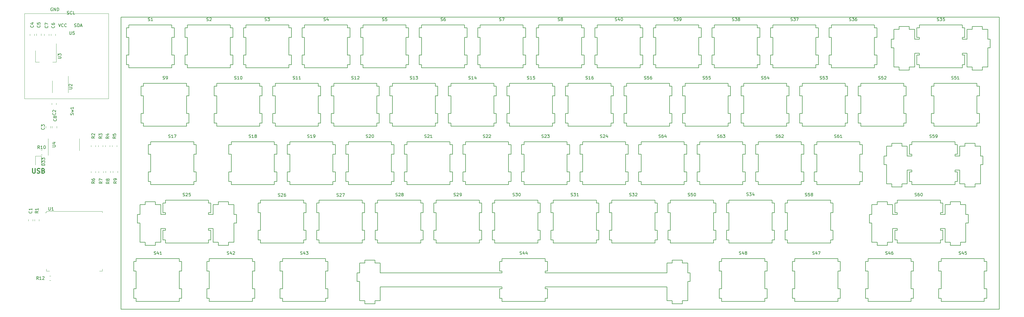
<source format=gbr>
%TF.GenerationSoftware,KiCad,Pcbnew,(6.0.7)*%
%TF.CreationDate,2022-09-03T19:18:48+08:00*%
%TF.ProjectId,Joker60_v2,4a6f6b65-7236-4305-9f76-322e6b696361,1.0*%
%TF.SameCoordinates,Original*%
%TF.FileFunction,Legend,Top*%
%TF.FilePolarity,Positive*%
%FSLAX46Y46*%
G04 Gerber Fmt 4.6, Leading zero omitted, Abs format (unit mm)*
G04 Created by KiCad (PCBNEW (6.0.7)) date 2022-09-03 19:18:48*
%MOMM*%
%LPD*%
G01*
G04 APERTURE LIST*
%ADD10C,0.300000*%
%ADD11C,0.200000*%
%ADD12C,0.150000*%
%ADD13C,0.120000*%
G04 APERTURE END LIST*
D10*
X39636142Y-195266571D02*
X39636142Y-196480857D01*
X39707571Y-196623714D01*
X39779000Y-196695142D01*
X39921857Y-196766571D01*
X40207571Y-196766571D01*
X40350428Y-196695142D01*
X40421857Y-196623714D01*
X40493285Y-196480857D01*
X40493285Y-195266571D01*
X41136142Y-196695142D02*
X41350428Y-196766571D01*
X41707571Y-196766571D01*
X41850428Y-196695142D01*
X41921857Y-196623714D01*
X41993285Y-196480857D01*
X41993285Y-196338000D01*
X41921857Y-196195142D01*
X41850428Y-196123714D01*
X41707571Y-196052285D01*
X41421857Y-195980857D01*
X41279000Y-195909428D01*
X41207571Y-195838000D01*
X41136142Y-195695142D01*
X41136142Y-195552285D01*
X41207571Y-195409428D01*
X41279000Y-195338000D01*
X41421857Y-195266571D01*
X41779000Y-195266571D01*
X41993285Y-195338000D01*
X43136142Y-195980857D02*
X43350428Y-196052285D01*
X43421857Y-196123714D01*
X43493285Y-196266571D01*
X43493285Y-196480857D01*
X43421857Y-196623714D01*
X43350428Y-196695142D01*
X43207571Y-196766571D01*
X42636142Y-196766571D01*
X42636142Y-195266571D01*
X43136142Y-195266571D01*
X43279000Y-195338000D01*
X43350428Y-195409428D01*
X43421857Y-195552285D01*
X43421857Y-195695142D01*
X43350428Y-195838000D01*
X43279000Y-195909428D01*
X43136142Y-195980857D01*
X42636142Y-195980857D01*
D11*
X199243000Y-152489300D02*
X200044000Y-152489300D01*
X114318800Y-177339300D02*
X113518000Y-177339300D01*
X166192300Y-161389900D02*
X166192300Y-162388900D01*
X279693000Y-161389900D02*
X280494000Y-161389900D01*
X213531000Y-190589300D02*
X214330000Y-190589300D01*
X247736000Y-238358930D02*
X247736000Y-239340090D01*
X345369000Y-162158900D02*
X345369000Y-163140000D01*
X319450000Y-214840000D02*
X320974000Y-214840000D01*
X321567000Y-148937900D02*
X321567000Y-149860000D01*
X190006000Y-215439400D02*
X189205000Y-215439400D01*
X314425000Y-207009900D02*
X312700000Y-207009900D01*
X294781000Y-199489900D02*
X294781000Y-200488900D01*
X237343000Y-162388900D02*
X237343000Y-161389900D01*
X199531000Y-196389300D02*
X198730000Y-196389300D01*
X256393000Y-161389900D02*
X257194000Y-161389900D01*
X246355000Y-218540000D02*
X247156000Y-218540000D01*
X270969000Y-171539300D02*
X270969000Y-177339300D01*
X142893800Y-152489300D02*
X142893800Y-149390100D01*
X104281200Y-199489900D02*
X104281200Y-200488900D01*
X342118000Y-157689900D02*
X343644000Y-157689900D01*
X265405000Y-209637900D02*
X266206000Y-209637900D01*
X346881000Y-168440100D02*
X346881000Y-167439600D01*
X277824000Y-234489410D02*
X277824000Y-228687900D01*
X137618700Y-177339300D02*
X136817900Y-177339300D01*
X89993700Y-158289300D02*
X89193000Y-158289300D01*
X227305000Y-218540000D02*
X228106000Y-218540000D01*
X156668700Y-181438900D02*
X170668000Y-181438900D01*
X70943650Y-148389600D02*
X70943650Y-149390100D01*
X256681000Y-196389300D02*
X255880000Y-196389300D01*
X96849400Y-205539700D02*
X82849900Y-205539700D01*
X146855500Y-219539100D02*
X146855500Y-218540000D01*
X161942400Y-158289300D02*
X161143000Y-158289300D01*
X100098800Y-206087900D02*
X100098800Y-207009900D01*
X332881000Y-180439900D02*
X332881000Y-181438900D01*
X266206000Y-209637900D02*
X266206000Y-215439400D01*
X161942400Y-149390100D02*
X161143000Y-149390100D01*
X118568700Y-168440100D02*
X117767900Y-168440100D01*
X195280000Y-196389300D02*
X194481000Y-196389300D01*
X232068000Y-180439900D02*
X232869000Y-180439900D01*
X209056000Y-218540000D02*
X209056000Y-219539100D01*
X275443000Y-152489300D02*
X276244000Y-152489300D01*
X241593000Y-149390100D02*
X241593000Y-152489300D01*
X142381200Y-200488900D02*
X156380500Y-200488900D01*
X328119000Y-158289300D02*
X327318000Y-158289300D01*
X354169000Y-145865200D02*
X354169000Y-241115007D01*
X152418800Y-171539300D02*
X152418800Y-168440100D01*
X185242000Y-158289300D02*
X184443000Y-158289300D01*
X293980000Y-187490100D02*
X293980000Y-190589300D01*
X191587000Y-237589970D02*
X192386000Y-237589970D01*
X342118000Y-153090100D02*
X342118000Y-152489300D01*
X87324400Y-234489410D02*
X87324400Y-228687900D01*
X346881000Y-167439600D02*
X332881000Y-167439600D01*
X323068000Y-167439600D02*
X309069000Y-167439600D01*
X207186000Y-234489410D02*
X206387000Y-234489410D01*
X204006000Y-205539700D02*
X190006000Y-205539700D01*
X241593000Y-161389900D02*
X242394000Y-161389900D01*
X96849400Y-209637900D02*
X97650000Y-209637900D01*
X193968000Y-180439900D02*
X194769000Y-180439900D01*
X332080000Y-177339300D02*
X332080000Y-180439900D01*
X89993700Y-161389900D02*
X89993700Y-162388900D01*
X81324400Y-219308900D02*
X81324400Y-214840000D01*
X237631000Y-196389300D02*
X236830000Y-196389300D01*
X92886200Y-187490100D02*
X92086900Y-187490100D01*
X175719000Y-177339300D02*
X174918000Y-177339300D01*
X75706160Y-181438900D02*
X89705700Y-181438900D01*
X146855500Y-206540000D02*
X146855500Y-205539700D01*
X142893800Y-158289300D02*
X142093000Y-158289300D01*
X142093000Y-152489300D02*
X142893800Y-152489300D01*
X263024000Y-234489410D02*
X263024000Y-237589970D01*
X334974000Y-206540000D02*
X334974000Y-205539700D01*
X97650000Y-218540000D02*
X97650000Y-215439400D01*
X349262000Y-238589060D02*
X349262000Y-237589970D01*
X334974000Y-209637900D02*
X335775000Y-209637900D01*
X237343000Y-152489300D02*
X238144000Y-152489300D01*
X206387000Y-233888590D02*
X246011000Y-233888590D01*
X151105400Y-218540000D02*
X151906200Y-218540000D01*
X170668000Y-168440100D02*
X170668000Y-167439600D01*
X213531000Y-187490100D02*
X213531000Y-186489600D01*
X208768000Y-168440100D02*
X208768000Y-167439600D01*
X89705700Y-171539300D02*
X90504900Y-171539300D01*
X138129900Y-199489900D02*
X138129900Y-196389300D01*
X118568700Y-171539300D02*
X118568700Y-177339300D01*
X147736000Y-239340090D02*
X151036600Y-239340090D01*
X335261000Y-228687900D02*
X335261000Y-234489410D01*
X82049300Y-218540000D02*
X82849900Y-218540000D01*
X285256000Y-215439400D02*
X284455000Y-215439400D01*
X266719000Y-171539300D02*
X266719000Y-168440100D01*
X289731000Y-187490100D02*
X289731000Y-186489600D01*
X275443000Y-158289300D02*
X275443000Y-152489300D01*
X270168000Y-180439900D02*
X270969000Y-180439900D01*
X170956000Y-218540000D02*
X170956000Y-219539100D01*
X312700000Y-210240100D02*
X311874000Y-210240100D01*
X185755000Y-215439400D02*
X184956000Y-215439400D01*
X263825000Y-224589600D02*
X263825000Y-225590000D01*
X284968000Y-167439600D02*
X270969000Y-167439600D01*
X151906200Y-205539700D02*
X151906200Y-206540000D01*
X170668000Y-181438900D02*
X170668000Y-180439900D01*
X341261000Y-195789900D02*
X341261000Y-200258900D01*
X152762100Y-226059900D02*
X151036600Y-226059900D01*
X138129900Y-190589300D02*
X138129900Y-187490100D01*
X334462000Y-237589970D02*
X335261000Y-237589970D01*
X252762000Y-238358930D02*
X252762000Y-232088860D01*
X246011000Y-229290100D02*
X206387000Y-229290100D01*
X170155000Y-206540000D02*
X170155000Y-209637900D01*
X256681000Y-200488900D02*
X270681000Y-200488900D01*
X134949300Y-224589600D02*
X120950000Y-224589600D01*
X280206000Y-206540000D02*
X280206000Y-205539700D01*
X74905530Y-171539300D02*
X75706160Y-171539300D01*
X347680000Y-168440100D02*
X346881000Y-168440100D01*
X113518000Y-181438900D02*
X113518000Y-180439900D01*
X261444000Y-149390100D02*
X260643000Y-149390100D01*
X349262000Y-234489410D02*
X349262000Y-228687900D01*
X85743800Y-161389900D02*
X85743800Y-158289300D01*
X189205000Y-206540000D02*
X189205000Y-209637900D01*
X320974000Y-205539700D02*
X320974000Y-206540000D01*
X208768000Y-171539300D02*
X209569000Y-171539300D01*
X350393000Y-149860000D02*
X348668000Y-149860000D01*
X285769000Y-180439900D02*
X285769000Y-177339300D01*
X198730000Y-190589300D02*
X199531000Y-190589300D01*
X299544000Y-161389900D02*
X299544000Y-162388900D01*
X301637000Y-234489410D02*
X301637000Y-228687900D01*
X300055000Y-209637900D02*
X300055000Y-206540000D01*
X208255000Y-215439400D02*
X208255000Y-218540000D01*
X308781000Y-199489900D02*
X309580000Y-199489900D01*
X75706160Y-180439900D02*
X75706160Y-181438900D01*
X246868000Y-167439600D02*
X232869000Y-167439600D01*
X179680000Y-190589300D02*
X180481000Y-190589300D01*
X70143010Y-158289300D02*
X70143010Y-161389900D01*
X165905500Y-215439400D02*
X165905500Y-209637900D01*
X348012000Y-187960000D02*
X346287000Y-187960000D01*
X103399200Y-206087900D02*
X100098800Y-206087900D01*
X317724000Y-220290100D02*
X317724000Y-219308900D01*
X304018000Y-171539300D02*
X304819000Y-171539300D01*
X146011000Y-226059900D02*
X146011000Y-229290100D01*
X105124400Y-219308900D02*
X105124400Y-213038900D01*
X192386000Y-229290100D02*
X152762100Y-229290100D01*
X266719000Y-180439900D02*
X266719000Y-177339300D01*
X97136000Y-237589970D02*
X97136000Y-238589060D01*
X339737000Y-199489900D02*
X340536000Y-199489900D01*
X326250000Y-234489410D02*
X325449000Y-234489410D01*
X127805500Y-218540000D02*
X128604900Y-218540000D01*
X270168000Y-177339300D02*
X270168000Y-180439900D01*
X175719000Y-168440100D02*
X174918000Y-168440100D01*
X160630400Y-196389300D02*
X160630400Y-199489900D01*
X251919000Y-180439900D02*
X251919000Y-181438900D01*
X251919000Y-177339300D02*
X251118000Y-177339300D01*
X270681000Y-187490100D02*
X270681000Y-186489600D01*
X132055400Y-206540000D02*
X132055400Y-209637900D01*
X208255000Y-218540000D02*
X209056000Y-218540000D01*
X284968000Y-180439900D02*
X285769000Y-180439900D01*
X323068000Y-168440100D02*
X323068000Y-167439600D01*
X156668700Y-168440100D02*
X155867900Y-168440100D01*
X82849900Y-205539700D02*
X82849900Y-206540000D01*
X342118000Y-152489300D02*
X342919000Y-152489300D01*
X312700000Y-213038900D02*
X312700000Y-219308900D01*
X113518000Y-180439900D02*
X114318800Y-180439900D01*
X223344000Y-149390100D02*
X222543000Y-149390100D01*
X285769000Y-168440100D02*
X284968000Y-168440100D01*
X203493000Y-158289300D02*
X203493000Y-161389900D01*
X218293000Y-149390100D02*
X218293000Y-148389600D01*
X103399200Y-219308900D02*
X105124400Y-219308900D01*
X223855000Y-206540000D02*
X223056000Y-206540000D01*
X103993000Y-162388900D02*
X103993000Y-161389900D01*
X270168000Y-168440100D02*
X270168000Y-171539300D01*
X311450000Y-238589060D02*
X325449000Y-238589060D01*
X217780000Y-199489900D02*
X218581000Y-199489900D01*
X214330000Y-187490100D02*
X213531000Y-187490100D01*
X261444000Y-161389900D02*
X261444000Y-162388900D01*
X155867900Y-177339300D02*
X155867900Y-180439900D01*
X90504900Y-168440100D02*
X89705700Y-168440100D01*
X342986000Y-187960000D02*
X341261000Y-187960000D01*
X265918000Y-171539300D02*
X266719000Y-171539300D01*
X165905500Y-206540000D02*
X165905500Y-205539700D01*
X134949300Y-234489410D02*
X134949300Y-228687900D01*
X251118000Y-177339300D02*
X251118000Y-180439900D01*
X255880000Y-196389300D02*
X255880000Y-199489900D01*
X242394000Y-162388900D02*
X256393000Y-162388900D01*
X242106000Y-209637900D02*
X242905000Y-209637900D01*
X98718000Y-171539300D02*
X99518700Y-171539300D01*
X280494000Y-158289300D02*
X279693000Y-158289300D01*
X209056000Y-206540000D02*
X208255000Y-206540000D01*
X180193000Y-158289300D02*
X180193000Y-152489300D01*
X319844000Y-153090100D02*
X319018000Y-153090100D01*
X190519000Y-171539300D02*
X190519000Y-168440100D01*
X89993700Y-152489300D02*
X89993700Y-158289300D01*
X309069000Y-181438900D02*
X323068000Y-181438900D01*
X141580400Y-196389300D02*
X141580400Y-199489900D01*
X348668000Y-149860000D02*
X348668000Y-148937900D01*
X321567000Y-162158900D02*
X321567000Y-163140000D01*
X351219000Y-153090100D02*
X350393000Y-153090100D01*
X247156000Y-219539100D02*
X261156000Y-219539100D01*
X82049300Y-215439400D02*
X82049300Y-218540000D01*
X135750100Y-234489410D02*
X134949300Y-234489410D01*
X97136000Y-225590000D02*
X96336800Y-225590000D01*
X104281200Y-186489600D02*
X104281200Y-187490100D01*
X266719000Y-168440100D02*
X265918000Y-168440100D01*
X166704900Y-209637900D02*
X166704900Y-206540000D01*
X204006000Y-215439400D02*
X204006000Y-209637900D01*
X317724000Y-207009900D02*
X317724000Y-206087900D01*
X74574800Y-213038900D02*
X74574800Y-219308900D01*
X161431200Y-196389300D02*
X160630400Y-196389300D01*
X92886200Y-196389300D02*
X92086900Y-196389300D01*
X311450000Y-224589600D02*
X311450000Y-225590000D01*
X341261000Y-187960000D02*
X341261000Y-191190100D01*
X132856200Y-206540000D02*
X132055400Y-206540000D01*
X322485000Y-200258900D02*
X324212000Y-200258900D01*
X82849900Y-209637900D02*
X82849900Y-210240100D01*
X277824000Y-238589060D02*
X277824000Y-237589970D01*
X263825000Y-237589970D02*
X263825000Y-238589060D01*
X261444000Y-152489300D02*
X261444000Y-158289300D01*
X109043700Y-152489300D02*
X109043700Y-158289300D01*
X279693000Y-152489300D02*
X280494000Y-152489300D01*
X151105400Y-215439400D02*
X151105400Y-218540000D01*
X137330500Y-199489900D02*
X138129900Y-199489900D01*
X351219000Y-155889000D02*
X351219000Y-153090100D01*
X114318800Y-171539300D02*
X114318800Y-168440100D01*
X341524000Y-220290100D02*
X341524000Y-219308900D01*
X200044000Y-158289300D02*
X199243000Y-158289300D01*
X146342900Y-152489300D02*
X147143700Y-152489300D01*
X345369000Y-163140000D02*
X348668000Y-163140000D01*
X299544000Y-162388900D02*
X313543000Y-162388900D01*
X228106000Y-206540000D02*
X227305000Y-206540000D01*
X323068000Y-171539300D02*
X323869000Y-171539300D01*
X270681000Y-200488900D02*
X270681000Y-199489900D01*
X304018000Y-168440100D02*
X304018000Y-167439600D01*
X314344000Y-152489300D02*
X314344000Y-149390100D01*
X111936200Y-234489410D02*
X111136800Y-234489410D01*
X142893800Y-149390100D02*
X142093000Y-149390100D01*
X142381200Y-190589300D02*
X142381200Y-196389300D01*
X209569000Y-180439900D02*
X209569000Y-177339300D01*
X338224000Y-206087900D02*
X338224000Y-207009900D01*
X120149200Y-225590000D02*
X120149200Y-228687900D01*
X137330500Y-190589300D02*
X138129900Y-190589300D01*
X199531000Y-190589300D02*
X199531000Y-196389300D01*
X348012000Y-200258900D02*
X348012000Y-193989000D01*
X89993700Y-149390100D02*
X89193000Y-149390100D01*
X327318000Y-149390100D02*
X327318000Y-152489300D01*
X314425000Y-219308900D02*
X314425000Y-220290100D01*
X123331200Y-187490100D02*
X122530400Y-187490100D01*
X348836000Y-193989000D02*
X348836000Y-191190100D01*
X242106000Y-219539100D02*
X242106000Y-218540000D01*
X218293000Y-158289300D02*
X218293000Y-152489300D01*
X289218000Y-180439900D02*
X290019000Y-180439900D01*
X132568000Y-181438900D02*
X132568000Y-180439900D01*
X108242900Y-158289300D02*
X108242900Y-161389900D01*
X151105400Y-206540000D02*
X151105400Y-209637900D01*
X199531000Y-199489900D02*
X199531000Y-200488900D01*
X70943650Y-161389900D02*
X70943650Y-162388900D01*
X180481000Y-199489900D02*
X180481000Y-200488900D01*
X122530400Y-187490100D02*
X122530400Y-190589300D01*
X238144000Y-149390100D02*
X237343000Y-149390100D01*
X98374900Y-210240100D02*
X96849400Y-210240100D01*
X206387000Y-228687900D02*
X207186000Y-228687900D01*
X242905000Y-209637900D02*
X242905000Y-206540000D01*
X347680000Y-171539300D02*
X347680000Y-168440100D01*
X251631000Y-196389300D02*
X251631000Y-190589300D01*
X228619000Y-180439900D02*
X228619000Y-177339300D01*
X133368800Y-171539300D02*
X133368800Y-168440100D01*
X84943200Y-152489300D02*
X85743800Y-152489300D01*
X346287000Y-201240000D02*
X346287000Y-200258900D01*
X316637000Y-193989000D02*
X317461000Y-193989000D01*
X251631000Y-200488900D02*
X251631000Y-199489900D01*
X189718000Y-167439600D02*
X175719000Y-167439600D01*
X251631000Y-199489900D02*
X252430000Y-199489900D01*
X98374900Y-207009900D02*
X98374900Y-210240100D01*
X253586000Y-232088860D02*
X253586000Y-229290100D01*
X311450000Y-234489410D02*
X310649000Y-234489410D01*
X294781000Y-200488900D02*
X308781000Y-200488900D01*
X156380500Y-196389300D02*
X156380500Y-190589300D01*
X151618000Y-171539300D02*
X152418800Y-171539300D01*
X293980000Y-196389300D02*
X293980000Y-199489900D01*
X311450000Y-225590000D02*
X310649000Y-225590000D01*
X161143000Y-149390100D02*
X161143000Y-148389600D01*
X308781000Y-187490100D02*
X308781000Y-186489600D01*
X96849400Y-218540000D02*
X97650000Y-218540000D01*
X325449000Y-234489410D02*
X325449000Y-228687900D01*
X290019000Y-177339300D02*
X289218000Y-177339300D01*
X209056000Y-219539100D02*
X223056000Y-219539100D01*
X323068000Y-177339300D02*
X323068000Y-171539300D01*
X332881000Y-177339300D02*
X332080000Y-177339300D01*
X180193000Y-148389600D02*
X166192300Y-148389600D01*
X242106000Y-215439400D02*
X242106000Y-209637900D01*
X342919000Y-152489300D02*
X342919000Y-149390100D01*
X247736000Y-226059900D02*
X246011000Y-226059900D01*
X142093000Y-148389600D02*
X128093700Y-148389600D01*
X136817900Y-180439900D02*
X137618700Y-180439900D01*
X185242000Y-152489300D02*
X185242000Y-158289300D01*
X233380000Y-187490100D02*
X232581000Y-187490100D01*
X300055000Y-206540000D02*
X299256000Y-206540000D01*
X81324400Y-214840000D02*
X82849900Y-214840000D01*
X184956000Y-219539100D02*
X184956000Y-218540000D01*
X342118000Y-148389600D02*
X328119000Y-148389600D01*
X348836000Y-191190100D02*
X348012000Y-191190100D01*
X147736000Y-238358930D02*
X147736000Y-239340090D01*
X180481000Y-187490100D02*
X179680000Y-187490100D01*
X334974000Y-205539700D02*
X320974000Y-205539700D01*
X238144000Y-152489300D02*
X238144000Y-149390100D01*
X336500000Y-214840000D02*
X336500000Y-219308900D01*
X156380500Y-187490100D02*
X156380500Y-186489600D01*
X277824000Y-237589970D02*
X278625000Y-237589970D01*
X142093000Y-158289300D02*
X142093000Y-152489300D01*
X319450000Y-210240100D02*
X319450000Y-207009900D01*
X232068000Y-177339300D02*
X232068000Y-180439900D01*
X217780000Y-187490100D02*
X217780000Y-190589300D01*
X320974000Y-219539100D02*
X334974000Y-219539100D01*
X142381200Y-196389300D02*
X141580400Y-196389300D01*
X260643000Y-149390100D02*
X260643000Y-152489300D01*
X206387000Y-238589060D02*
X206387000Y-237589970D01*
X147654900Y-218540000D02*
X147654900Y-215439400D01*
X132856200Y-209637900D02*
X132856200Y-215439400D01*
X90504900Y-171539300D02*
X90504900Y-168440100D01*
X209569000Y-177339300D02*
X208768000Y-177339300D01*
X251919000Y-171539300D02*
X251919000Y-177339300D01*
X228619000Y-177339300D02*
X227818000Y-177339300D01*
X185242000Y-161389900D02*
X185242000Y-162388900D01*
X261955000Y-209637900D02*
X261955000Y-206540000D01*
X82849900Y-206540000D02*
X82049300Y-206540000D01*
X89705700Y-181438900D02*
X89705700Y-180439900D01*
X191587000Y-234489410D02*
X191587000Y-237589970D01*
X180992000Y-152489300D02*
X180992000Y-149390100D01*
X109043700Y-148389600D02*
X109043700Y-149390100D01*
X247736000Y-225138000D02*
X247736000Y-226059900D01*
X242394000Y-158289300D02*
X241593000Y-158289300D01*
X147143700Y-158289300D02*
X146342900Y-158289300D01*
X251037000Y-238358930D02*
X252762000Y-238358930D01*
X341524000Y-207009900D02*
X341524000Y-206087900D01*
X354169000Y-241115007D02*
X68419085Y-241115007D01*
X108242900Y-161389900D02*
X109043700Y-161389900D01*
X222543000Y-161389900D02*
X223344000Y-161389900D01*
X263024000Y-225590000D02*
X263024000Y-228687900D01*
X223344000Y-162388900D02*
X237343000Y-162388900D01*
X123043000Y-161389900D02*
X123843800Y-161389900D01*
X199243000Y-149390100D02*
X199243000Y-148389600D01*
X346881000Y-171539300D02*
X347680000Y-171539300D01*
X103993000Y-148389600D02*
X89993700Y-148389600D01*
X206387000Y-237589970D02*
X207186000Y-237589970D01*
X246868000Y-171539300D02*
X247669000Y-171539300D01*
X190519000Y-168440100D02*
X189718000Y-168440100D01*
X317461000Y-187960000D02*
X317461000Y-191190100D01*
X327318000Y-152489300D02*
X328119000Y-152489300D01*
X314425000Y-206087900D02*
X314425000Y-207009900D01*
X343644000Y-157689900D02*
X343644000Y-162158900D01*
X156380500Y-199489900D02*
X157179900Y-199489900D01*
X335261000Y-237589970D02*
X335261000Y-238589060D01*
X132055400Y-215439400D02*
X132055400Y-218540000D01*
X179680000Y-187490100D02*
X179680000Y-190589300D01*
X218581000Y-187490100D02*
X217780000Y-187490100D01*
X123043000Y-149390100D02*
X123043000Y-148389600D01*
X276244000Y-158289300D02*
X275443000Y-158289300D01*
X280494000Y-162388900D02*
X294493000Y-162388900D01*
X342986000Y-201240000D02*
X346287000Y-201240000D01*
X92086900Y-190589300D02*
X92886200Y-190589300D01*
X309069000Y-167439600D02*
X309069000Y-168440100D01*
X232869000Y-168440100D02*
X232068000Y-168440100D01*
X118280500Y-186489600D02*
X104281200Y-186489600D01*
X223056000Y-218540000D02*
X223855000Y-218540000D01*
X99518700Y-177339300D02*
X98718000Y-177339300D01*
X338224000Y-220290100D02*
X341524000Y-220290100D01*
X185755000Y-218540000D02*
X185755000Y-215439400D01*
X339737000Y-186489600D02*
X325736000Y-186489600D01*
X266206000Y-219539100D02*
X280206000Y-219539100D01*
X152762100Y-233888590D02*
X192386000Y-233888590D01*
X213018000Y-168440100D02*
X213018000Y-171539300D01*
X103993000Y-158289300D02*
X103993000Y-152489300D01*
X213531000Y-200488900D02*
X213531000Y-199489900D01*
X161431200Y-190589300D02*
X161431200Y-196389300D01*
X342118000Y-161389900D02*
X342919000Y-161389900D01*
X280494000Y-148389600D02*
X280494000Y-149390100D01*
X223056000Y-219539100D02*
X223056000Y-218540000D01*
X175719000Y-167439600D02*
X175719000Y-168440100D01*
X194769000Y-177339300D02*
X193968000Y-177339300D01*
X304819000Y-180439900D02*
X304819000Y-177339300D01*
X304819000Y-171539300D02*
X304819000Y-168440100D01*
X280494000Y-161389900D02*
X280494000Y-162388900D01*
X156380500Y-200488900D02*
X156380500Y-199489900D01*
X321567000Y-149860000D02*
X319844000Y-149860000D01*
X160630400Y-199489900D02*
X161431200Y-199489900D01*
X278625000Y-225590000D02*
X277824000Y-225590000D01*
X223344000Y-152489300D02*
X223344000Y-158289300D01*
X242106000Y-218540000D02*
X242905000Y-218540000D01*
X251919000Y-181438900D02*
X265918000Y-181438900D01*
X156668700Y-167439600D02*
X156668700Y-168440100D01*
X175719000Y-180439900D02*
X175719000Y-181438900D01*
X294781000Y-187490100D02*
X293980000Y-187490100D01*
X275731000Y-186489600D02*
X275731000Y-187490100D01*
X309069000Y-177339300D02*
X308268000Y-177339300D01*
X232869000Y-180439900D02*
X232869000Y-181438900D01*
X155867900Y-168440100D02*
X155867900Y-171539300D01*
X189718000Y-171539300D02*
X190519000Y-171539300D01*
X213531000Y-196389300D02*
X213531000Y-190589300D01*
X275731000Y-200488900D02*
X289731000Y-200488900D01*
X105949900Y-210240100D02*
X105124400Y-210240100D01*
X278625000Y-228687900D02*
X278625000Y-225590000D01*
X350061000Y-237589970D02*
X350061000Y-234489410D01*
X127805500Y-219539100D02*
X127805500Y-218540000D01*
X350061000Y-225590000D02*
X349262000Y-225590000D01*
X213018000Y-177339300D02*
X213018000Y-180439900D01*
X104793800Y-161389900D02*
X104793800Y-158289300D01*
X311874000Y-210240100D02*
X311874000Y-213038900D01*
X332080000Y-180439900D02*
X332881000Y-180439900D01*
X298743000Y-158289300D02*
X298743000Y-161389900D01*
X175431000Y-187490100D02*
X175431000Y-186489600D01*
X325736000Y-190589300D02*
X325736000Y-191190100D01*
X123331200Y-190589300D02*
X123331200Y-196389300D01*
X311874000Y-213038900D02*
X312700000Y-213038900D01*
X247669000Y-171539300D02*
X247669000Y-168440100D01*
X166192300Y-158289300D02*
X165392900Y-158289300D01*
X326593000Y-153090100D02*
X326593000Y-149860000D01*
X147143700Y-162388900D02*
X161143000Y-162388900D01*
X228106000Y-218540000D02*
X228106000Y-219539100D01*
X88125000Y-237589970D02*
X88125000Y-234489410D01*
X128604900Y-218540000D02*
X128604900Y-215439400D01*
X209569000Y-171539300D02*
X209569000Y-168440100D01*
X204805000Y-206540000D02*
X204006000Y-206540000D01*
X286837000Y-228687900D02*
X287636000Y-228687900D01*
X96336800Y-228687900D02*
X97136000Y-228687900D01*
X251631000Y-190589300D02*
X252430000Y-190589300D01*
X174918000Y-177339300D02*
X174918000Y-180439900D01*
X208768000Y-180439900D02*
X209569000Y-180439900D01*
X237631000Y-190589300D02*
X237631000Y-196389300D01*
X146855500Y-218540000D02*
X147654900Y-218540000D01*
X132568000Y-167439600D02*
X118568700Y-167439600D01*
X287636000Y-225590000D02*
X286837000Y-225590000D01*
X284968000Y-181438900D02*
X284968000Y-180439900D01*
X223056000Y-205539700D02*
X209056000Y-205539700D01*
X185242000Y-149390100D02*
X184443000Y-149390100D01*
X263825000Y-238589060D02*
X277824000Y-238589060D01*
X339737000Y-200488900D02*
X339737000Y-199489900D01*
X280494000Y-152489300D02*
X280494000Y-158289300D01*
X199243000Y-162388900D02*
X199243000Y-161389900D01*
X120149200Y-237589970D02*
X120950000Y-237589970D01*
X227818000Y-171539300D02*
X228619000Y-171539300D01*
X68419085Y-241115007D02*
X68419085Y-145865200D01*
X256681000Y-190589300D02*
X256681000Y-196389300D01*
X335261000Y-224589600D02*
X335261000Y-225590000D01*
X304018000Y-181438900D02*
X304018000Y-180439900D01*
X242106000Y-205539700D02*
X228106000Y-205539700D01*
X350393000Y-153090100D02*
X350393000Y-149860000D01*
X274930000Y-190589300D02*
X275731000Y-190589300D01*
X340536000Y-190589300D02*
X340536000Y-187490100D01*
X232581000Y-186489600D02*
X218581000Y-186489600D01*
X175431000Y-196389300D02*
X175431000Y-190589300D01*
X241593000Y-152489300D02*
X242394000Y-152489300D01*
X204294000Y-158289300D02*
X203493000Y-158289300D01*
X341261000Y-191190100D02*
X339737000Y-191190100D01*
X161143000Y-158289300D02*
X161143000Y-152489300D01*
X92086900Y-187490100D02*
X92086900Y-186489600D01*
X251919000Y-167439600D02*
X251919000Y-168440100D01*
X344075000Y-210240100D02*
X343249000Y-210240100D01*
X146855500Y-209637900D02*
X147654900Y-209637900D01*
X280206000Y-215439400D02*
X280206000Y-209637900D01*
X199243000Y-148389600D02*
X185242000Y-148389600D01*
X206387000Y-234489410D02*
X206387000Y-233888590D01*
X175431000Y-200488900D02*
X175431000Y-199489900D01*
X99518700Y-171539300D02*
X99518700Y-177339300D01*
X161143000Y-152489300D02*
X161942400Y-152489300D01*
X218581000Y-186489600D02*
X218581000Y-187490100D01*
X190006000Y-209637900D02*
X190006000Y-215439400D01*
X70943650Y-152489300D02*
X70943650Y-158289300D01*
X334462000Y-228687900D02*
X335261000Y-228687900D01*
X237343000Y-161389900D02*
X238144000Y-161389900D01*
X85743800Y-152489300D02*
X85743800Y-149390100D01*
X311450000Y-237589970D02*
X311450000Y-238589060D01*
X119079900Y-187490100D02*
X118280500Y-187490100D01*
X344075000Y-213038900D02*
X344075000Y-210240100D01*
X289731000Y-200488900D02*
X289731000Y-199489900D01*
X165905500Y-209637900D02*
X166704900Y-209637900D01*
X151036600Y-225138000D02*
X147736000Y-225138000D01*
X136817900Y-171539300D02*
X137618700Y-171539300D01*
X222543000Y-149390100D02*
X222543000Y-152489300D01*
X90504900Y-177339300D02*
X89705700Y-177339300D01*
X346287000Y-187960000D02*
X346287000Y-187039300D01*
X339737000Y-187490100D02*
X339737000Y-186489600D01*
X247156000Y-205539700D02*
X247156000Y-206540000D01*
X313543000Y-149390100D02*
X313543000Y-148389600D01*
X204294000Y-149390100D02*
X203493000Y-149390100D01*
X113806200Y-218540000D02*
X113806200Y-219539100D01*
X299544000Y-152489300D02*
X299544000Y-158289300D01*
X192386000Y-225590000D02*
X191587000Y-225590000D01*
X251631000Y-187490100D02*
X251631000Y-186489600D01*
X323068000Y-180439900D02*
X323869000Y-180439900D01*
X132856200Y-205539700D02*
X132856200Y-206540000D01*
X214330000Y-196389300D02*
X213531000Y-196389300D01*
X128604900Y-215439400D02*
X127805500Y-215439400D01*
X302436000Y-228687900D02*
X302436000Y-225590000D01*
X151618000Y-167439600D02*
X137618700Y-167439600D01*
X284968000Y-168440100D02*
X284968000Y-167439600D01*
X301637000Y-238589060D02*
X301637000Y-237589970D01*
X89193000Y-158289300D02*
X89193000Y-161389900D01*
X194769000Y-181438900D02*
X208768000Y-181438900D01*
X208768000Y-177339300D02*
X208768000Y-171539300D01*
X324212000Y-200258900D02*
X324212000Y-195789900D01*
X233380000Y-199489900D02*
X233380000Y-196389300D01*
X184956000Y-218540000D02*
X185755000Y-218540000D01*
X350061000Y-234489410D02*
X349262000Y-234489410D01*
X151906200Y-219539100D02*
X165905500Y-219539100D01*
X261156000Y-209637900D02*
X261955000Y-209637900D01*
X103399200Y-207009900D02*
X103399200Y-206087900D01*
X111936200Y-237589970D02*
X111936200Y-234489410D01*
X320974000Y-210240100D02*
X319450000Y-210240100D01*
X127805500Y-206540000D02*
X127805500Y-205539700D01*
X109043700Y-158289300D02*
X108242900Y-158289300D01*
X89193000Y-149390100D02*
X89193000Y-152489300D01*
X156668700Y-171539300D02*
X156668700Y-177339300D01*
X161431200Y-186489600D02*
X161431200Y-187490100D01*
X335775000Y-218540000D02*
X335775000Y-215439400D01*
X70943650Y-158289300D02*
X70143010Y-158289300D01*
X147736000Y-225138000D02*
X147736000Y-226059900D01*
X343249000Y-210240100D02*
X343249000Y-207009900D01*
X252430000Y-199489900D02*
X252430000Y-196389300D01*
X265405000Y-206540000D02*
X265405000Y-209637900D01*
X105124400Y-207009900D02*
X103399200Y-207009900D01*
X332080000Y-168440100D02*
X332080000Y-171539300D01*
X223344000Y-158289300D02*
X222543000Y-158289300D01*
X228619000Y-171539300D02*
X228619000Y-168440100D01*
X280206000Y-209637900D02*
X281005000Y-209637900D01*
X128093700Y-152489300D02*
X128093700Y-158289300D01*
X146342900Y-158289300D02*
X146342900Y-161389900D01*
X85743800Y-149390100D02*
X84943200Y-149390100D01*
X85743800Y-158289300D02*
X84943200Y-158289300D01*
X246355000Y-209637900D02*
X247156000Y-209637900D01*
X200044000Y-152489300D02*
X200044000Y-149390100D01*
X70143010Y-152489300D02*
X70943650Y-152489300D01*
X339737000Y-190589300D02*
X340536000Y-190589300D01*
X73749330Y-213038900D02*
X74574800Y-213038900D01*
X87324400Y-224589600D02*
X73324910Y-224589600D01*
X319844000Y-162158900D02*
X321567000Y-162158900D01*
X237343000Y-158289300D02*
X237343000Y-152489300D01*
X109043700Y-162388900D02*
X123043000Y-162388900D01*
X276244000Y-152489300D02*
X276244000Y-149390100D01*
X290019000Y-180439900D02*
X290019000Y-181438900D01*
X308268000Y-180439900D02*
X309069000Y-180439900D01*
X151036600Y-238358930D02*
X152762100Y-238358930D01*
X165905500Y-205539700D02*
X151906200Y-205539700D01*
X310649000Y-228687900D02*
X311450000Y-228687900D01*
X192386000Y-234489410D02*
X191587000Y-234489410D01*
X97650000Y-215439400D02*
X96849400Y-215439400D01*
X295294000Y-161389900D02*
X295294000Y-158289300D01*
X157179900Y-187490100D02*
X156380500Y-187490100D01*
X332881000Y-168440100D02*
X332080000Y-168440100D01*
X79599100Y-206087900D02*
X76300090Y-206087900D01*
X281005000Y-218540000D02*
X281005000Y-215439400D01*
X236830000Y-190589300D02*
X237631000Y-190589300D01*
X327318000Y-161389900D02*
X328119000Y-161389900D01*
X151906200Y-218540000D02*
X151906200Y-219539100D01*
X340536000Y-187490100D02*
X339737000Y-187490100D01*
X256393000Y-148389600D02*
X242394000Y-148389600D01*
X314344000Y-149390100D02*
X313543000Y-149390100D01*
X179680000Y-199489900D02*
X180481000Y-199489900D01*
X70143010Y-149390100D02*
X70143010Y-152489300D01*
X265918000Y-181438900D02*
X265918000Y-180439900D01*
X263024000Y-228687900D02*
X263825000Y-228687900D01*
X142093000Y-162388900D02*
X142093000Y-161389900D01*
X170668000Y-180439900D02*
X171469000Y-180439900D01*
X289218000Y-177339300D02*
X289218000Y-180439900D01*
X301637000Y-224589600D02*
X287636000Y-224589600D01*
X227818000Y-180439900D02*
X228619000Y-180439900D01*
X294781000Y-186489600D02*
X294781000Y-187490100D01*
X275443000Y-162388900D02*
X275443000Y-161389900D01*
X325736000Y-191190100D02*
X324212000Y-191190100D01*
X184956000Y-206540000D02*
X184956000Y-205539700D01*
X308268000Y-168440100D02*
X308268000Y-171539300D01*
X209569000Y-168440100D02*
X208768000Y-168440100D01*
X72524280Y-228687900D02*
X73324910Y-228687900D01*
X213819000Y-168440100D02*
X213018000Y-168440100D01*
X113806200Y-219539100D02*
X127805500Y-219539100D01*
X324212000Y-187960000D02*
X322485000Y-187960000D01*
X123331200Y-200488900D02*
X137330500Y-200488900D01*
X279693000Y-149390100D02*
X279693000Y-152489300D01*
X309069000Y-168440100D02*
X308268000Y-168440100D01*
X263024000Y-237589970D02*
X263825000Y-237589970D01*
X227305000Y-206540000D02*
X227305000Y-209637900D01*
X194481000Y-199489900D02*
X195280000Y-199489900D01*
X349262000Y-237589970D02*
X350061000Y-237589970D01*
X170956000Y-215439400D02*
X170155000Y-215439400D01*
X317461000Y-200258900D02*
X319186000Y-200258900D01*
X309580000Y-190589300D02*
X309580000Y-187490100D01*
X237631000Y-199489900D02*
X237631000Y-200488900D01*
X180193000Y-162388900D02*
X180193000Y-161389900D01*
X277824000Y-225590000D02*
X277824000Y-224589600D01*
X341524000Y-219308900D02*
X343249000Y-219308900D01*
X242905000Y-206540000D02*
X242106000Y-206540000D01*
X81324400Y-210240100D02*
X81324400Y-207009900D01*
X199531000Y-200488900D02*
X213531000Y-200488900D01*
X323869000Y-171539300D02*
X323869000Y-168440100D01*
X285256000Y-206540000D02*
X284455000Y-206540000D01*
X123043000Y-158289300D02*
X123043000Y-152489300D01*
X100098800Y-219308900D02*
X100098800Y-220290100D01*
X137330500Y-200488900D02*
X137330500Y-199489900D01*
X285256000Y-205539700D02*
X285256000Y-206540000D01*
X332881000Y-167439600D02*
X332881000Y-168440100D01*
X324935000Y-196389300D02*
X324935000Y-199489900D01*
X147654900Y-209637900D02*
X147654900Y-206540000D01*
X334462000Y-225590000D02*
X334462000Y-228687900D01*
X105949900Y-213038900D02*
X105949900Y-210240100D01*
X223056000Y-215439400D02*
X223056000Y-209637900D01*
X82849900Y-215439400D02*
X82049300Y-215439400D01*
X208255000Y-209637900D02*
X209056000Y-209637900D01*
X152418800Y-180439900D02*
X152418800Y-177339300D01*
X320974000Y-218540000D02*
X320974000Y-219539100D01*
X232869000Y-171539300D02*
X232869000Y-177339300D01*
X137330500Y-187490100D02*
X137330500Y-186489600D01*
X275731000Y-199489900D02*
X275731000Y-200488900D01*
X232581000Y-187490100D02*
X232581000Y-186489600D01*
X328119000Y-152489300D02*
X328119000Y-153090100D01*
X349262000Y-225590000D02*
X349262000Y-224589600D01*
X137618700Y-181438900D02*
X151618000Y-181438900D01*
X92886200Y-199489900D02*
X92886200Y-196389300D01*
X289731000Y-190589300D02*
X290530000Y-190589300D01*
X195280000Y-190589300D02*
X195280000Y-187490100D01*
X104281200Y-196389300D02*
X103480500Y-196389300D01*
X174918000Y-171539300D02*
X175719000Y-171539300D01*
X89705700Y-177339300D02*
X89705700Y-171539300D01*
X246355000Y-215439400D02*
X246355000Y-218540000D01*
X77286780Y-190589300D02*
X78086030Y-190589300D01*
X270168000Y-171539300D02*
X270969000Y-171539300D01*
X310649000Y-225590000D02*
X310649000Y-228687900D01*
X274930000Y-196389300D02*
X274930000Y-199489900D01*
X336500000Y-210240100D02*
X334974000Y-210240100D01*
X189718000Y-177339300D02*
X189718000Y-171539300D01*
X247156000Y-206540000D02*
X246355000Y-206540000D01*
X118568700Y-167439600D02*
X118568700Y-168440100D01*
X218293000Y-161389900D02*
X219094000Y-161389900D01*
X104281200Y-200488900D02*
X118280500Y-200488900D01*
X218293000Y-162388900D02*
X218293000Y-161389900D01*
X189718000Y-180439900D02*
X190519000Y-180439900D01*
X207186000Y-225590000D02*
X206387000Y-225590000D01*
X320173000Y-218540000D02*
X320974000Y-218540000D01*
X198730000Y-187490100D02*
X198730000Y-190589300D01*
X294781000Y-196389300D02*
X293980000Y-196389300D01*
X313543000Y-158289300D02*
X313543000Y-152489300D01*
X213819000Y-177339300D02*
X213018000Y-177339300D01*
X228106000Y-205539700D02*
X228106000Y-206540000D01*
X73749330Y-210240100D02*
X73749330Y-213038900D01*
X78086030Y-190589300D02*
X78086030Y-196389300D01*
X146342900Y-149390100D02*
X146342900Y-152489300D01*
X157179900Y-190589300D02*
X157179900Y-187490100D01*
X108242900Y-152489300D02*
X109043700Y-152489300D01*
X200044000Y-161389900D02*
X200044000Y-158289300D01*
X204006000Y-219539100D02*
X204006000Y-218540000D01*
X252762000Y-229290100D02*
X252762000Y-226059900D01*
X103480500Y-199489900D02*
X104281200Y-199489900D01*
X242394000Y-152489300D02*
X242394000Y-158289300D01*
X141580400Y-199489900D02*
X142381200Y-199489900D01*
X204294000Y-148389600D02*
X204294000Y-149390100D01*
X270969000Y-167439600D02*
X270969000Y-168440100D01*
X265918000Y-180439900D02*
X266719000Y-180439900D01*
X256393000Y-162388900D02*
X256393000Y-161389900D01*
X319844000Y-155889000D02*
X319844000Y-162158900D01*
X132568000Y-171539300D02*
X133368800Y-171539300D01*
X252430000Y-190589300D02*
X252430000Y-187490100D01*
X96849400Y-219539100D02*
X96849400Y-218540000D01*
X123043000Y-152489300D02*
X123843800Y-152489300D01*
X336500000Y-207009900D02*
X336500000Y-210240100D01*
X280206000Y-219539100D02*
X280206000Y-218540000D01*
X284455000Y-209637900D02*
X285256000Y-209637900D01*
X132856200Y-215439400D02*
X132055400Y-215439400D01*
X72524280Y-234489410D02*
X72524280Y-237589970D01*
X123043000Y-162388900D02*
X123043000Y-161389900D01*
X170668000Y-177339300D02*
X170668000Y-171539300D01*
X161431200Y-200488900D02*
X175431000Y-200488900D01*
X111136800Y-238589060D02*
X111136800Y-237589970D01*
X128093700Y-149390100D02*
X127292900Y-149390100D01*
X346287000Y-200258900D02*
X348012000Y-200258900D01*
X127805500Y-209637900D02*
X128604900Y-209637900D01*
X180481000Y-186489600D02*
X180481000Y-187490100D01*
X223344000Y-148389600D02*
X223344000Y-149390100D01*
X120149200Y-234489410D02*
X120149200Y-237589970D01*
X300055000Y-215439400D02*
X299256000Y-215439400D01*
X319018000Y-153090100D02*
X319018000Y-155889000D01*
X128604900Y-209637900D02*
X128604900Y-206540000D01*
X133368800Y-168440100D02*
X132568000Y-168440100D01*
X309580000Y-196389300D02*
X308781000Y-196389300D01*
X287636000Y-224589600D02*
X287636000Y-225590000D01*
X105124400Y-213038900D02*
X105949900Y-213038900D01*
X328119000Y-162388900D02*
X342118000Y-162388900D01*
X170956000Y-219539100D02*
X184956000Y-219539100D01*
X323869000Y-180439900D02*
X323869000Y-177339300D01*
X347680000Y-180439900D02*
X347680000Y-177339300D01*
X320173000Y-215439400D02*
X320173000Y-218540000D01*
X78086030Y-200488900D02*
X92086900Y-200488900D01*
X98374900Y-219308900D02*
X100098800Y-219308900D01*
X322485000Y-187039300D02*
X319186000Y-187039300D01*
X113005400Y-215439400D02*
X113005400Y-218540000D01*
X289731000Y-196389300D02*
X289731000Y-190589300D01*
X284455000Y-218540000D02*
X285256000Y-218540000D01*
X274930000Y-199489900D02*
X275731000Y-199489900D01*
X299256000Y-206540000D02*
X299256000Y-205539700D01*
X343644000Y-149860000D02*
X343644000Y-153090100D01*
X309580000Y-187490100D02*
X308781000Y-187490100D01*
X175431000Y-186489600D02*
X161431200Y-186489600D01*
X109043700Y-161389900D02*
X109043700Y-162388900D01*
X175719000Y-181438900D02*
X189718000Y-181438900D01*
X147654900Y-215439400D02*
X146855500Y-215439400D01*
X286837000Y-237589970D02*
X287636000Y-237589970D01*
X246011000Y-226059900D02*
X246011000Y-229290100D01*
X332881000Y-171539300D02*
X332881000Y-177339300D01*
X308781000Y-196389300D02*
X308781000Y-190589300D01*
X161431200Y-187490100D02*
X160630400Y-187490100D01*
X151906200Y-215439400D02*
X151105400Y-215439400D01*
X302436000Y-225590000D02*
X301637000Y-225590000D01*
X152418800Y-177339300D02*
X151618000Y-177339300D01*
X322485000Y-187960000D02*
X322485000Y-187039300D01*
X260643000Y-152489300D02*
X261444000Y-152489300D01*
X326593000Y-162158900D02*
X326593000Y-157689900D01*
X290530000Y-187490100D02*
X289731000Y-187490100D01*
X348012000Y-193989000D02*
X348836000Y-193989000D01*
X263825000Y-225590000D02*
X263024000Y-225590000D01*
X346881000Y-177339300D02*
X346881000Y-171539300D01*
X192386000Y-224589600D02*
X192386000Y-225590000D01*
X298743000Y-149390100D02*
X298743000Y-152489300D01*
X105124400Y-210240100D02*
X105124400Y-207009900D01*
X75706160Y-167439600D02*
X75706160Y-168440100D01*
X217780000Y-190589300D02*
X218581000Y-190589300D01*
X319186000Y-187039300D02*
X319186000Y-187960000D01*
X190006000Y-205539700D02*
X190006000Y-206540000D01*
X103399200Y-220290100D02*
X103399200Y-219308900D01*
X194481000Y-200488900D02*
X194481000Y-199489900D01*
X134949300Y-225590000D02*
X134949300Y-224589600D01*
X180481000Y-190589300D02*
X180481000Y-196389300D01*
X265918000Y-177339300D02*
X265918000Y-171539300D01*
X312700000Y-207009900D02*
X312700000Y-210240100D01*
X194769000Y-171539300D02*
X194769000Y-177339300D01*
X113518000Y-167439600D02*
X99518700Y-167439600D01*
X96336800Y-234489410D02*
X96336800Y-237589970D01*
X242106000Y-206540000D02*
X242106000Y-205539700D01*
X180481000Y-200488900D02*
X194481000Y-200488900D01*
X325736000Y-196389300D02*
X324935000Y-196389300D01*
X84943200Y-161389900D02*
X85743800Y-161389900D01*
X349262000Y-228687900D02*
X350061000Y-228687900D01*
X174918000Y-168440100D02*
X174918000Y-171539300D01*
X246011000Y-238358930D02*
X247736000Y-238358930D01*
X335775000Y-209637900D02*
X335775000Y-206540000D01*
X299544000Y-149390100D02*
X298743000Y-149390100D01*
X166192300Y-148389600D02*
X166192300Y-149390100D01*
X324212000Y-195789900D02*
X325736000Y-195789900D01*
X320974000Y-214840000D02*
X320974000Y-215439400D01*
X294493000Y-149390100D02*
X294493000Y-148389600D01*
X332080000Y-171539300D02*
X332881000Y-171539300D01*
X227305000Y-209637900D02*
X228106000Y-209637900D01*
X227818000Y-181438900D02*
X227818000Y-180439900D01*
X92886200Y-190589300D02*
X92886200Y-187490100D01*
X274930000Y-187490100D02*
X274930000Y-190589300D01*
X171469000Y-180439900D02*
X171469000Y-177339300D01*
X311450000Y-228687900D02*
X311450000Y-234489410D01*
X314344000Y-158289300D02*
X313543000Y-158289300D01*
X261156000Y-205539700D02*
X247156000Y-205539700D01*
X70143010Y-161389900D02*
X70943650Y-161389900D01*
X199531000Y-186489600D02*
X199531000Y-187490100D01*
X340536000Y-199489900D02*
X340536000Y-196389300D01*
X120149200Y-228687900D02*
X120950000Y-228687900D01*
X170956000Y-206540000D02*
X170155000Y-206540000D01*
X127805500Y-205539700D02*
X113806200Y-205539700D01*
X247669000Y-177339300D02*
X246868000Y-177339300D01*
X232581000Y-199489900D02*
X233380000Y-199489900D01*
X190519000Y-177339300D02*
X189718000Y-177339300D01*
X290019000Y-168440100D02*
X289218000Y-168440100D01*
X343644000Y-162158900D02*
X345369000Y-162158900D01*
X222543000Y-158289300D02*
X222543000Y-161389900D01*
X103480500Y-187490100D02*
X103480500Y-190589300D01*
X204006000Y-218540000D02*
X204805000Y-218540000D01*
X275731000Y-196389300D02*
X274930000Y-196389300D01*
X206387000Y-225590000D02*
X206387000Y-224589600D01*
X137618700Y-167439600D02*
X137618700Y-168440100D01*
X256681000Y-187490100D02*
X255880000Y-187490100D01*
X75706160Y-171539300D02*
X75706160Y-177339300D01*
X96849400Y-214840000D02*
X98374900Y-214840000D01*
X77286780Y-196389300D02*
X77286780Y-199489900D01*
X252762000Y-232088860D02*
X253586000Y-232088860D01*
X104793800Y-158289300D02*
X103993000Y-158289300D01*
X304018000Y-167439600D02*
X290019000Y-167439600D01*
X319450000Y-219308900D02*
X319450000Y-214840000D01*
X194481000Y-190589300D02*
X195280000Y-190589300D01*
X184443000Y-152489300D02*
X185242000Y-152489300D01*
X103480500Y-190589300D02*
X104281200Y-190589300D01*
X334462000Y-234489410D02*
X334462000Y-237589970D01*
X284968000Y-171539300D02*
X285769000Y-171539300D01*
X295294000Y-152489300D02*
X295294000Y-149390100D01*
X214330000Y-199489900D02*
X214330000Y-196389300D01*
X142893800Y-161389900D02*
X142893800Y-158289300D01*
X147143700Y-149390100D02*
X146342900Y-149390100D01*
X252762000Y-226059900D02*
X251037000Y-226059900D01*
X198730000Y-199489900D02*
X199531000Y-199489900D01*
X104793800Y-152489300D02*
X104793800Y-149390100D01*
X263825000Y-234489410D02*
X263024000Y-234489410D01*
X343249000Y-213038900D02*
X344075000Y-213038900D01*
X118280500Y-199489900D02*
X119079900Y-199489900D01*
X74574800Y-207009900D02*
X74574800Y-210240100D01*
X218581000Y-190589300D02*
X218581000Y-196389300D01*
X119079900Y-199489900D02*
X119079900Y-196389300D01*
X120950000Y-237589970D02*
X120950000Y-238589060D01*
X326250000Y-237589970D02*
X326250000Y-234489410D01*
X227818000Y-177339300D02*
X227818000Y-171539300D01*
X348668000Y-162158900D02*
X350393000Y-162158900D01*
X223056000Y-209637900D02*
X223855000Y-209637900D01*
X73324910Y-225590000D02*
X72524280Y-225590000D01*
X317724000Y-219308900D02*
X319450000Y-219308900D01*
X265405000Y-215439400D02*
X265405000Y-218540000D01*
X233380000Y-190589300D02*
X233380000Y-187490100D01*
X189718000Y-181438900D02*
X189718000Y-180439900D01*
X89993700Y-162388900D02*
X103993000Y-162388900D01*
X237343000Y-149390100D02*
X237343000Y-148389600D01*
X203493000Y-152489300D02*
X204294000Y-152489300D01*
X97650000Y-209637900D02*
X97650000Y-206540000D01*
X204294000Y-161389900D02*
X204294000Y-162388900D01*
X79599100Y-219308900D02*
X81324400Y-219308900D01*
X166704900Y-215439400D02*
X165905500Y-215439400D01*
X242394000Y-148389600D02*
X242394000Y-149390100D01*
X350061000Y-228687900D02*
X350061000Y-225590000D01*
X98718000Y-180439900D02*
X99518700Y-180439900D01*
X147143700Y-152489300D02*
X147143700Y-158289300D01*
X304819000Y-177339300D02*
X304018000Y-177339300D01*
X132568000Y-168440100D02*
X132568000Y-167439600D01*
X265918000Y-167439600D02*
X251919000Y-167439600D01*
X96849400Y-210240100D02*
X96849400Y-209637900D01*
X256393000Y-152489300D02*
X257194000Y-152489300D01*
X199243000Y-158289300D02*
X199243000Y-152489300D01*
X108242900Y-149390100D02*
X108242900Y-152489300D01*
X118280500Y-200488900D02*
X118280500Y-199489900D01*
X97136000Y-228687900D02*
X97136000Y-234489410D01*
X285769000Y-171539300D02*
X285769000Y-168440100D01*
X246868000Y-180439900D02*
X247669000Y-180439900D01*
X241593000Y-158289300D02*
X241593000Y-161389900D01*
X227818000Y-167439600D02*
X213819000Y-167439600D01*
X119079900Y-196389300D02*
X118280500Y-196389300D01*
X185242000Y-148389600D02*
X185242000Y-149390100D01*
X77286780Y-187490100D02*
X77286780Y-190589300D01*
X77286780Y-199489900D02*
X78086030Y-199489900D01*
X327318000Y-158289300D02*
X327318000Y-161389900D01*
X84943200Y-158289300D02*
X84943200Y-152489300D01*
X74905530Y-177339300D02*
X74905530Y-180439900D01*
X304819000Y-168440100D02*
X304018000Y-168440100D01*
X81324400Y-207009900D02*
X79599100Y-207009900D01*
X280494000Y-149390100D02*
X279693000Y-149390100D01*
X294493000Y-161389900D02*
X295294000Y-161389900D01*
X151906200Y-209637900D02*
X151906200Y-215439400D01*
X203493000Y-161389900D02*
X204294000Y-161389900D01*
X157179900Y-199489900D02*
X157179900Y-196389300D01*
X171469000Y-168440100D02*
X170668000Y-168440100D01*
X120950000Y-238589060D02*
X134949300Y-238589060D01*
X87324400Y-225590000D02*
X87324400Y-224589600D01*
X219094000Y-152489300D02*
X219094000Y-149390100D01*
X98374900Y-214840000D02*
X98374900Y-219308900D01*
X265405000Y-218540000D02*
X266206000Y-218540000D01*
X84943200Y-162388900D02*
X84943200Y-161389900D01*
X284455000Y-206540000D02*
X284455000Y-209637900D01*
X76300090Y-207009900D02*
X74574800Y-207009900D01*
X151618000Y-181438900D02*
X151618000Y-180439900D01*
X285256000Y-209637900D02*
X285256000Y-215439400D01*
X286837000Y-225590000D02*
X286837000Y-228687900D01*
X128093700Y-158289300D02*
X127292900Y-158289300D01*
X277824000Y-224589600D02*
X263825000Y-224589600D01*
X304018000Y-177339300D02*
X304018000Y-171539300D01*
X349262000Y-224589600D02*
X335261000Y-224589600D01*
X133368800Y-180439900D02*
X133368800Y-177339300D01*
X236830000Y-199489900D02*
X237631000Y-199489900D01*
X193968000Y-168440100D02*
X193968000Y-171539300D01*
X111136800Y-228687900D02*
X111936200Y-228687900D01*
X185755000Y-206540000D02*
X184956000Y-206540000D01*
X328119000Y-148389600D02*
X328119000Y-149390100D01*
X294493000Y-148389600D02*
X280494000Y-148389600D01*
X335261000Y-234489410D02*
X334462000Y-234489410D01*
X310649000Y-237589970D02*
X311450000Y-237589970D01*
X120950000Y-228687900D02*
X120950000Y-234489410D01*
X213819000Y-181438900D02*
X227818000Y-181438900D01*
X280206000Y-218540000D02*
X281005000Y-218540000D01*
X185755000Y-209637900D02*
X185755000Y-206540000D01*
X251919000Y-168440100D02*
X251118000Y-168440100D01*
X161143000Y-148389600D02*
X147143700Y-148389600D01*
X146011000Y-238358930D02*
X147736000Y-238358930D01*
X298743000Y-161389900D02*
X299544000Y-161389900D01*
X341524000Y-206087900D02*
X338224000Y-206087900D01*
X135750100Y-228687900D02*
X135750100Y-225590000D01*
X165392900Y-149390100D02*
X165392900Y-152489300D01*
X334974000Y-219539100D02*
X334974000Y-218540000D01*
X242905000Y-218540000D02*
X242905000Y-215439400D01*
X320974000Y-206540000D02*
X320173000Y-206540000D01*
X113005400Y-218540000D02*
X113806200Y-218540000D01*
X87324400Y-237589970D02*
X88125000Y-237589970D01*
X232581000Y-190589300D02*
X233380000Y-190589300D01*
X193968000Y-177339300D02*
X193968000Y-180439900D01*
X88125000Y-228687900D02*
X88125000Y-225590000D01*
X271480000Y-199489900D02*
X271480000Y-196389300D01*
X252430000Y-187490100D02*
X251631000Y-187490100D01*
X270681000Y-196389300D02*
X270681000Y-190589300D01*
X89705700Y-167439600D02*
X75706160Y-167439600D01*
X170668000Y-167439600D02*
X156668700Y-167439600D01*
X313543000Y-161389900D02*
X314344000Y-161389900D01*
X123331200Y-196389300D02*
X122530400Y-196389300D01*
X209056000Y-215439400D02*
X208255000Y-215439400D01*
X247156000Y-218540000D02*
X247156000Y-219539100D01*
X132568000Y-177339300D02*
X132568000Y-171539300D01*
X184956000Y-215439400D02*
X184956000Y-209637900D01*
X270969000Y-177339300D02*
X270168000Y-177339300D01*
X194481000Y-186489600D02*
X180481000Y-186489600D01*
X285256000Y-218540000D02*
X285256000Y-219539100D01*
X261156000Y-219539100D02*
X261156000Y-218540000D01*
X316637000Y-191190100D02*
X316637000Y-193989000D01*
X275443000Y-148389600D02*
X261444000Y-148389600D01*
X336500000Y-219308900D02*
X338224000Y-219308900D01*
X194769000Y-168440100D02*
X193968000Y-168440100D01*
X142381200Y-187490100D02*
X141580400Y-187490100D01*
X113806200Y-215439400D02*
X113005400Y-215439400D01*
X299544000Y-148389600D02*
X299544000Y-149390100D01*
X92086900Y-200488900D02*
X92086900Y-199489900D01*
X75706160Y-177339300D02*
X74905530Y-177339300D01*
X214330000Y-190589300D02*
X214330000Y-187490100D01*
X261156000Y-218540000D02*
X261955000Y-218540000D01*
X109043700Y-149390100D02*
X108242900Y-149390100D01*
X270969000Y-168440100D02*
X270168000Y-168440100D01*
X309069000Y-180439900D02*
X309069000Y-181438900D01*
X180992000Y-149390100D02*
X180193000Y-149390100D01*
X100098800Y-207009900D02*
X98374900Y-207009900D01*
X204006000Y-206540000D02*
X204006000Y-205539700D01*
X324868000Y-163140000D02*
X324868000Y-162158900D01*
X236830000Y-187490100D02*
X236830000Y-190589300D01*
X266206000Y-215439400D02*
X265405000Y-215439400D01*
X88125000Y-225590000D02*
X87324400Y-225590000D01*
X257194000Y-161389900D02*
X257194000Y-158289300D01*
X207186000Y-228687900D02*
X207186000Y-225590000D01*
X147654900Y-206540000D02*
X146855500Y-206540000D01*
X118568700Y-177339300D02*
X117767900Y-177339300D01*
X325736000Y-195789900D02*
X325736000Y-196389300D01*
X75706160Y-168440100D02*
X74905530Y-168440100D01*
X287636000Y-238589060D02*
X301637000Y-238589060D01*
X180193000Y-152489300D02*
X180992000Y-152489300D01*
X194769000Y-167439600D02*
X194769000Y-168440100D01*
X118280500Y-187490100D02*
X118280500Y-186489600D01*
X281005000Y-206540000D02*
X280206000Y-206540000D01*
X308781000Y-186489600D02*
X294781000Y-186489600D01*
X271480000Y-187490100D02*
X270681000Y-187490100D01*
X122530400Y-190589300D02*
X123331200Y-190589300D01*
X324935000Y-187490100D02*
X324935000Y-190589300D01*
X301637000Y-237589970D02*
X302436000Y-237589970D01*
X289218000Y-168440100D02*
X289218000Y-171539300D01*
X340536000Y-196389300D02*
X339737000Y-196389300D01*
X78086030Y-187490100D02*
X77286780Y-187490100D01*
X113806200Y-209637900D02*
X113806200Y-215439400D01*
X227305000Y-215439400D02*
X227305000Y-218540000D01*
X161942400Y-152489300D02*
X161942400Y-149390100D01*
X326250000Y-225590000D02*
X325449000Y-225590000D01*
X228106000Y-209637900D02*
X228106000Y-215439400D01*
X326250000Y-228687900D02*
X326250000Y-225590000D01*
X161143000Y-161389900D02*
X161942400Y-161389900D01*
X208255000Y-206540000D02*
X208255000Y-209637900D01*
X213531000Y-199489900D02*
X214330000Y-199489900D01*
X326593000Y-149860000D02*
X324868000Y-149860000D01*
X346881000Y-181438900D02*
X346881000Y-180439900D01*
X113518000Y-171539300D02*
X114318800Y-171539300D01*
X170155000Y-215439400D02*
X170155000Y-218540000D01*
X223855000Y-215439400D02*
X223056000Y-215439400D01*
X319018000Y-155889000D02*
X319844000Y-155889000D01*
X204805000Y-215439400D02*
X204006000Y-215439400D01*
X204006000Y-209637900D02*
X204805000Y-209637900D01*
X246011000Y-233888590D02*
X246011000Y-238358930D01*
X117767900Y-168440100D02*
X117767900Y-171539300D01*
X118280500Y-196389300D02*
X118280500Y-190589300D01*
X285256000Y-219539100D02*
X299256000Y-219539100D01*
X298743000Y-152489300D02*
X299544000Y-152489300D01*
X96849400Y-215439400D02*
X96849400Y-214840000D01*
X166192300Y-162388900D02*
X180193000Y-162388900D01*
X218581000Y-200488900D02*
X232581000Y-200488900D01*
X237631000Y-187490100D02*
X236830000Y-187490100D01*
X175719000Y-171539300D02*
X175719000Y-177339300D01*
X232581000Y-200488900D02*
X232581000Y-199489900D01*
X266206000Y-218540000D02*
X266206000Y-219539100D01*
X137618700Y-180439900D02*
X137618700Y-181438900D01*
X132856200Y-219539100D02*
X146855500Y-219539100D01*
X118568700Y-180439900D02*
X118568700Y-181438900D01*
X281005000Y-215439400D02*
X280206000Y-215439400D01*
X127292900Y-149390100D02*
X127292900Y-152489300D01*
X72524280Y-225590000D02*
X72524280Y-228687900D01*
X261156000Y-206540000D02*
X261156000Y-205539700D01*
X246868000Y-177339300D02*
X246868000Y-171539300D01*
X195280000Y-187490100D02*
X194481000Y-187490100D01*
X293980000Y-190589300D02*
X294781000Y-190589300D01*
X302436000Y-237589970D02*
X302436000Y-234489410D01*
X171469000Y-171539300D02*
X171469000Y-168440100D01*
X347680000Y-177339300D02*
X346881000Y-177339300D01*
X92086900Y-196389300D02*
X92086900Y-190589300D01*
X233380000Y-196389300D02*
X232581000Y-196389300D01*
X265918000Y-168440100D02*
X265918000Y-167439600D01*
X98718000Y-168440100D02*
X98718000Y-171539300D01*
X325736000Y-199489900D02*
X325736000Y-200488900D01*
X342919000Y-161389900D02*
X342919000Y-158289300D01*
X135750100Y-237589970D02*
X135750100Y-234489410D01*
X279693000Y-158289300D02*
X279693000Y-161389900D01*
X247669000Y-180439900D02*
X247669000Y-177339300D01*
X155867900Y-171539300D02*
X156668700Y-171539300D01*
X70943650Y-149390100D02*
X70143010Y-149390100D01*
X199243000Y-161389900D02*
X200044000Y-161389900D01*
X132055400Y-218540000D02*
X132856200Y-218540000D01*
X151036600Y-239340090D02*
X151036600Y-238358930D01*
X350393000Y-155889000D02*
X351219000Y-155889000D01*
X313543000Y-148389600D02*
X299544000Y-148389600D01*
X189718000Y-168440100D02*
X189718000Y-167439600D01*
X294493000Y-162388900D02*
X294493000Y-161389900D01*
X111936200Y-228687900D02*
X111936200Y-225590000D01*
X98718000Y-177339300D02*
X98718000Y-180439900D01*
X270681000Y-186489600D02*
X256681000Y-186489600D01*
X147143700Y-161389900D02*
X147143700Y-162388900D01*
X103993000Y-152489300D02*
X104793800Y-152489300D01*
X78086030Y-186489600D02*
X78086030Y-187490100D01*
X90504900Y-180439900D02*
X90504900Y-177339300D01*
X325736000Y-186489600D02*
X325736000Y-187490100D01*
X275443000Y-161389900D02*
X276244000Y-161389900D01*
X338224000Y-207009900D02*
X336500000Y-207009900D01*
X89705700Y-168440100D02*
X89705700Y-167439600D01*
X270969000Y-180439900D02*
X270969000Y-181438900D01*
X96336800Y-237589970D02*
X97136000Y-237589970D01*
X228106000Y-219539100D02*
X242106000Y-219539100D01*
X165392900Y-158289300D02*
X165392900Y-161389900D01*
X99518700Y-167439600D02*
X99518700Y-168440100D01*
X74905530Y-168440100D02*
X74905530Y-171539300D01*
X137618700Y-168440100D02*
X136817900Y-168440100D01*
X103480500Y-196389300D02*
X103480500Y-199489900D01*
X247156000Y-209637900D02*
X247156000Y-215439400D01*
X145186900Y-229290100D02*
X145186900Y-232088860D01*
X232869000Y-181438900D02*
X246868000Y-181438900D01*
X192386000Y-228687900D02*
X192386000Y-229290100D01*
X89705700Y-180439900D02*
X90504900Y-180439900D01*
X335775000Y-215439400D02*
X334974000Y-215439400D01*
X135750100Y-225590000D02*
X134949300Y-225590000D01*
X256681000Y-186489600D02*
X256681000Y-187490100D01*
X317461000Y-193989000D02*
X317461000Y-200258900D01*
X348668000Y-148937900D02*
X345369000Y-148937900D01*
X334974000Y-210240100D02*
X334974000Y-209637900D01*
X174918000Y-180439900D02*
X175719000Y-180439900D01*
X74905530Y-180439900D02*
X75706160Y-180439900D01*
X132055400Y-209637900D02*
X132856200Y-209637900D01*
X82049300Y-209637900D02*
X82849900Y-209637900D01*
X122530400Y-196389300D02*
X122530400Y-199489900D01*
X111136800Y-234489410D02*
X111136800Y-228687900D01*
X323869000Y-177339300D02*
X323068000Y-177339300D01*
X103993000Y-161389900D02*
X104793800Y-161389900D01*
X198730000Y-196389300D02*
X198730000Y-199489900D01*
X320173000Y-209637900D02*
X320974000Y-209637900D01*
X189205000Y-209637900D02*
X190006000Y-209637900D01*
X78086030Y-196389300D02*
X77286780Y-196389300D01*
X113518000Y-168440100D02*
X113518000Y-167439600D01*
X76300090Y-219308900D02*
X76300090Y-220290100D01*
X289731000Y-186489600D02*
X275731000Y-186489600D01*
X120950000Y-224589600D02*
X120950000Y-225590000D01*
X341261000Y-200258900D02*
X342986000Y-200258900D01*
X166704900Y-218540000D02*
X166704900Y-215439400D01*
X175431000Y-199489900D02*
X176230000Y-199489900D01*
X117767900Y-180439900D02*
X118568700Y-180439900D01*
X166704900Y-206540000D02*
X165905500Y-206540000D01*
X208768000Y-181438900D02*
X208768000Y-180439900D01*
X114318800Y-168440100D02*
X113518000Y-168440100D01*
X314425000Y-220290100D02*
X317724000Y-220290100D01*
X134949300Y-238589060D02*
X134949300Y-237589970D01*
X199531000Y-187490100D02*
X198730000Y-187490100D01*
X257194000Y-158289300D02*
X256393000Y-158289300D01*
X78086030Y-199489900D02*
X78086030Y-200488900D01*
X209056000Y-205539700D02*
X209056000Y-206540000D01*
X335775000Y-206540000D02*
X334974000Y-206540000D01*
X156380500Y-186489600D02*
X142381200Y-186489600D01*
X253586000Y-229290100D02*
X252762000Y-229290100D01*
X332881000Y-181438900D02*
X346881000Y-181438900D01*
X68419085Y-145865200D02*
X354169000Y-145865200D01*
X142093000Y-149390100D02*
X142093000Y-148389600D01*
X342986000Y-187039300D02*
X342986000Y-187960000D01*
X275731000Y-190589300D02*
X275731000Y-196389300D01*
X141580400Y-190589300D02*
X142381200Y-190589300D01*
X82849900Y-219539100D02*
X96849400Y-219539100D01*
X180992000Y-158289300D02*
X180193000Y-158289300D01*
X314344000Y-161389900D02*
X314344000Y-158289300D01*
X236830000Y-196389300D02*
X236830000Y-199489900D01*
X328119000Y-149390100D02*
X327318000Y-149390100D01*
X295294000Y-158289300D02*
X294493000Y-158289300D01*
X328119000Y-161389900D02*
X328119000Y-162388900D01*
X73324910Y-224589600D02*
X73324910Y-225590000D01*
X179680000Y-196389300D02*
X179680000Y-199489900D01*
X343644000Y-153090100D02*
X342118000Y-153090100D01*
X111136800Y-237589970D02*
X111936200Y-237589970D01*
X191587000Y-228687900D02*
X192386000Y-228687900D01*
X247669000Y-168440100D02*
X246868000Y-168440100D01*
X204805000Y-218540000D02*
X204805000Y-215439400D01*
X284968000Y-177339300D02*
X284968000Y-171539300D01*
X134949300Y-237589970D02*
X135750100Y-237589970D01*
X104793800Y-149390100D02*
X103993000Y-149390100D01*
X161143000Y-162388900D02*
X161143000Y-161389900D01*
X111936200Y-225590000D02*
X111136800Y-225590000D01*
X313543000Y-162388900D02*
X313543000Y-161389900D01*
X256681000Y-199489900D02*
X256681000Y-200488900D01*
X299256000Y-219539100D02*
X299256000Y-218540000D01*
X160630400Y-187490100D02*
X160630400Y-190589300D01*
X127292900Y-161389900D02*
X128093700Y-161389900D01*
X99518700Y-180439900D02*
X99518700Y-181438900D01*
X338224000Y-219308900D02*
X338224000Y-220290100D01*
X218581000Y-196389300D02*
X217780000Y-196389300D01*
X237631000Y-186489600D02*
X237631000Y-187490100D01*
X114318800Y-180439900D02*
X114318800Y-177339300D01*
X190006000Y-219539100D02*
X204006000Y-219539100D01*
X218293000Y-152489300D02*
X219094000Y-152489300D01*
X232068000Y-168440100D02*
X232068000Y-171539300D01*
X146011000Y-229290100D02*
X145186900Y-229290100D01*
X170956000Y-205539700D02*
X170956000Y-206540000D01*
X270681000Y-199489900D02*
X271480000Y-199489900D01*
X299256000Y-218540000D02*
X300055000Y-218540000D01*
X146855500Y-215439400D02*
X146855500Y-209637900D01*
X319186000Y-200258900D02*
X319186000Y-201240000D01*
X73324910Y-238589060D02*
X87324400Y-238589060D01*
X113518000Y-177339300D02*
X113518000Y-171539300D01*
X319844000Y-149860000D02*
X319844000Y-153090100D01*
X87324400Y-228687900D02*
X88125000Y-228687900D01*
X334974000Y-218540000D02*
X335775000Y-218540000D01*
X204805000Y-209637900D02*
X204805000Y-206540000D01*
X103993000Y-149390100D02*
X103993000Y-148389600D01*
X209056000Y-209637900D02*
X209056000Y-215439400D01*
X260643000Y-161389900D02*
X261444000Y-161389900D01*
X319450000Y-207009900D02*
X317724000Y-207009900D01*
X89193000Y-152489300D02*
X89993700Y-152489300D01*
X299544000Y-158289300D02*
X298743000Y-158289300D01*
X251118000Y-171539300D02*
X251919000Y-171539300D01*
X290019000Y-167439600D02*
X290019000Y-168440100D01*
X263825000Y-228687900D02*
X263825000Y-234489410D01*
X290019000Y-181438900D02*
X304018000Y-181438900D01*
X320974000Y-209637900D02*
X320974000Y-210240100D01*
X276244000Y-161389900D02*
X276244000Y-158289300D01*
X128093700Y-162388900D02*
X142093000Y-162388900D01*
X290530000Y-196389300D02*
X289731000Y-196389300D01*
X232869000Y-167439600D02*
X232869000Y-168440100D01*
X285769000Y-177339300D02*
X284968000Y-177339300D01*
X294781000Y-190589300D02*
X294781000Y-196389300D01*
X213819000Y-180439900D02*
X213819000Y-181438900D01*
X345369000Y-149860000D02*
X343644000Y-149860000D01*
X73324910Y-234489410D02*
X72524280Y-234489410D01*
X156380500Y-190589300D02*
X157179900Y-190589300D01*
X146855500Y-205539700D02*
X132856200Y-205539700D01*
X342919000Y-158289300D02*
X342118000Y-158289300D01*
X194481000Y-196389300D02*
X194481000Y-190589300D01*
X119079900Y-190589300D02*
X119079900Y-187490100D01*
X203493000Y-149390100D02*
X203493000Y-152489300D01*
X192386000Y-233888590D02*
X192386000Y-234489410D01*
X287636000Y-228687900D02*
X287636000Y-234489410D01*
X111136800Y-225590000D02*
X111136800Y-224589600D01*
X97136000Y-238589060D02*
X111136800Y-238589060D01*
X290019000Y-171539300D02*
X290019000Y-177339300D01*
X266206000Y-206540000D02*
X265405000Y-206540000D01*
X326593000Y-157689900D02*
X328119000Y-157689900D01*
X295294000Y-149390100D02*
X294493000Y-149390100D01*
X190519000Y-180439900D02*
X190519000Y-177339300D01*
X309580000Y-199489900D02*
X309580000Y-196389300D01*
X176230000Y-199489900D02*
X176230000Y-196389300D01*
X151906200Y-206540000D02*
X151105400Y-206540000D01*
X260643000Y-158289300D02*
X260643000Y-161389900D01*
X251037000Y-225138000D02*
X247736000Y-225138000D01*
X343249000Y-207009900D02*
X341524000Y-207009900D01*
X128093700Y-148389600D02*
X128093700Y-149390100D01*
X180481000Y-196389300D02*
X179680000Y-196389300D01*
X238144000Y-161389900D02*
X238144000Y-158289300D01*
X190006000Y-206540000D02*
X189205000Y-206540000D01*
X324868000Y-149860000D02*
X324868000Y-148937900D01*
X97650000Y-206540000D02*
X96849400Y-206540000D01*
X301637000Y-225590000D02*
X301637000Y-224589600D01*
X128604900Y-206540000D02*
X127805500Y-206540000D01*
X287636000Y-237589970D02*
X287636000Y-238589060D01*
X89993700Y-148389600D02*
X89993700Y-149390100D01*
X290530000Y-199489900D02*
X290530000Y-196389300D01*
X152418800Y-168440100D02*
X151618000Y-168440100D01*
X278625000Y-237589970D02*
X278625000Y-234489410D01*
X348668000Y-163140000D02*
X348668000Y-162158900D01*
X137330500Y-196389300D02*
X137330500Y-190589300D01*
X138129900Y-187490100D02*
X137330500Y-187490100D01*
X218293000Y-148389600D02*
X204294000Y-148389600D01*
X223855000Y-209637900D02*
X223855000Y-206540000D01*
X255880000Y-187490100D02*
X255880000Y-190589300D01*
X339737000Y-195789900D02*
X341261000Y-195789900D01*
X320974000Y-215439400D02*
X320173000Y-215439400D01*
X324935000Y-190589300D02*
X325736000Y-190589300D01*
X176230000Y-190589300D02*
X176230000Y-187490100D01*
X194481000Y-187490100D02*
X194481000Y-186489600D01*
X348012000Y-191190100D02*
X348012000Y-187960000D01*
X104281200Y-190589300D02*
X104281200Y-196389300D01*
X300055000Y-218540000D02*
X300055000Y-215439400D01*
X223855000Y-218540000D02*
X223855000Y-215439400D01*
X280206000Y-205539700D02*
X266206000Y-205539700D01*
X165392900Y-152489300D02*
X166192300Y-152489300D01*
X82849900Y-214840000D02*
X82849900Y-215439400D01*
X261444000Y-158289300D02*
X260643000Y-158289300D01*
X310649000Y-234489410D02*
X310649000Y-237589970D01*
X161942400Y-161389900D02*
X161942400Y-158289300D01*
X308781000Y-190589300D02*
X309580000Y-190589300D01*
X213018000Y-180439900D02*
X213819000Y-180439900D01*
X76300090Y-220290100D02*
X79599100Y-220290100D01*
X189205000Y-218540000D02*
X190006000Y-218540000D01*
X278625000Y-234489410D02*
X277824000Y-234489410D01*
X242394000Y-161389900D02*
X242394000Y-162388900D01*
X328119000Y-157689900D02*
X328119000Y-158289300D01*
X251118000Y-180439900D02*
X251919000Y-180439900D01*
X79599100Y-220290100D02*
X79599100Y-219308900D01*
X195280000Y-199489900D02*
X195280000Y-196389300D01*
X247736000Y-239340090D02*
X251037000Y-239340090D01*
X92086900Y-186489600D02*
X78086030Y-186489600D01*
X342919000Y-149390100D02*
X342118000Y-149390100D01*
X117767900Y-171539300D02*
X118568700Y-171539300D01*
X152762100Y-229290100D02*
X152762100Y-226059900D01*
X118280500Y-190589300D02*
X119079900Y-190589300D01*
X213018000Y-171539300D02*
X213819000Y-171539300D01*
X246868000Y-168440100D02*
X246868000Y-167439600D01*
X142093000Y-161389900D02*
X142893800Y-161389900D01*
X127292900Y-158289300D02*
X127292900Y-161389900D01*
X156668700Y-177339300D02*
X155867900Y-177339300D01*
X343249000Y-219308900D02*
X343249000Y-213038900D01*
X89193000Y-161389900D02*
X89993700Y-161389900D01*
X247156000Y-215439400D02*
X246355000Y-215439400D01*
X324935000Y-199489900D02*
X325736000Y-199489900D01*
X342118000Y-158289300D02*
X342118000Y-157689900D01*
X204294000Y-152489300D02*
X204294000Y-158289300D01*
X293980000Y-199489900D02*
X294781000Y-199489900D01*
X242905000Y-215439400D02*
X242106000Y-215439400D01*
X281005000Y-209637900D02*
X281005000Y-206540000D01*
X275443000Y-149390100D02*
X275443000Y-148389600D01*
X161431200Y-199489900D02*
X161431200Y-200488900D01*
X123843800Y-161389900D02*
X123843800Y-158289300D01*
X334974000Y-214840000D02*
X336500000Y-214840000D01*
X208768000Y-167439600D02*
X194769000Y-167439600D01*
X111136800Y-224589600D02*
X97136000Y-224589600D01*
X194769000Y-180439900D02*
X194769000Y-181438900D01*
X171469000Y-177339300D02*
X170668000Y-177339300D01*
X100098800Y-220290100D02*
X103399200Y-220290100D01*
X74574800Y-219308900D02*
X76300090Y-219308900D01*
X79599100Y-207009900D02*
X79599100Y-206087900D01*
X152762100Y-238358930D02*
X152762100Y-233888590D01*
X104281200Y-187490100D02*
X103480500Y-187490100D01*
X270969000Y-181438900D02*
X284968000Y-181438900D01*
X325449000Y-225590000D02*
X325449000Y-224589600D01*
X96849400Y-206540000D02*
X96849400Y-205539700D01*
X232869000Y-177339300D02*
X232068000Y-177339300D01*
X151618000Y-168440100D02*
X151618000Y-167439600D01*
X82849900Y-210240100D02*
X81324400Y-210240100D01*
X266206000Y-205539700D02*
X266206000Y-206540000D01*
X350393000Y-162158900D02*
X350393000Y-155889000D01*
X342118000Y-149390100D02*
X342118000Y-148389600D01*
X136817900Y-168440100D02*
X136817900Y-171539300D01*
X133368800Y-177339300D02*
X132568000Y-177339300D01*
X322485000Y-201240000D02*
X322485000Y-200258900D01*
X84943200Y-148389600D02*
X70943650Y-148389600D01*
X301637000Y-228687900D02*
X302436000Y-228687900D01*
X246868000Y-181438900D02*
X246868000Y-180439900D01*
X170155000Y-209637900D02*
X170956000Y-209637900D01*
X256393000Y-149390100D02*
X256393000Y-148389600D01*
X342118000Y-162388900D02*
X342118000Y-161389900D01*
X289218000Y-171539300D02*
X290019000Y-171539300D01*
X213819000Y-171539300D02*
X213819000Y-177339300D01*
X142381200Y-186489600D02*
X142381200Y-187490100D01*
X156668700Y-180439900D02*
X156668700Y-181438900D01*
X270681000Y-190589300D02*
X271480000Y-190589300D01*
X123331200Y-186489600D02*
X123331200Y-187490100D01*
X184956000Y-209637900D02*
X185755000Y-209637900D01*
X117767900Y-177339300D02*
X117767900Y-180439900D01*
X257194000Y-149390100D02*
X256393000Y-149390100D01*
X192386000Y-237589970D02*
X192386000Y-238589060D01*
X84943200Y-149390100D02*
X84943200Y-148389600D01*
X151618000Y-177339300D02*
X151618000Y-171539300D01*
X165392900Y-161389900D02*
X166192300Y-161389900D01*
X191587000Y-225590000D02*
X191587000Y-228687900D01*
X251631000Y-186489600D02*
X237631000Y-186489600D01*
X184956000Y-205539700D02*
X170956000Y-205539700D01*
X127292900Y-152489300D02*
X128093700Y-152489300D01*
X123331200Y-199489900D02*
X123331200Y-200488900D01*
X289731000Y-199489900D02*
X290530000Y-199489900D01*
X277824000Y-228687900D02*
X278625000Y-228687900D01*
X346287000Y-187039300D02*
X342986000Y-187039300D01*
X207186000Y-237589970D02*
X207186000Y-234489410D01*
X213531000Y-186489600D02*
X199531000Y-186489600D01*
X325449000Y-224589600D02*
X311450000Y-224589600D01*
X190006000Y-218540000D02*
X190006000Y-219539100D01*
X170668000Y-171539300D02*
X171469000Y-171539300D01*
X290530000Y-190589300D02*
X290530000Y-187490100D01*
X184443000Y-158289300D02*
X184443000Y-161389900D01*
X185242000Y-162388900D02*
X199243000Y-162388900D01*
X312700000Y-219308900D02*
X314425000Y-219308900D01*
X176230000Y-196389300D02*
X175431000Y-196389300D01*
X170155000Y-218540000D02*
X170956000Y-218540000D01*
X299256000Y-215439400D02*
X299256000Y-209637900D01*
X345369000Y-148937900D02*
X345369000Y-149860000D01*
X141580400Y-187490100D02*
X141580400Y-190589300D01*
X70943650Y-162388900D02*
X84943200Y-162388900D01*
X308781000Y-200488900D02*
X308781000Y-199489900D01*
X99518700Y-181438900D02*
X113518000Y-181438900D01*
X324868000Y-148937900D02*
X321567000Y-148937900D01*
X137330500Y-186489600D02*
X123331200Y-186489600D01*
X261955000Y-215439400D02*
X261156000Y-215439400D01*
X184443000Y-149390100D02*
X184443000Y-152489300D01*
X151618000Y-180439900D02*
X152418800Y-180439900D01*
X204294000Y-162388900D02*
X218293000Y-162388900D01*
X227818000Y-168440100D02*
X227818000Y-167439600D01*
X157179900Y-196389300D02*
X156380500Y-196389300D01*
X237631000Y-200488900D02*
X251631000Y-200488900D01*
X339737000Y-191190100D02*
X339737000Y-190589300D01*
X175431000Y-190589300D02*
X176230000Y-190589300D01*
X275731000Y-187490100D02*
X274930000Y-187490100D01*
X323869000Y-168440100D02*
X323068000Y-168440100D01*
X176230000Y-187490100D02*
X175431000Y-187490100D01*
X251037000Y-239340090D02*
X251037000Y-238358930D01*
X120950000Y-225590000D02*
X120149200Y-225590000D01*
X99518700Y-168440100D02*
X98718000Y-168440100D01*
X255880000Y-199489900D02*
X256681000Y-199489900D01*
X346881000Y-180439900D02*
X347680000Y-180439900D01*
X302436000Y-234489410D02*
X301637000Y-234489410D01*
X321567000Y-163140000D02*
X324868000Y-163140000D01*
X339737000Y-196389300D02*
X339737000Y-195789900D01*
X123843800Y-152489300D02*
X123843800Y-149390100D01*
X132856200Y-218540000D02*
X132856200Y-219539100D01*
X219094000Y-161389900D02*
X219094000Y-158289300D01*
X317724000Y-206087900D02*
X314425000Y-206087900D01*
X151105400Y-209637900D02*
X151906200Y-209637900D01*
X294493000Y-152489300D02*
X295294000Y-152489300D01*
X113005400Y-206540000D02*
X113005400Y-209637900D01*
X113005400Y-209637900D02*
X113806200Y-209637900D01*
X128093700Y-161389900D02*
X128093700Y-162388900D01*
X261444000Y-162388900D02*
X275443000Y-162388900D01*
X317461000Y-191190100D02*
X316637000Y-191190100D01*
X261955000Y-218540000D02*
X261955000Y-215439400D01*
X328119000Y-153090100D02*
X326593000Y-153090100D01*
X325449000Y-237589970D02*
X326250000Y-237589970D01*
X155867900Y-180439900D02*
X156668700Y-180439900D01*
X325736000Y-200488900D02*
X339737000Y-200488900D01*
X335261000Y-225590000D02*
X334462000Y-225590000D01*
X113806200Y-205539700D02*
X113806200Y-206540000D01*
X342986000Y-200258900D02*
X342986000Y-201240000D01*
X286837000Y-234489410D02*
X286837000Y-237589970D01*
X82049300Y-206540000D02*
X82049300Y-209637900D01*
X145186900Y-232088860D02*
X146011000Y-232088860D01*
X74574800Y-210240100D02*
X73749330Y-210240100D01*
X325449000Y-238589060D02*
X325449000Y-237589970D01*
X136817900Y-177339300D02*
X136817900Y-180439900D01*
X238144000Y-158289300D02*
X237343000Y-158289300D01*
X137618700Y-171539300D02*
X137618700Y-177339300D01*
X146011000Y-232088860D02*
X146011000Y-238358930D01*
X242394000Y-149390100D02*
X241593000Y-149390100D01*
X334974000Y-215439400D02*
X334974000Y-214840000D01*
X228106000Y-215439400D02*
X227305000Y-215439400D01*
X122530400Y-199489900D02*
X123331200Y-199489900D01*
X132568000Y-180439900D02*
X133368800Y-180439900D01*
X72524280Y-237589970D02*
X73324910Y-237589970D01*
X294493000Y-158289300D02*
X294493000Y-152489300D01*
X308268000Y-177339300D02*
X308268000Y-180439900D01*
X87324400Y-238589060D02*
X87324400Y-237589970D01*
X147143700Y-148389600D02*
X147143700Y-149390100D01*
X222543000Y-152489300D02*
X223344000Y-152489300D01*
X180992000Y-161389900D02*
X180992000Y-158289300D01*
X166192300Y-149390100D02*
X165392900Y-149390100D01*
X213819000Y-167439600D02*
X213819000Y-168440100D01*
X319186000Y-201240000D02*
X322485000Y-201240000D01*
X217780000Y-196389300D02*
X217780000Y-199489900D01*
X218581000Y-199489900D02*
X218581000Y-200488900D01*
X192386000Y-238589060D02*
X206387000Y-238589060D01*
X170956000Y-209637900D02*
X170956000Y-215439400D01*
X276244000Y-149390100D02*
X275443000Y-149390100D01*
X147736000Y-226059900D02*
X146011000Y-226059900D01*
X118568700Y-181438900D02*
X132568000Y-181438900D01*
X180193000Y-149390100D02*
X180193000Y-148389600D01*
X97136000Y-234489410D02*
X96336800Y-234489410D01*
X261444000Y-148389600D02*
X261444000Y-149390100D01*
X335261000Y-238589060D02*
X349262000Y-238589060D01*
X323068000Y-181438900D02*
X323068000Y-180439900D01*
X223056000Y-206540000D02*
X223056000Y-205539700D01*
X180193000Y-161389900D02*
X180992000Y-161389900D01*
X309069000Y-171539300D02*
X309069000Y-177339300D01*
X308268000Y-171539300D02*
X309069000Y-171539300D01*
X73324910Y-228687900D02*
X73324910Y-234489410D01*
X271480000Y-190589300D02*
X271480000Y-187490100D01*
X228619000Y-168440100D02*
X227818000Y-168440100D01*
X82849900Y-218540000D02*
X82849900Y-219539100D01*
X246355000Y-206540000D02*
X246355000Y-209637900D01*
X251037000Y-226059900D02*
X251037000Y-225138000D01*
X299256000Y-209637900D02*
X300055000Y-209637900D01*
X266719000Y-177339300D02*
X265918000Y-177339300D01*
X200044000Y-149390100D02*
X199243000Y-149390100D01*
X96336800Y-225590000D02*
X96336800Y-228687900D01*
X304018000Y-180439900D02*
X304819000Y-180439900D01*
X189205000Y-215439400D02*
X189205000Y-218540000D01*
X284455000Y-215439400D02*
X284455000Y-218540000D01*
X193968000Y-171539300D02*
X194769000Y-171539300D01*
X271480000Y-196389300D02*
X270681000Y-196389300D01*
X261156000Y-215439400D02*
X261156000Y-209637900D01*
X324868000Y-162158900D02*
X326593000Y-162158900D01*
X123843800Y-158289300D02*
X123043000Y-158289300D01*
X257194000Y-152489300D02*
X257194000Y-149390100D01*
X206387000Y-229290100D02*
X206387000Y-228687900D01*
X319186000Y-187960000D02*
X317461000Y-187960000D01*
X255880000Y-190589300D02*
X256681000Y-190589300D01*
X223344000Y-161389900D02*
X223344000Y-162388900D01*
X113806200Y-206540000D02*
X113005400Y-206540000D01*
X324212000Y-191190100D02*
X324212000Y-187960000D01*
X146342900Y-161389900D02*
X147143700Y-161389900D01*
X232581000Y-196389300D02*
X232581000Y-190589300D01*
X256393000Y-158289300D02*
X256393000Y-152489300D01*
X160630400Y-190589300D02*
X161431200Y-190589300D01*
X206387000Y-224589600D02*
X192386000Y-224589600D01*
X127805500Y-215439400D02*
X127805500Y-209637900D01*
X261955000Y-206540000D02*
X261156000Y-206540000D01*
X97136000Y-224589600D02*
X97136000Y-225590000D01*
X120950000Y-234489410D02*
X120149200Y-234489410D01*
X142381200Y-199489900D02*
X142381200Y-200488900D01*
X237343000Y-148389600D02*
X223344000Y-148389600D01*
X165905500Y-219539100D02*
X165905500Y-218540000D01*
X313543000Y-152489300D02*
X314344000Y-152489300D01*
X219094000Y-149390100D02*
X218293000Y-149390100D01*
X134949300Y-228687900D02*
X135750100Y-228687900D01*
X166192300Y-152489300D02*
X166192300Y-158289300D01*
X252430000Y-196389300D02*
X251631000Y-196389300D01*
X138129900Y-196389300D02*
X137330500Y-196389300D01*
X123843800Y-149390100D02*
X123043000Y-149390100D01*
X219094000Y-158289300D02*
X218293000Y-158289300D01*
X299256000Y-205539700D02*
X285256000Y-205539700D01*
X184443000Y-161389900D02*
X185242000Y-161389900D01*
X251118000Y-168440100D02*
X251118000Y-171539300D01*
X76300090Y-206087900D02*
X76300090Y-207009900D01*
X88125000Y-234489410D02*
X87324400Y-234489410D01*
X287636000Y-234489410D02*
X286837000Y-234489410D01*
X92086900Y-199489900D02*
X92886200Y-199489900D01*
X151036600Y-226059900D02*
X151036600Y-225138000D01*
X320173000Y-206540000D02*
X320173000Y-209637900D01*
X325736000Y-187490100D02*
X324935000Y-187490100D01*
X232068000Y-171539300D02*
X232869000Y-171539300D01*
X123043000Y-148389600D02*
X109043700Y-148389600D01*
X165905500Y-218540000D02*
X166704900Y-218540000D01*
X73324910Y-237589970D02*
X73324910Y-238589060D01*
X325449000Y-228687900D02*
X326250000Y-228687900D01*
D12*
%TO.C,U5*%
X51689095Y-150582380D02*
X51689095Y-151391904D01*
X51736714Y-151487142D01*
X51784333Y-151534761D01*
X51879571Y-151582380D01*
X52070047Y-151582380D01*
X52165285Y-151534761D01*
X52212904Y-151487142D01*
X52260523Y-151391904D01*
X52260523Y-150582380D01*
X53212904Y-150582380D02*
X52736714Y-150582380D01*
X52689095Y-151058571D01*
X52736714Y-151010952D01*
X52831952Y-150963333D01*
X53070047Y-150963333D01*
X53165285Y-151010952D01*
X53212904Y-151058571D01*
X53260523Y-151153809D01*
X53260523Y-151391904D01*
X53212904Y-151487142D01*
X53165285Y-151534761D01*
X53070047Y-151582380D01*
X52831952Y-151582380D01*
X52736714Y-151534761D01*
X52689095Y-151487142D01*
X50879523Y-144930761D02*
X51022380Y-144978380D01*
X51260476Y-144978380D01*
X51355714Y-144930761D01*
X51403333Y-144883142D01*
X51450952Y-144787904D01*
X51450952Y-144692666D01*
X51403333Y-144597428D01*
X51355714Y-144549809D01*
X51260476Y-144502190D01*
X51070000Y-144454571D01*
X50974761Y-144406952D01*
X50927142Y-144359333D01*
X50879523Y-144264095D01*
X50879523Y-144168857D01*
X50927142Y-144073619D01*
X50974761Y-144026000D01*
X51070000Y-143978380D01*
X51308095Y-143978380D01*
X51450952Y-144026000D01*
X52450952Y-144883142D02*
X52403333Y-144930761D01*
X52260476Y-144978380D01*
X52165238Y-144978380D01*
X52022380Y-144930761D01*
X51927142Y-144835523D01*
X51879523Y-144740285D01*
X51831904Y-144549809D01*
X51831904Y-144406952D01*
X51879523Y-144216476D01*
X51927142Y-144121238D01*
X52022380Y-144026000D01*
X52165238Y-143978380D01*
X52260476Y-143978380D01*
X52403333Y-144026000D01*
X52450952Y-144073619D01*
X53355714Y-144978380D02*
X52879523Y-144978380D01*
X52879523Y-143978380D01*
X46101095Y-142883000D02*
X46005857Y-142835380D01*
X45863000Y-142835380D01*
X45720142Y-142883000D01*
X45624904Y-142978238D01*
X45577285Y-143073476D01*
X45529666Y-143263952D01*
X45529666Y-143406809D01*
X45577285Y-143597285D01*
X45624904Y-143692523D01*
X45720142Y-143787761D01*
X45863000Y-143835380D01*
X45958238Y-143835380D01*
X46101095Y-143787761D01*
X46148714Y-143740142D01*
X46148714Y-143406809D01*
X45958238Y-143406809D01*
X46577285Y-143835380D02*
X46577285Y-142835380D01*
X47148714Y-143835380D01*
X47148714Y-142835380D01*
X47624904Y-143835380D02*
X47624904Y-142835380D01*
X47863000Y-142835380D01*
X48005857Y-142883000D01*
X48101095Y-142978238D01*
X48148714Y-143073476D01*
X48196333Y-143263952D01*
X48196333Y-143406809D01*
X48148714Y-143597285D01*
X48101095Y-143692523D01*
X48005857Y-143787761D01*
X47863000Y-143835380D01*
X47624904Y-143835380D01*
X53268714Y-148994761D02*
X53411571Y-149042380D01*
X53649666Y-149042380D01*
X53744904Y-148994761D01*
X53792523Y-148947142D01*
X53840142Y-148851904D01*
X53840142Y-148756666D01*
X53792523Y-148661428D01*
X53744904Y-148613809D01*
X53649666Y-148566190D01*
X53459190Y-148518571D01*
X53363952Y-148470952D01*
X53316333Y-148423333D01*
X53268714Y-148328095D01*
X53268714Y-148232857D01*
X53316333Y-148137619D01*
X53363952Y-148090000D01*
X53459190Y-148042380D01*
X53697285Y-148042380D01*
X53840142Y-148090000D01*
X54268714Y-149042380D02*
X54268714Y-148042380D01*
X54506809Y-148042380D01*
X54649666Y-148090000D01*
X54744904Y-148185238D01*
X54792523Y-148280476D01*
X54840142Y-148470952D01*
X54840142Y-148613809D01*
X54792523Y-148804285D01*
X54744904Y-148899523D01*
X54649666Y-148994761D01*
X54506809Y-149042380D01*
X54268714Y-149042380D01*
X55221095Y-148756666D02*
X55697285Y-148756666D01*
X55125857Y-149042380D02*
X55459190Y-148042380D01*
X55792523Y-149042380D01*
X48069666Y-148042380D02*
X48403000Y-149042380D01*
X48736333Y-148042380D01*
X49641095Y-148947142D02*
X49593476Y-148994761D01*
X49450619Y-149042380D01*
X49355380Y-149042380D01*
X49212523Y-148994761D01*
X49117285Y-148899523D01*
X49069666Y-148804285D01*
X49022047Y-148613809D01*
X49022047Y-148470952D01*
X49069666Y-148280476D01*
X49117285Y-148185238D01*
X49212523Y-148090000D01*
X49355380Y-148042380D01*
X49450619Y-148042380D01*
X49593476Y-148090000D01*
X49641095Y-148137619D01*
X50641095Y-148947142D02*
X50593476Y-148994761D01*
X50450619Y-149042380D01*
X50355380Y-149042380D01*
X50212523Y-148994761D01*
X50117285Y-148899523D01*
X50069666Y-148804285D01*
X50022047Y-148613809D01*
X50022047Y-148470952D01*
X50069666Y-148280476D01*
X50117285Y-148185238D01*
X50212523Y-148090000D01*
X50355380Y-148042380D01*
X50450619Y-148042380D01*
X50593476Y-148090000D01*
X50641095Y-148137619D01*
%TO.C,R12*%
X41521142Y-231465380D02*
X41187809Y-230989190D01*
X40949714Y-231465380D02*
X40949714Y-230465380D01*
X41330666Y-230465380D01*
X41425904Y-230513000D01*
X41473523Y-230560619D01*
X41521142Y-230655857D01*
X41521142Y-230798714D01*
X41473523Y-230893952D01*
X41425904Y-230941571D01*
X41330666Y-230989190D01*
X40949714Y-230989190D01*
X42473523Y-231465380D02*
X41902095Y-231465380D01*
X42187809Y-231465380D02*
X42187809Y-230465380D01*
X42092571Y-230608238D01*
X41997333Y-230703476D01*
X41902095Y-230751095D01*
X42854476Y-230560619D02*
X42902095Y-230513000D01*
X42997333Y-230465380D01*
X43235428Y-230465380D01*
X43330666Y-230513000D01*
X43378285Y-230560619D01*
X43425904Y-230655857D01*
X43425904Y-230751095D01*
X43378285Y-230893952D01*
X42806857Y-231465380D01*
X43425904Y-231465380D01*
%TO.C,R10*%
X41902142Y-188794380D02*
X41568809Y-188318190D01*
X41330714Y-188794380D02*
X41330714Y-187794380D01*
X41711666Y-187794380D01*
X41806904Y-187842000D01*
X41854523Y-187889619D01*
X41902142Y-187984857D01*
X41902142Y-188127714D01*
X41854523Y-188222952D01*
X41806904Y-188270571D01*
X41711666Y-188318190D01*
X41330714Y-188318190D01*
X42854523Y-188794380D02*
X42283095Y-188794380D01*
X42568809Y-188794380D02*
X42568809Y-187794380D01*
X42473571Y-187937238D01*
X42378333Y-188032476D01*
X42283095Y-188080095D01*
X43473571Y-187794380D02*
X43568809Y-187794380D01*
X43664047Y-187842000D01*
X43711666Y-187889619D01*
X43759285Y-187984857D01*
X43806904Y-188175333D01*
X43806904Y-188413428D01*
X43759285Y-188603904D01*
X43711666Y-188699142D01*
X43664047Y-188746761D01*
X43568809Y-188794380D01*
X43473571Y-188794380D01*
X43378333Y-188746761D01*
X43330714Y-188699142D01*
X43283095Y-188603904D01*
X43235476Y-188413428D01*
X43235476Y-188175333D01*
X43283095Y-187984857D01*
X43330714Y-187889619D01*
X43378333Y-187842000D01*
X43473571Y-187794380D01*
%TO.C,D33*%
X43631380Y-194254285D02*
X42631380Y-194254285D01*
X42631380Y-194016190D01*
X42679000Y-193873333D01*
X42774238Y-193778095D01*
X42869476Y-193730476D01*
X43059952Y-193682857D01*
X43202809Y-193682857D01*
X43393285Y-193730476D01*
X43488523Y-193778095D01*
X43583761Y-193873333D01*
X43631380Y-194016190D01*
X43631380Y-194254285D01*
X42631380Y-193349523D02*
X42631380Y-192730476D01*
X43012333Y-193063809D01*
X43012333Y-192920952D01*
X43059952Y-192825714D01*
X43107571Y-192778095D01*
X43202809Y-192730476D01*
X43440904Y-192730476D01*
X43536142Y-192778095D01*
X43583761Y-192825714D01*
X43631380Y-192920952D01*
X43631380Y-193206666D01*
X43583761Y-193301904D01*
X43536142Y-193349523D01*
X42631380Y-192397142D02*
X42631380Y-191778095D01*
X43012333Y-192111428D01*
X43012333Y-191968571D01*
X43059952Y-191873333D01*
X43107571Y-191825714D01*
X43202809Y-191778095D01*
X43440904Y-191778095D01*
X43536142Y-191825714D01*
X43583761Y-191873333D01*
X43631380Y-191968571D01*
X43631380Y-192254285D01*
X43583761Y-192349523D01*
X43536142Y-192397142D01*
%TO.C,U4*%
X46061380Y-188213904D02*
X46870904Y-188213904D01*
X46966142Y-188166285D01*
X47013761Y-188118666D01*
X47061380Y-188023428D01*
X47061380Y-187832952D01*
X47013761Y-187737714D01*
X46966142Y-187690095D01*
X46870904Y-187642476D01*
X46061380Y-187642476D01*
X46394714Y-186737714D02*
X47061380Y-186737714D01*
X46013761Y-186975809D02*
X46728047Y-187213904D01*
X46728047Y-186594857D01*
%TO.C,C8*%
X47347142Y-179109666D02*
X47394761Y-179157285D01*
X47442380Y-179300142D01*
X47442380Y-179395380D01*
X47394761Y-179538238D01*
X47299523Y-179633476D01*
X47204285Y-179681095D01*
X47013809Y-179728714D01*
X46870952Y-179728714D01*
X46680476Y-179681095D01*
X46585238Y-179633476D01*
X46490000Y-179538238D01*
X46442380Y-179395380D01*
X46442380Y-179300142D01*
X46490000Y-179157285D01*
X46537619Y-179109666D01*
X46870952Y-178538238D02*
X46823333Y-178633476D01*
X46775714Y-178681095D01*
X46680476Y-178728714D01*
X46632857Y-178728714D01*
X46537619Y-178681095D01*
X46490000Y-178633476D01*
X46442380Y-178538238D01*
X46442380Y-178347761D01*
X46490000Y-178252523D01*
X46537619Y-178204904D01*
X46632857Y-178157285D01*
X46680476Y-178157285D01*
X46775714Y-178204904D01*
X46823333Y-178252523D01*
X46870952Y-178347761D01*
X46870952Y-178538238D01*
X46918571Y-178633476D01*
X46966190Y-178681095D01*
X47061428Y-178728714D01*
X47251904Y-178728714D01*
X47347142Y-178681095D01*
X47394761Y-178633476D01*
X47442380Y-178538238D01*
X47442380Y-178347761D01*
X47394761Y-178252523D01*
X47347142Y-178204904D01*
X47251904Y-178157285D01*
X47061428Y-178157285D01*
X46966190Y-178204904D01*
X46918571Y-178252523D01*
X46870952Y-178347761D01*
%TO.C,C3*%
X43381142Y-181903666D02*
X43428761Y-181951285D01*
X43476380Y-182094142D01*
X43476380Y-182189380D01*
X43428761Y-182332238D01*
X43333523Y-182427476D01*
X43238285Y-182475095D01*
X43047809Y-182522714D01*
X42904952Y-182522714D01*
X42714476Y-182475095D01*
X42619238Y-182427476D01*
X42524000Y-182332238D01*
X42476380Y-182189380D01*
X42476380Y-182094142D01*
X42524000Y-181951285D01*
X42571619Y-181903666D01*
X42476380Y-181570333D02*
X42476380Y-180951285D01*
X42857333Y-181284619D01*
X42857333Y-181141761D01*
X42904952Y-181046523D01*
X42952571Y-180998904D01*
X43047809Y-180951285D01*
X43285904Y-180951285D01*
X43381142Y-180998904D01*
X43428761Y-181046523D01*
X43476380Y-181141761D01*
X43476380Y-181427476D01*
X43428761Y-181522714D01*
X43381142Y-181570333D01*
%TO.C,C2*%
X47067742Y-177153866D02*
X47115361Y-177201485D01*
X47162980Y-177344342D01*
X47162980Y-177439580D01*
X47115361Y-177582438D01*
X47020123Y-177677676D01*
X46924885Y-177725295D01*
X46734409Y-177772914D01*
X46591552Y-177772914D01*
X46401076Y-177725295D01*
X46305838Y-177677676D01*
X46210600Y-177582438D01*
X46162980Y-177439580D01*
X46162980Y-177344342D01*
X46210600Y-177201485D01*
X46258219Y-177153866D01*
X46258219Y-176772914D02*
X46210600Y-176725295D01*
X46162980Y-176630057D01*
X46162980Y-176391961D01*
X46210600Y-176296723D01*
X46258219Y-176249104D01*
X46353457Y-176201485D01*
X46448695Y-176201485D01*
X46591552Y-176249104D01*
X47162980Y-176820533D01*
X47162980Y-176201485D01*
%TO.C,R4*%
X64511180Y-184875466D02*
X64034990Y-185208800D01*
X64511180Y-185446895D02*
X63511180Y-185446895D01*
X63511180Y-185065942D01*
X63558800Y-184970704D01*
X63606419Y-184923085D01*
X63701657Y-184875466D01*
X63844514Y-184875466D01*
X63939752Y-184923085D01*
X63987371Y-184970704D01*
X64034990Y-185065942D01*
X64034990Y-185446895D01*
X63844514Y-184018323D02*
X64511180Y-184018323D01*
X63463561Y-184256419D02*
X64177847Y-184494514D01*
X64177847Y-183875466D01*
%TO.C,S62*%
X281463904Y-185152761D02*
X281606761Y-185200380D01*
X281844857Y-185200380D01*
X281940095Y-185152761D01*
X281987714Y-185105142D01*
X282035333Y-185009904D01*
X282035333Y-184914666D01*
X281987714Y-184819428D01*
X281940095Y-184771809D01*
X281844857Y-184724190D01*
X281654380Y-184676571D01*
X281559142Y-184628952D01*
X281511523Y-184581333D01*
X281463904Y-184486095D01*
X281463904Y-184390857D01*
X281511523Y-184295619D01*
X281559142Y-184248000D01*
X281654380Y-184200380D01*
X281892476Y-184200380D01*
X282035333Y-184248000D01*
X282892476Y-184200380D02*
X282702000Y-184200380D01*
X282606761Y-184248000D01*
X282559142Y-184295619D01*
X282463904Y-184438476D01*
X282416285Y-184628952D01*
X282416285Y-185009904D01*
X282463904Y-185105142D01*
X282511523Y-185152761D01*
X282606761Y-185200380D01*
X282797238Y-185200380D01*
X282892476Y-185152761D01*
X282940095Y-185105142D01*
X282987714Y-185009904D01*
X282987714Y-184771809D01*
X282940095Y-184676571D01*
X282892476Y-184628952D01*
X282797238Y-184581333D01*
X282606761Y-184581333D01*
X282511523Y-184628952D01*
X282463904Y-184676571D01*
X282416285Y-184771809D01*
X283368666Y-184295619D02*
X283416285Y-184248000D01*
X283511523Y-184200380D01*
X283749619Y-184200380D01*
X283844857Y-184248000D01*
X283892476Y-184295619D01*
X283940095Y-184390857D01*
X283940095Y-184486095D01*
X283892476Y-184628952D01*
X283321047Y-185200380D01*
X283940095Y-185200380D01*
%TO.C,S14*%
X181514904Y-166102761D02*
X181657761Y-166150380D01*
X181895857Y-166150380D01*
X181991095Y-166102761D01*
X182038714Y-166055142D01*
X182086333Y-165959904D01*
X182086333Y-165864666D01*
X182038714Y-165769428D01*
X181991095Y-165721809D01*
X181895857Y-165674190D01*
X181705380Y-165626571D01*
X181610142Y-165578952D01*
X181562523Y-165531333D01*
X181514904Y-165436095D01*
X181514904Y-165340857D01*
X181562523Y-165245619D01*
X181610142Y-165198000D01*
X181705380Y-165150380D01*
X181943476Y-165150380D01*
X182086333Y-165198000D01*
X183038714Y-166150380D02*
X182467285Y-166150380D01*
X182753000Y-166150380D02*
X182753000Y-165150380D01*
X182657761Y-165293238D01*
X182562523Y-165388476D01*
X182467285Y-165436095D01*
X183895857Y-165483714D02*
X183895857Y-166150380D01*
X183657761Y-165102761D02*
X183419666Y-165817047D01*
X184038714Y-165817047D01*
%TO.C,S26*%
X119538904Y-204329761D02*
X119681761Y-204377380D01*
X119919857Y-204377380D01*
X120015095Y-204329761D01*
X120062714Y-204282142D01*
X120110333Y-204186904D01*
X120110333Y-204091666D01*
X120062714Y-203996428D01*
X120015095Y-203948809D01*
X119919857Y-203901190D01*
X119729380Y-203853571D01*
X119634142Y-203805952D01*
X119586523Y-203758333D01*
X119538904Y-203663095D01*
X119538904Y-203567857D01*
X119586523Y-203472619D01*
X119634142Y-203425000D01*
X119729380Y-203377380D01*
X119967476Y-203377380D01*
X120110333Y-203425000D01*
X120491285Y-203472619D02*
X120538904Y-203425000D01*
X120634142Y-203377380D01*
X120872238Y-203377380D01*
X120967476Y-203425000D01*
X121015095Y-203472619D01*
X121062714Y-203567857D01*
X121062714Y-203663095D01*
X121015095Y-203805952D01*
X120443666Y-204377380D01*
X121062714Y-204377380D01*
X121919857Y-203377380D02*
X121729380Y-203377380D01*
X121634142Y-203425000D01*
X121586523Y-203472619D01*
X121491285Y-203615476D01*
X121443666Y-203805952D01*
X121443666Y-204186904D01*
X121491285Y-204282142D01*
X121538904Y-204329761D01*
X121634142Y-204377380D01*
X121824619Y-204377380D01*
X121919857Y-204329761D01*
X121967476Y-204282142D01*
X122015095Y-204186904D01*
X122015095Y-203948809D01*
X121967476Y-203853571D01*
X121919857Y-203805952D01*
X121824619Y-203758333D01*
X121634142Y-203758333D01*
X121538904Y-203805952D01*
X121491285Y-203853571D01*
X121443666Y-203948809D01*
%TO.C,S30*%
X195865904Y-204202761D02*
X196008761Y-204250380D01*
X196246857Y-204250380D01*
X196342095Y-204202761D01*
X196389714Y-204155142D01*
X196437333Y-204059904D01*
X196437333Y-203964666D01*
X196389714Y-203869428D01*
X196342095Y-203821809D01*
X196246857Y-203774190D01*
X196056380Y-203726571D01*
X195961142Y-203678952D01*
X195913523Y-203631333D01*
X195865904Y-203536095D01*
X195865904Y-203440857D01*
X195913523Y-203345619D01*
X195961142Y-203298000D01*
X196056380Y-203250380D01*
X196294476Y-203250380D01*
X196437333Y-203298000D01*
X196770666Y-203250380D02*
X197389714Y-203250380D01*
X197056380Y-203631333D01*
X197199238Y-203631333D01*
X197294476Y-203678952D01*
X197342095Y-203726571D01*
X197389714Y-203821809D01*
X197389714Y-204059904D01*
X197342095Y-204155142D01*
X197294476Y-204202761D01*
X197199238Y-204250380D01*
X196913523Y-204250380D01*
X196818285Y-204202761D01*
X196770666Y-204155142D01*
X198008761Y-203250380D02*
X198104000Y-203250380D01*
X198199238Y-203298000D01*
X198246857Y-203345619D01*
X198294476Y-203440857D01*
X198342095Y-203631333D01*
X198342095Y-203869428D01*
X198294476Y-204059904D01*
X198246857Y-204155142D01*
X198199238Y-204202761D01*
X198104000Y-204250380D01*
X198008761Y-204250380D01*
X197913523Y-204202761D01*
X197865904Y-204155142D01*
X197818285Y-204059904D01*
X197770666Y-203869428D01*
X197770666Y-203631333D01*
X197818285Y-203440857D01*
X197865904Y-203345619D01*
X197913523Y-203298000D01*
X198008761Y-203250380D01*
%TO.C,S24*%
X224313904Y-185152761D02*
X224456761Y-185200380D01*
X224694857Y-185200380D01*
X224790095Y-185152761D01*
X224837714Y-185105142D01*
X224885333Y-185009904D01*
X224885333Y-184914666D01*
X224837714Y-184819428D01*
X224790095Y-184771809D01*
X224694857Y-184724190D01*
X224504380Y-184676571D01*
X224409142Y-184628952D01*
X224361523Y-184581333D01*
X224313904Y-184486095D01*
X224313904Y-184390857D01*
X224361523Y-184295619D01*
X224409142Y-184248000D01*
X224504380Y-184200380D01*
X224742476Y-184200380D01*
X224885333Y-184248000D01*
X225266285Y-184295619D02*
X225313904Y-184248000D01*
X225409142Y-184200380D01*
X225647238Y-184200380D01*
X225742476Y-184248000D01*
X225790095Y-184295619D01*
X225837714Y-184390857D01*
X225837714Y-184486095D01*
X225790095Y-184628952D01*
X225218666Y-185200380D01*
X225837714Y-185200380D01*
X226694857Y-184533714D02*
X226694857Y-185200380D01*
X226456761Y-184152761D02*
X226218666Y-184867047D01*
X226837714Y-184867047D01*
%TO.C,S41*%
X79152904Y-223252761D02*
X79295761Y-223300380D01*
X79533857Y-223300380D01*
X79629095Y-223252761D01*
X79676714Y-223205142D01*
X79724333Y-223109904D01*
X79724333Y-223014666D01*
X79676714Y-222919428D01*
X79629095Y-222871809D01*
X79533857Y-222824190D01*
X79343380Y-222776571D01*
X79248142Y-222728952D01*
X79200523Y-222681333D01*
X79152904Y-222586095D01*
X79152904Y-222490857D01*
X79200523Y-222395619D01*
X79248142Y-222348000D01*
X79343380Y-222300380D01*
X79581476Y-222300380D01*
X79724333Y-222348000D01*
X80581476Y-222633714D02*
X80581476Y-223300380D01*
X80343380Y-222252761D02*
X80105285Y-222967047D01*
X80724333Y-222967047D01*
X81629095Y-223300380D02*
X81057666Y-223300380D01*
X81343380Y-223300380D02*
X81343380Y-222300380D01*
X81248142Y-222443238D01*
X81152904Y-222538476D01*
X81057666Y-222586095D01*
%TO.C,S25*%
X88550904Y-204202761D02*
X88693761Y-204250380D01*
X88931857Y-204250380D01*
X89027095Y-204202761D01*
X89074714Y-204155142D01*
X89122333Y-204059904D01*
X89122333Y-203964666D01*
X89074714Y-203869428D01*
X89027095Y-203821809D01*
X88931857Y-203774190D01*
X88741380Y-203726571D01*
X88646142Y-203678952D01*
X88598523Y-203631333D01*
X88550904Y-203536095D01*
X88550904Y-203440857D01*
X88598523Y-203345619D01*
X88646142Y-203298000D01*
X88741380Y-203250380D01*
X88979476Y-203250380D01*
X89122333Y-203298000D01*
X89503285Y-203345619D02*
X89550904Y-203298000D01*
X89646142Y-203250380D01*
X89884238Y-203250380D01*
X89979476Y-203298000D01*
X90027095Y-203345619D01*
X90074714Y-203440857D01*
X90074714Y-203536095D01*
X90027095Y-203678952D01*
X89455666Y-204250380D01*
X90074714Y-204250380D01*
X90979476Y-203250380D02*
X90503285Y-203250380D01*
X90455666Y-203726571D01*
X90503285Y-203678952D01*
X90598523Y-203631333D01*
X90836619Y-203631333D01*
X90931857Y-203678952D01*
X90979476Y-203726571D01*
X91027095Y-203821809D01*
X91027095Y-204059904D01*
X90979476Y-204155142D01*
X90931857Y-204202761D01*
X90836619Y-204250380D01*
X90598523Y-204250380D01*
X90503285Y-204202761D01*
X90455666Y-204155142D01*
%TO.C,S46*%
X317150904Y-223252761D02*
X317293761Y-223300380D01*
X317531857Y-223300380D01*
X317627095Y-223252761D01*
X317674714Y-223205142D01*
X317722333Y-223109904D01*
X317722333Y-223014666D01*
X317674714Y-222919428D01*
X317627095Y-222871809D01*
X317531857Y-222824190D01*
X317341380Y-222776571D01*
X317246142Y-222728952D01*
X317198523Y-222681333D01*
X317150904Y-222586095D01*
X317150904Y-222490857D01*
X317198523Y-222395619D01*
X317246142Y-222348000D01*
X317341380Y-222300380D01*
X317579476Y-222300380D01*
X317722333Y-222348000D01*
X318579476Y-222633714D02*
X318579476Y-223300380D01*
X318341380Y-222252761D02*
X318103285Y-222967047D01*
X318722333Y-222967047D01*
X319531857Y-222300380D02*
X319341380Y-222300380D01*
X319246142Y-222348000D01*
X319198523Y-222395619D01*
X319103285Y-222538476D01*
X319055666Y-222728952D01*
X319055666Y-223109904D01*
X319103285Y-223205142D01*
X319150904Y-223252761D01*
X319246142Y-223300380D01*
X319436619Y-223300380D01*
X319531857Y-223252761D01*
X319579476Y-223205142D01*
X319627095Y-223109904D01*
X319627095Y-222871809D01*
X319579476Y-222776571D01*
X319531857Y-222728952D01*
X319436619Y-222681333D01*
X319246142Y-222681333D01*
X319150904Y-222728952D01*
X319103285Y-222776571D01*
X319055666Y-222871809D01*
%TO.C,R1*%
X41473380Y-209168666D02*
X40997190Y-209502000D01*
X41473380Y-209740095D02*
X40473380Y-209740095D01*
X40473380Y-209359142D01*
X40521000Y-209263904D01*
X40568619Y-209216285D01*
X40663857Y-209168666D01*
X40806714Y-209168666D01*
X40901952Y-209216285D01*
X40949571Y-209263904D01*
X40997190Y-209359142D01*
X40997190Y-209740095D01*
X41473380Y-208216285D02*
X41473380Y-208787714D01*
X41473380Y-208502000D02*
X40473380Y-208502000D01*
X40616238Y-208597238D01*
X40711476Y-208692476D01*
X40759095Y-208787714D01*
%TO.C,S3*%
X115189095Y-147052761D02*
X115331952Y-147100380D01*
X115570047Y-147100380D01*
X115665285Y-147052761D01*
X115712904Y-147005142D01*
X115760523Y-146909904D01*
X115760523Y-146814666D01*
X115712904Y-146719428D01*
X115665285Y-146671809D01*
X115570047Y-146624190D01*
X115379571Y-146576571D01*
X115284333Y-146528952D01*
X115236714Y-146481333D01*
X115189095Y-146386095D01*
X115189095Y-146290857D01*
X115236714Y-146195619D01*
X115284333Y-146148000D01*
X115379571Y-146100380D01*
X115617666Y-146100380D01*
X115760523Y-146148000D01*
X116093857Y-146100380D02*
X116712904Y-146100380D01*
X116379571Y-146481333D01*
X116522428Y-146481333D01*
X116617666Y-146528952D01*
X116665285Y-146576571D01*
X116712904Y-146671809D01*
X116712904Y-146909904D01*
X116665285Y-147005142D01*
X116617666Y-147052761D01*
X116522428Y-147100380D01*
X116236714Y-147100380D01*
X116141476Y-147052761D01*
X116093857Y-147005142D01*
%TO.C,S50*%
X252888904Y-204202761D02*
X253031761Y-204250380D01*
X253269857Y-204250380D01*
X253365095Y-204202761D01*
X253412714Y-204155142D01*
X253460333Y-204059904D01*
X253460333Y-203964666D01*
X253412714Y-203869428D01*
X253365095Y-203821809D01*
X253269857Y-203774190D01*
X253079380Y-203726571D01*
X252984142Y-203678952D01*
X252936523Y-203631333D01*
X252888904Y-203536095D01*
X252888904Y-203440857D01*
X252936523Y-203345619D01*
X252984142Y-203298000D01*
X253079380Y-203250380D01*
X253317476Y-203250380D01*
X253460333Y-203298000D01*
X254365095Y-203250380D02*
X253888904Y-203250380D01*
X253841285Y-203726571D01*
X253888904Y-203678952D01*
X253984142Y-203631333D01*
X254222238Y-203631333D01*
X254317476Y-203678952D01*
X254365095Y-203726571D01*
X254412714Y-203821809D01*
X254412714Y-204059904D01*
X254365095Y-204155142D01*
X254317476Y-204202761D01*
X254222238Y-204250380D01*
X253984142Y-204250380D01*
X253888904Y-204202761D01*
X253841285Y-204155142D01*
X255031761Y-203250380D02*
X255127000Y-203250380D01*
X255222238Y-203298000D01*
X255269857Y-203345619D01*
X255317476Y-203440857D01*
X255365095Y-203631333D01*
X255365095Y-203869428D01*
X255317476Y-204059904D01*
X255269857Y-204155142D01*
X255222238Y-204202761D01*
X255127000Y-204250380D01*
X255031761Y-204250380D01*
X254936523Y-204202761D01*
X254888904Y-204155142D01*
X254841285Y-204059904D01*
X254793666Y-203869428D01*
X254793666Y-203631333D01*
X254841285Y-203440857D01*
X254888904Y-203345619D01*
X254936523Y-203298000D01*
X255031761Y-203250380D01*
%TO.C,C1*%
X39346142Y-209215666D02*
X39393761Y-209263285D01*
X39441380Y-209406142D01*
X39441380Y-209501380D01*
X39393761Y-209644238D01*
X39298523Y-209739476D01*
X39203285Y-209787095D01*
X39012809Y-209834714D01*
X38869952Y-209834714D01*
X38679476Y-209787095D01*
X38584238Y-209739476D01*
X38489000Y-209644238D01*
X38441380Y-209501380D01*
X38441380Y-209406142D01*
X38489000Y-209263285D01*
X38536619Y-209215666D01*
X39441380Y-208263285D02*
X39441380Y-208834714D01*
X39441380Y-208549000D02*
X38441380Y-208549000D01*
X38584238Y-208644238D01*
X38679476Y-208739476D01*
X38727095Y-208834714D01*
%TO.C,S32*%
X233838904Y-204202761D02*
X233981761Y-204250380D01*
X234219857Y-204250380D01*
X234315095Y-204202761D01*
X234362714Y-204155142D01*
X234410333Y-204059904D01*
X234410333Y-203964666D01*
X234362714Y-203869428D01*
X234315095Y-203821809D01*
X234219857Y-203774190D01*
X234029380Y-203726571D01*
X233934142Y-203678952D01*
X233886523Y-203631333D01*
X233838904Y-203536095D01*
X233838904Y-203440857D01*
X233886523Y-203345619D01*
X233934142Y-203298000D01*
X234029380Y-203250380D01*
X234267476Y-203250380D01*
X234410333Y-203298000D01*
X234743666Y-203250380D02*
X235362714Y-203250380D01*
X235029380Y-203631333D01*
X235172238Y-203631333D01*
X235267476Y-203678952D01*
X235315095Y-203726571D01*
X235362714Y-203821809D01*
X235362714Y-204059904D01*
X235315095Y-204155142D01*
X235267476Y-204202761D01*
X235172238Y-204250380D01*
X234886523Y-204250380D01*
X234791285Y-204202761D01*
X234743666Y-204155142D01*
X235743666Y-203345619D02*
X235791285Y-203298000D01*
X235886523Y-203250380D01*
X236124619Y-203250380D01*
X236219857Y-203298000D01*
X236267476Y-203345619D01*
X236315095Y-203440857D01*
X236315095Y-203536095D01*
X236267476Y-203678952D01*
X235696047Y-204250380D01*
X236315095Y-204250380D01*
%TO.C,Sw1*%
X52889161Y-177764914D02*
X52936780Y-177622057D01*
X52936780Y-177383961D01*
X52889161Y-177288723D01*
X52841542Y-177241104D01*
X52746304Y-177193485D01*
X52651066Y-177193485D01*
X52555828Y-177241104D01*
X52508209Y-177288723D01*
X52460590Y-177383961D01*
X52412971Y-177574438D01*
X52365352Y-177669676D01*
X52317733Y-177717295D01*
X52222495Y-177764914D01*
X52127257Y-177764914D01*
X52032019Y-177717295D01*
X51984400Y-177669676D01*
X51936780Y-177574438D01*
X51936780Y-177336342D01*
X51984400Y-177193485D01*
X52270114Y-176860152D02*
X52936780Y-176669676D01*
X52460590Y-176479200D01*
X52936780Y-176288723D01*
X52270114Y-176098247D01*
X52936780Y-175193485D02*
X52936780Y-175764914D01*
X52936780Y-175479200D02*
X51936780Y-175479200D01*
X52079638Y-175574438D01*
X52174876Y-175669676D01*
X52222495Y-175764914D01*
%TO.C,S4*%
X134366095Y-147052761D02*
X134508952Y-147100380D01*
X134747047Y-147100380D01*
X134842285Y-147052761D01*
X134889904Y-147005142D01*
X134937523Y-146909904D01*
X134937523Y-146814666D01*
X134889904Y-146719428D01*
X134842285Y-146671809D01*
X134747047Y-146624190D01*
X134556571Y-146576571D01*
X134461333Y-146528952D01*
X134413714Y-146481333D01*
X134366095Y-146386095D01*
X134366095Y-146290857D01*
X134413714Y-146195619D01*
X134461333Y-146148000D01*
X134556571Y-146100380D01*
X134794666Y-146100380D01*
X134937523Y-146148000D01*
X135794666Y-146433714D02*
X135794666Y-147100380D01*
X135556571Y-146052761D02*
X135318476Y-146767047D01*
X135937523Y-146767047D01*
%TO.C,S54*%
X276764904Y-166102761D02*
X276907761Y-166150380D01*
X277145857Y-166150380D01*
X277241095Y-166102761D01*
X277288714Y-166055142D01*
X277336333Y-165959904D01*
X277336333Y-165864666D01*
X277288714Y-165769428D01*
X277241095Y-165721809D01*
X277145857Y-165674190D01*
X276955380Y-165626571D01*
X276860142Y-165578952D01*
X276812523Y-165531333D01*
X276764904Y-165436095D01*
X276764904Y-165340857D01*
X276812523Y-165245619D01*
X276860142Y-165198000D01*
X276955380Y-165150380D01*
X277193476Y-165150380D01*
X277336333Y-165198000D01*
X278241095Y-165150380D02*
X277764904Y-165150380D01*
X277717285Y-165626571D01*
X277764904Y-165578952D01*
X277860142Y-165531333D01*
X278098238Y-165531333D01*
X278193476Y-165578952D01*
X278241095Y-165626571D01*
X278288714Y-165721809D01*
X278288714Y-165959904D01*
X278241095Y-166055142D01*
X278193476Y-166102761D01*
X278098238Y-166150380D01*
X277860142Y-166150380D01*
X277764904Y-166102761D01*
X277717285Y-166055142D01*
X279145857Y-165483714D02*
X279145857Y-166150380D01*
X278907761Y-165102761D02*
X278669666Y-165817047D01*
X279288714Y-165817047D01*
%TO.C,S19*%
X129063904Y-185152761D02*
X129206761Y-185200380D01*
X129444857Y-185200380D01*
X129540095Y-185152761D01*
X129587714Y-185105142D01*
X129635333Y-185009904D01*
X129635333Y-184914666D01*
X129587714Y-184819428D01*
X129540095Y-184771809D01*
X129444857Y-184724190D01*
X129254380Y-184676571D01*
X129159142Y-184628952D01*
X129111523Y-184581333D01*
X129063904Y-184486095D01*
X129063904Y-184390857D01*
X129111523Y-184295619D01*
X129159142Y-184248000D01*
X129254380Y-184200380D01*
X129492476Y-184200380D01*
X129635333Y-184248000D01*
X130587714Y-185200380D02*
X130016285Y-185200380D01*
X130302000Y-185200380D02*
X130302000Y-184200380D01*
X130206761Y-184343238D01*
X130111523Y-184438476D01*
X130016285Y-184486095D01*
X131063904Y-185200380D02*
X131254380Y-185200380D01*
X131349619Y-185152761D01*
X131397238Y-185105142D01*
X131492476Y-184962285D01*
X131540095Y-184771809D01*
X131540095Y-184390857D01*
X131492476Y-184295619D01*
X131444857Y-184248000D01*
X131349619Y-184200380D01*
X131159142Y-184200380D01*
X131063904Y-184248000D01*
X131016285Y-184295619D01*
X130968666Y-184390857D01*
X130968666Y-184628952D01*
X131016285Y-184724190D01*
X131063904Y-184771809D01*
X131159142Y-184819428D01*
X131349619Y-184819428D01*
X131444857Y-184771809D01*
X131492476Y-184724190D01*
X131540095Y-184628952D01*
%TO.C,S6*%
X172466095Y-147052761D02*
X172608952Y-147100380D01*
X172847047Y-147100380D01*
X172942285Y-147052761D01*
X172989904Y-147005142D01*
X173037523Y-146909904D01*
X173037523Y-146814666D01*
X172989904Y-146719428D01*
X172942285Y-146671809D01*
X172847047Y-146624190D01*
X172656571Y-146576571D01*
X172561333Y-146528952D01*
X172513714Y-146481333D01*
X172466095Y-146386095D01*
X172466095Y-146290857D01*
X172513714Y-146195619D01*
X172561333Y-146148000D01*
X172656571Y-146100380D01*
X172894666Y-146100380D01*
X173037523Y-146148000D01*
X173894666Y-146100380D02*
X173704190Y-146100380D01*
X173608952Y-146148000D01*
X173561333Y-146195619D01*
X173466095Y-146338476D01*
X173418476Y-146528952D01*
X173418476Y-146909904D01*
X173466095Y-147005142D01*
X173513714Y-147052761D01*
X173608952Y-147100380D01*
X173799428Y-147100380D01*
X173894666Y-147052761D01*
X173942285Y-147005142D01*
X173989904Y-146909904D01*
X173989904Y-146671809D01*
X173942285Y-146576571D01*
X173894666Y-146528952D01*
X173799428Y-146481333D01*
X173608952Y-146481333D01*
X173513714Y-146528952D01*
X173466095Y-146576571D01*
X173418476Y-146671809D01*
%TO.C,S63*%
X262413904Y-185152761D02*
X262556761Y-185200380D01*
X262794857Y-185200380D01*
X262890095Y-185152761D01*
X262937714Y-185105142D01*
X262985333Y-185009904D01*
X262985333Y-184914666D01*
X262937714Y-184819428D01*
X262890095Y-184771809D01*
X262794857Y-184724190D01*
X262604380Y-184676571D01*
X262509142Y-184628952D01*
X262461523Y-184581333D01*
X262413904Y-184486095D01*
X262413904Y-184390857D01*
X262461523Y-184295619D01*
X262509142Y-184248000D01*
X262604380Y-184200380D01*
X262842476Y-184200380D01*
X262985333Y-184248000D01*
X263842476Y-184200380D02*
X263652000Y-184200380D01*
X263556761Y-184248000D01*
X263509142Y-184295619D01*
X263413904Y-184438476D01*
X263366285Y-184628952D01*
X263366285Y-185009904D01*
X263413904Y-185105142D01*
X263461523Y-185152761D01*
X263556761Y-185200380D01*
X263747238Y-185200380D01*
X263842476Y-185152761D01*
X263890095Y-185105142D01*
X263937714Y-185009904D01*
X263937714Y-184771809D01*
X263890095Y-184676571D01*
X263842476Y-184628952D01*
X263747238Y-184581333D01*
X263556761Y-184581333D01*
X263461523Y-184628952D01*
X263413904Y-184676571D01*
X263366285Y-184771809D01*
X264271047Y-184200380D02*
X264890095Y-184200380D01*
X264556761Y-184581333D01*
X264699619Y-184581333D01*
X264794857Y-184628952D01*
X264842476Y-184676571D01*
X264890095Y-184771809D01*
X264890095Y-185009904D01*
X264842476Y-185105142D01*
X264794857Y-185152761D01*
X264699619Y-185200380D01*
X264413904Y-185200380D01*
X264318666Y-185152761D01*
X264271047Y-185105142D01*
%TO.C,R6*%
X59837580Y-199489866D02*
X59361390Y-199823200D01*
X59837580Y-200061295D02*
X58837580Y-200061295D01*
X58837580Y-199680342D01*
X58885200Y-199585104D01*
X58932819Y-199537485D01*
X59028057Y-199489866D01*
X59170914Y-199489866D01*
X59266152Y-199537485D01*
X59313771Y-199585104D01*
X59361390Y-199680342D01*
X59361390Y-200061295D01*
X58837580Y-198632723D02*
X58837580Y-198823200D01*
X58885200Y-198918438D01*
X58932819Y-198966057D01*
X59075676Y-199061295D01*
X59266152Y-199108914D01*
X59647104Y-199108914D01*
X59742342Y-199061295D01*
X59789961Y-199013676D01*
X59837580Y-198918438D01*
X59837580Y-198727961D01*
X59789961Y-198632723D01*
X59742342Y-198585104D01*
X59647104Y-198537485D01*
X59409009Y-198537485D01*
X59313771Y-198585104D01*
X59266152Y-198632723D01*
X59218533Y-198727961D01*
X59218533Y-198918438D01*
X59266152Y-199013676D01*
X59313771Y-199061295D01*
X59409009Y-199108914D01*
%TO.C,S47*%
X293401904Y-223252761D02*
X293544761Y-223300380D01*
X293782857Y-223300380D01*
X293878095Y-223252761D01*
X293925714Y-223205142D01*
X293973333Y-223109904D01*
X293973333Y-223014666D01*
X293925714Y-222919428D01*
X293878095Y-222871809D01*
X293782857Y-222824190D01*
X293592380Y-222776571D01*
X293497142Y-222728952D01*
X293449523Y-222681333D01*
X293401904Y-222586095D01*
X293401904Y-222490857D01*
X293449523Y-222395619D01*
X293497142Y-222348000D01*
X293592380Y-222300380D01*
X293830476Y-222300380D01*
X293973333Y-222348000D01*
X294830476Y-222633714D02*
X294830476Y-223300380D01*
X294592380Y-222252761D02*
X294354285Y-222967047D01*
X294973333Y-222967047D01*
X295259047Y-222300380D02*
X295925714Y-222300380D01*
X295497142Y-223300380D01*
%TO.C,S7*%
X191516095Y-147052761D02*
X191658952Y-147100380D01*
X191897047Y-147100380D01*
X191992285Y-147052761D01*
X192039904Y-147005142D01*
X192087523Y-146909904D01*
X192087523Y-146814666D01*
X192039904Y-146719428D01*
X191992285Y-146671809D01*
X191897047Y-146624190D01*
X191706571Y-146576571D01*
X191611333Y-146528952D01*
X191563714Y-146481333D01*
X191516095Y-146386095D01*
X191516095Y-146290857D01*
X191563714Y-146195619D01*
X191611333Y-146148000D01*
X191706571Y-146100380D01*
X191944666Y-146100380D01*
X192087523Y-146148000D01*
X192420857Y-146100380D02*
X193087523Y-146100380D01*
X192658952Y-147100380D01*
%TO.C,S12*%
X143414904Y-166102761D02*
X143557761Y-166150380D01*
X143795857Y-166150380D01*
X143891095Y-166102761D01*
X143938714Y-166055142D01*
X143986333Y-165959904D01*
X143986333Y-165864666D01*
X143938714Y-165769428D01*
X143891095Y-165721809D01*
X143795857Y-165674190D01*
X143605380Y-165626571D01*
X143510142Y-165578952D01*
X143462523Y-165531333D01*
X143414904Y-165436095D01*
X143414904Y-165340857D01*
X143462523Y-165245619D01*
X143510142Y-165198000D01*
X143605380Y-165150380D01*
X143843476Y-165150380D01*
X143986333Y-165198000D01*
X144938714Y-166150380D02*
X144367285Y-166150380D01*
X144653000Y-166150380D02*
X144653000Y-165150380D01*
X144557761Y-165293238D01*
X144462523Y-165388476D01*
X144367285Y-165436095D01*
X145319666Y-165245619D02*
X145367285Y-165198000D01*
X145462523Y-165150380D01*
X145700619Y-165150380D01*
X145795857Y-165198000D01*
X145843476Y-165245619D01*
X145891095Y-165340857D01*
X145891095Y-165436095D01*
X145843476Y-165578952D01*
X145272047Y-166150380D01*
X145891095Y-166150380D01*
%TO.C,S1*%
X77216095Y-147052761D02*
X77358952Y-147100380D01*
X77597047Y-147100380D01*
X77692285Y-147052761D01*
X77739904Y-147005142D01*
X77787523Y-146909904D01*
X77787523Y-146814666D01*
X77739904Y-146719428D01*
X77692285Y-146671809D01*
X77597047Y-146624190D01*
X77406571Y-146576571D01*
X77311333Y-146528952D01*
X77263714Y-146481333D01*
X77216095Y-146386095D01*
X77216095Y-146290857D01*
X77263714Y-146195619D01*
X77311333Y-146148000D01*
X77406571Y-146100380D01*
X77644666Y-146100380D01*
X77787523Y-146148000D01*
X78739904Y-147100380D02*
X78168476Y-147100380D01*
X78454190Y-147100380D02*
X78454190Y-146100380D01*
X78358952Y-146243238D01*
X78263714Y-146338476D01*
X78168476Y-146386095D01*
%TO.C,R5*%
X66746380Y-184875466D02*
X66270190Y-185208800D01*
X66746380Y-185446895D02*
X65746380Y-185446895D01*
X65746380Y-185065942D01*
X65794000Y-184970704D01*
X65841619Y-184923085D01*
X65936857Y-184875466D01*
X66079714Y-184875466D01*
X66174952Y-184923085D01*
X66222571Y-184970704D01*
X66270190Y-185065942D01*
X66270190Y-185446895D01*
X65746380Y-183970704D02*
X65746380Y-184446895D01*
X66222571Y-184494514D01*
X66174952Y-184446895D01*
X66127333Y-184351657D01*
X66127333Y-184113561D01*
X66174952Y-184018323D01*
X66222571Y-183970704D01*
X66317809Y-183923085D01*
X66555904Y-183923085D01*
X66651142Y-183970704D01*
X66698761Y-184018323D01*
X66746380Y-184113561D01*
X66746380Y-184351657D01*
X66698761Y-184446895D01*
X66651142Y-184494514D01*
%TO.C,S61*%
X300513904Y-185152761D02*
X300656761Y-185200380D01*
X300894857Y-185200380D01*
X300990095Y-185152761D01*
X301037714Y-185105142D01*
X301085333Y-185009904D01*
X301085333Y-184914666D01*
X301037714Y-184819428D01*
X300990095Y-184771809D01*
X300894857Y-184724190D01*
X300704380Y-184676571D01*
X300609142Y-184628952D01*
X300561523Y-184581333D01*
X300513904Y-184486095D01*
X300513904Y-184390857D01*
X300561523Y-184295619D01*
X300609142Y-184248000D01*
X300704380Y-184200380D01*
X300942476Y-184200380D01*
X301085333Y-184248000D01*
X301942476Y-184200380D02*
X301752000Y-184200380D01*
X301656761Y-184248000D01*
X301609142Y-184295619D01*
X301513904Y-184438476D01*
X301466285Y-184628952D01*
X301466285Y-185009904D01*
X301513904Y-185105142D01*
X301561523Y-185152761D01*
X301656761Y-185200380D01*
X301847238Y-185200380D01*
X301942476Y-185152761D01*
X301990095Y-185105142D01*
X302037714Y-185009904D01*
X302037714Y-184771809D01*
X301990095Y-184676571D01*
X301942476Y-184628952D01*
X301847238Y-184581333D01*
X301656761Y-184581333D01*
X301561523Y-184628952D01*
X301513904Y-184676571D01*
X301466285Y-184771809D01*
X302990095Y-185200380D02*
X302418666Y-185200380D01*
X302704380Y-185200380D02*
X302704380Y-184200380D01*
X302609142Y-184343238D01*
X302513904Y-184438476D01*
X302418666Y-184486095D01*
%TO.C,S21*%
X167163904Y-185152761D02*
X167306761Y-185200380D01*
X167544857Y-185200380D01*
X167640095Y-185152761D01*
X167687714Y-185105142D01*
X167735333Y-185009904D01*
X167735333Y-184914666D01*
X167687714Y-184819428D01*
X167640095Y-184771809D01*
X167544857Y-184724190D01*
X167354380Y-184676571D01*
X167259142Y-184628952D01*
X167211523Y-184581333D01*
X167163904Y-184486095D01*
X167163904Y-184390857D01*
X167211523Y-184295619D01*
X167259142Y-184248000D01*
X167354380Y-184200380D01*
X167592476Y-184200380D01*
X167735333Y-184248000D01*
X168116285Y-184295619D02*
X168163904Y-184248000D01*
X168259142Y-184200380D01*
X168497238Y-184200380D01*
X168592476Y-184248000D01*
X168640095Y-184295619D01*
X168687714Y-184390857D01*
X168687714Y-184486095D01*
X168640095Y-184628952D01*
X168068666Y-185200380D01*
X168687714Y-185200380D01*
X169640095Y-185200380D02*
X169068666Y-185200380D01*
X169354380Y-185200380D02*
X169354380Y-184200380D01*
X169259142Y-184343238D01*
X169163904Y-184438476D01*
X169068666Y-184486095D01*
%TO.C,S37*%
X286289904Y-147052761D02*
X286432761Y-147100380D01*
X286670857Y-147100380D01*
X286766095Y-147052761D01*
X286813714Y-147005142D01*
X286861333Y-146909904D01*
X286861333Y-146814666D01*
X286813714Y-146719428D01*
X286766095Y-146671809D01*
X286670857Y-146624190D01*
X286480380Y-146576571D01*
X286385142Y-146528952D01*
X286337523Y-146481333D01*
X286289904Y-146386095D01*
X286289904Y-146290857D01*
X286337523Y-146195619D01*
X286385142Y-146148000D01*
X286480380Y-146100380D01*
X286718476Y-146100380D01*
X286861333Y-146148000D01*
X287194666Y-146100380D02*
X287813714Y-146100380D01*
X287480380Y-146481333D01*
X287623238Y-146481333D01*
X287718476Y-146528952D01*
X287766095Y-146576571D01*
X287813714Y-146671809D01*
X287813714Y-146909904D01*
X287766095Y-147005142D01*
X287718476Y-147052761D01*
X287623238Y-147100380D01*
X287337523Y-147100380D01*
X287242285Y-147052761D01*
X287194666Y-147005142D01*
X288147047Y-146100380D02*
X288813714Y-146100380D01*
X288385142Y-147100380D01*
%TO.C,S59*%
X331501904Y-185152761D02*
X331644761Y-185200380D01*
X331882857Y-185200380D01*
X331978095Y-185152761D01*
X332025714Y-185105142D01*
X332073333Y-185009904D01*
X332073333Y-184914666D01*
X332025714Y-184819428D01*
X331978095Y-184771809D01*
X331882857Y-184724190D01*
X331692380Y-184676571D01*
X331597142Y-184628952D01*
X331549523Y-184581333D01*
X331501904Y-184486095D01*
X331501904Y-184390857D01*
X331549523Y-184295619D01*
X331597142Y-184248000D01*
X331692380Y-184200380D01*
X331930476Y-184200380D01*
X332073333Y-184248000D01*
X332978095Y-184200380D02*
X332501904Y-184200380D01*
X332454285Y-184676571D01*
X332501904Y-184628952D01*
X332597142Y-184581333D01*
X332835238Y-184581333D01*
X332930476Y-184628952D01*
X332978095Y-184676571D01*
X333025714Y-184771809D01*
X333025714Y-185009904D01*
X332978095Y-185105142D01*
X332930476Y-185152761D01*
X332835238Y-185200380D01*
X332597142Y-185200380D01*
X332501904Y-185152761D01*
X332454285Y-185105142D01*
X333501904Y-185200380D02*
X333692380Y-185200380D01*
X333787619Y-185152761D01*
X333835238Y-185105142D01*
X333930476Y-184962285D01*
X333978095Y-184771809D01*
X333978095Y-184390857D01*
X333930476Y-184295619D01*
X333882857Y-184248000D01*
X333787619Y-184200380D01*
X333597142Y-184200380D01*
X333501904Y-184248000D01*
X333454285Y-184295619D01*
X333406666Y-184390857D01*
X333406666Y-184628952D01*
X333454285Y-184724190D01*
X333501904Y-184771809D01*
X333597142Y-184819428D01*
X333787619Y-184819428D01*
X333882857Y-184771809D01*
X333930476Y-184724190D01*
X333978095Y-184628952D01*
%TO.C,R9*%
X67000380Y-199473866D02*
X66524190Y-199807200D01*
X67000380Y-200045295D02*
X66000380Y-200045295D01*
X66000380Y-199664342D01*
X66048000Y-199569104D01*
X66095619Y-199521485D01*
X66190857Y-199473866D01*
X66333714Y-199473866D01*
X66428952Y-199521485D01*
X66476571Y-199569104D01*
X66524190Y-199664342D01*
X66524190Y-200045295D01*
X67000380Y-198997676D02*
X67000380Y-198807200D01*
X66952761Y-198711961D01*
X66905142Y-198664342D01*
X66762285Y-198569104D01*
X66571809Y-198521485D01*
X66190857Y-198521485D01*
X66095619Y-198569104D01*
X66048000Y-198616723D01*
X66000380Y-198711961D01*
X66000380Y-198902438D01*
X66048000Y-198997676D01*
X66095619Y-199045295D01*
X66190857Y-199092914D01*
X66428952Y-199092914D01*
X66524190Y-199045295D01*
X66571809Y-198997676D01*
X66619428Y-198902438D01*
X66619428Y-198711961D01*
X66571809Y-198616723D01*
X66524190Y-198569104D01*
X66428952Y-198521485D01*
%TO.C,S43*%
X126777904Y-223252761D02*
X126920761Y-223300380D01*
X127158857Y-223300380D01*
X127254095Y-223252761D01*
X127301714Y-223205142D01*
X127349333Y-223109904D01*
X127349333Y-223014666D01*
X127301714Y-222919428D01*
X127254095Y-222871809D01*
X127158857Y-222824190D01*
X126968380Y-222776571D01*
X126873142Y-222728952D01*
X126825523Y-222681333D01*
X126777904Y-222586095D01*
X126777904Y-222490857D01*
X126825523Y-222395619D01*
X126873142Y-222348000D01*
X126968380Y-222300380D01*
X127206476Y-222300380D01*
X127349333Y-222348000D01*
X128206476Y-222633714D02*
X128206476Y-223300380D01*
X127968380Y-222252761D02*
X127730285Y-222967047D01*
X128349333Y-222967047D01*
X128635047Y-222300380D02*
X129254095Y-222300380D01*
X128920761Y-222681333D01*
X129063619Y-222681333D01*
X129158857Y-222728952D01*
X129206476Y-222776571D01*
X129254095Y-222871809D01*
X129254095Y-223109904D01*
X129206476Y-223205142D01*
X129158857Y-223252761D01*
X129063619Y-223300380D01*
X128777904Y-223300380D01*
X128682666Y-223252761D01*
X128635047Y-223205142D01*
%TO.C,R7*%
X62326780Y-199540666D02*
X61850590Y-199874000D01*
X62326780Y-200112095D02*
X61326780Y-200112095D01*
X61326780Y-199731142D01*
X61374400Y-199635904D01*
X61422019Y-199588285D01*
X61517257Y-199540666D01*
X61660114Y-199540666D01*
X61755352Y-199588285D01*
X61802971Y-199635904D01*
X61850590Y-199731142D01*
X61850590Y-200112095D01*
X61326780Y-199207333D02*
X61326780Y-198540666D01*
X62326780Y-198969238D01*
%TO.C,S48*%
X269525904Y-223252761D02*
X269668761Y-223300380D01*
X269906857Y-223300380D01*
X270002095Y-223252761D01*
X270049714Y-223205142D01*
X270097333Y-223109904D01*
X270097333Y-223014666D01*
X270049714Y-222919428D01*
X270002095Y-222871809D01*
X269906857Y-222824190D01*
X269716380Y-222776571D01*
X269621142Y-222728952D01*
X269573523Y-222681333D01*
X269525904Y-222586095D01*
X269525904Y-222490857D01*
X269573523Y-222395619D01*
X269621142Y-222348000D01*
X269716380Y-222300380D01*
X269954476Y-222300380D01*
X270097333Y-222348000D01*
X270954476Y-222633714D02*
X270954476Y-223300380D01*
X270716380Y-222252761D02*
X270478285Y-222967047D01*
X271097333Y-222967047D01*
X271621142Y-222728952D02*
X271525904Y-222681333D01*
X271478285Y-222633714D01*
X271430666Y-222538476D01*
X271430666Y-222490857D01*
X271478285Y-222395619D01*
X271525904Y-222348000D01*
X271621142Y-222300380D01*
X271811619Y-222300380D01*
X271906857Y-222348000D01*
X271954476Y-222395619D01*
X272002095Y-222490857D01*
X272002095Y-222538476D01*
X271954476Y-222633714D01*
X271906857Y-222681333D01*
X271811619Y-222728952D01*
X271621142Y-222728952D01*
X271525904Y-222776571D01*
X271478285Y-222824190D01*
X271430666Y-222919428D01*
X271430666Y-223109904D01*
X271478285Y-223205142D01*
X271525904Y-223252761D01*
X271621142Y-223300380D01*
X271811619Y-223300380D01*
X271906857Y-223252761D01*
X271954476Y-223205142D01*
X272002095Y-223109904D01*
X272002095Y-222919428D01*
X271954476Y-222824190D01*
X271906857Y-222776571D01*
X271811619Y-222728952D01*
%TO.C,S28*%
X157765904Y-204202761D02*
X157908761Y-204250380D01*
X158146857Y-204250380D01*
X158242095Y-204202761D01*
X158289714Y-204155142D01*
X158337333Y-204059904D01*
X158337333Y-203964666D01*
X158289714Y-203869428D01*
X158242095Y-203821809D01*
X158146857Y-203774190D01*
X157956380Y-203726571D01*
X157861142Y-203678952D01*
X157813523Y-203631333D01*
X157765904Y-203536095D01*
X157765904Y-203440857D01*
X157813523Y-203345619D01*
X157861142Y-203298000D01*
X157956380Y-203250380D01*
X158194476Y-203250380D01*
X158337333Y-203298000D01*
X158718285Y-203345619D02*
X158765904Y-203298000D01*
X158861142Y-203250380D01*
X159099238Y-203250380D01*
X159194476Y-203298000D01*
X159242095Y-203345619D01*
X159289714Y-203440857D01*
X159289714Y-203536095D01*
X159242095Y-203678952D01*
X158670666Y-204250380D01*
X159289714Y-204250380D01*
X159861142Y-203678952D02*
X159765904Y-203631333D01*
X159718285Y-203583714D01*
X159670666Y-203488476D01*
X159670666Y-203440857D01*
X159718285Y-203345619D01*
X159765904Y-203298000D01*
X159861142Y-203250380D01*
X160051619Y-203250380D01*
X160146857Y-203298000D01*
X160194476Y-203345619D01*
X160242095Y-203440857D01*
X160242095Y-203488476D01*
X160194476Y-203583714D01*
X160146857Y-203631333D01*
X160051619Y-203678952D01*
X159861142Y-203678952D01*
X159765904Y-203726571D01*
X159718285Y-203774190D01*
X159670666Y-203869428D01*
X159670666Y-204059904D01*
X159718285Y-204155142D01*
X159765904Y-204202761D01*
X159861142Y-204250380D01*
X160051619Y-204250380D01*
X160146857Y-204202761D01*
X160194476Y-204155142D01*
X160242095Y-204059904D01*
X160242095Y-203869428D01*
X160194476Y-203774190D01*
X160146857Y-203726571D01*
X160051619Y-203678952D01*
%TO.C,S17*%
X83851904Y-185152761D02*
X83994761Y-185200380D01*
X84232857Y-185200380D01*
X84328095Y-185152761D01*
X84375714Y-185105142D01*
X84423333Y-185009904D01*
X84423333Y-184914666D01*
X84375714Y-184819428D01*
X84328095Y-184771809D01*
X84232857Y-184724190D01*
X84042380Y-184676571D01*
X83947142Y-184628952D01*
X83899523Y-184581333D01*
X83851904Y-184486095D01*
X83851904Y-184390857D01*
X83899523Y-184295619D01*
X83947142Y-184248000D01*
X84042380Y-184200380D01*
X84280476Y-184200380D01*
X84423333Y-184248000D01*
X85375714Y-185200380D02*
X84804285Y-185200380D01*
X85090000Y-185200380D02*
X85090000Y-184200380D01*
X84994761Y-184343238D01*
X84899523Y-184438476D01*
X84804285Y-184486095D01*
X85709047Y-184200380D02*
X86375714Y-184200380D01*
X85947142Y-185200380D01*
%TO.C,R8*%
X64612780Y-199575466D02*
X64136590Y-199908800D01*
X64612780Y-200146895D02*
X63612780Y-200146895D01*
X63612780Y-199765942D01*
X63660400Y-199670704D01*
X63708019Y-199623085D01*
X63803257Y-199575466D01*
X63946114Y-199575466D01*
X64041352Y-199623085D01*
X64088971Y-199670704D01*
X64136590Y-199765942D01*
X64136590Y-200146895D01*
X64041352Y-199004038D02*
X63993733Y-199099276D01*
X63946114Y-199146895D01*
X63850876Y-199194514D01*
X63803257Y-199194514D01*
X63708019Y-199146895D01*
X63660400Y-199099276D01*
X63612780Y-199004038D01*
X63612780Y-198813561D01*
X63660400Y-198718323D01*
X63708019Y-198670704D01*
X63803257Y-198623085D01*
X63850876Y-198623085D01*
X63946114Y-198670704D01*
X63993733Y-198718323D01*
X64041352Y-198813561D01*
X64041352Y-199004038D01*
X64088971Y-199099276D01*
X64136590Y-199146895D01*
X64231828Y-199194514D01*
X64422304Y-199194514D01*
X64517542Y-199146895D01*
X64565161Y-199099276D01*
X64612780Y-199004038D01*
X64612780Y-198813561D01*
X64565161Y-198718323D01*
X64517542Y-198670704D01*
X64422304Y-198623085D01*
X64231828Y-198623085D01*
X64136590Y-198670704D01*
X64088971Y-198718323D01*
X64041352Y-198813561D01*
%TO.C,U1*%
X44871095Y-207900380D02*
X44871095Y-208709904D01*
X44918714Y-208805142D01*
X44966333Y-208852761D01*
X45061571Y-208900380D01*
X45252047Y-208900380D01*
X45347285Y-208852761D01*
X45394904Y-208805142D01*
X45442523Y-208709904D01*
X45442523Y-207900380D01*
X46442523Y-208900380D02*
X45871095Y-208900380D01*
X46156809Y-208900380D02*
X46156809Y-207900380D01*
X46061571Y-208043238D01*
X45966333Y-208138476D01*
X45871095Y-208186095D01*
%TO.C,S15*%
X200564904Y-166102761D02*
X200707761Y-166150380D01*
X200945857Y-166150380D01*
X201041095Y-166102761D01*
X201088714Y-166055142D01*
X201136333Y-165959904D01*
X201136333Y-165864666D01*
X201088714Y-165769428D01*
X201041095Y-165721809D01*
X200945857Y-165674190D01*
X200755380Y-165626571D01*
X200660142Y-165578952D01*
X200612523Y-165531333D01*
X200564904Y-165436095D01*
X200564904Y-165340857D01*
X200612523Y-165245619D01*
X200660142Y-165198000D01*
X200755380Y-165150380D01*
X200993476Y-165150380D01*
X201136333Y-165198000D01*
X202088714Y-166150380D02*
X201517285Y-166150380D01*
X201803000Y-166150380D02*
X201803000Y-165150380D01*
X201707761Y-165293238D01*
X201612523Y-165388476D01*
X201517285Y-165436095D01*
X202993476Y-165150380D02*
X202517285Y-165150380D01*
X202469666Y-165626571D01*
X202517285Y-165578952D01*
X202612523Y-165531333D01*
X202850619Y-165531333D01*
X202945857Y-165578952D01*
X202993476Y-165626571D01*
X203041095Y-165721809D01*
X203041095Y-165959904D01*
X202993476Y-166055142D01*
X202945857Y-166102761D01*
X202850619Y-166150380D01*
X202612523Y-166150380D01*
X202517285Y-166102761D01*
X202469666Y-166055142D01*
%TO.C,S58*%
X290988904Y-204202761D02*
X291131761Y-204250380D01*
X291369857Y-204250380D01*
X291465095Y-204202761D01*
X291512714Y-204155142D01*
X291560333Y-204059904D01*
X291560333Y-203964666D01*
X291512714Y-203869428D01*
X291465095Y-203821809D01*
X291369857Y-203774190D01*
X291179380Y-203726571D01*
X291084142Y-203678952D01*
X291036523Y-203631333D01*
X290988904Y-203536095D01*
X290988904Y-203440857D01*
X291036523Y-203345619D01*
X291084142Y-203298000D01*
X291179380Y-203250380D01*
X291417476Y-203250380D01*
X291560333Y-203298000D01*
X292465095Y-203250380D02*
X291988904Y-203250380D01*
X291941285Y-203726571D01*
X291988904Y-203678952D01*
X292084142Y-203631333D01*
X292322238Y-203631333D01*
X292417476Y-203678952D01*
X292465095Y-203726571D01*
X292512714Y-203821809D01*
X292512714Y-204059904D01*
X292465095Y-204155142D01*
X292417476Y-204202761D01*
X292322238Y-204250380D01*
X292084142Y-204250380D01*
X291988904Y-204202761D01*
X291941285Y-204155142D01*
X293084142Y-203678952D02*
X292988904Y-203631333D01*
X292941285Y-203583714D01*
X292893666Y-203488476D01*
X292893666Y-203440857D01*
X292941285Y-203345619D01*
X292988904Y-203298000D01*
X293084142Y-203250380D01*
X293274619Y-203250380D01*
X293369857Y-203298000D01*
X293417476Y-203345619D01*
X293465095Y-203440857D01*
X293465095Y-203488476D01*
X293417476Y-203583714D01*
X293369857Y-203631333D01*
X293274619Y-203678952D01*
X293084142Y-203678952D01*
X292988904Y-203726571D01*
X292941285Y-203774190D01*
X292893666Y-203869428D01*
X292893666Y-204059904D01*
X292941285Y-204155142D01*
X292988904Y-204202761D01*
X293084142Y-204250380D01*
X293274619Y-204250380D01*
X293369857Y-204202761D01*
X293417476Y-204155142D01*
X293465095Y-204059904D01*
X293465095Y-203869428D01*
X293417476Y-203774190D01*
X293369857Y-203726571D01*
X293274619Y-203678952D01*
%TO.C,S16*%
X219614904Y-166102761D02*
X219757761Y-166150380D01*
X219995857Y-166150380D01*
X220091095Y-166102761D01*
X220138714Y-166055142D01*
X220186333Y-165959904D01*
X220186333Y-165864666D01*
X220138714Y-165769428D01*
X220091095Y-165721809D01*
X219995857Y-165674190D01*
X219805380Y-165626571D01*
X219710142Y-165578952D01*
X219662523Y-165531333D01*
X219614904Y-165436095D01*
X219614904Y-165340857D01*
X219662523Y-165245619D01*
X219710142Y-165198000D01*
X219805380Y-165150380D01*
X220043476Y-165150380D01*
X220186333Y-165198000D01*
X221138714Y-166150380D02*
X220567285Y-166150380D01*
X220853000Y-166150380D02*
X220853000Y-165150380D01*
X220757761Y-165293238D01*
X220662523Y-165388476D01*
X220567285Y-165436095D01*
X221995857Y-165150380D02*
X221805380Y-165150380D01*
X221710142Y-165198000D01*
X221662523Y-165245619D01*
X221567285Y-165388476D01*
X221519666Y-165578952D01*
X221519666Y-165959904D01*
X221567285Y-166055142D01*
X221614904Y-166102761D01*
X221710142Y-166150380D01*
X221900619Y-166150380D01*
X221995857Y-166102761D01*
X222043476Y-166055142D01*
X222091095Y-165959904D01*
X222091095Y-165721809D01*
X222043476Y-165626571D01*
X221995857Y-165578952D01*
X221900619Y-165531333D01*
X221710142Y-165531333D01*
X221614904Y-165578952D01*
X221567285Y-165626571D01*
X221519666Y-165721809D01*
%TO.C,U2*%
X51467980Y-169316304D02*
X52277504Y-169316304D01*
X52372742Y-169268685D01*
X52420361Y-169221066D01*
X52467980Y-169125828D01*
X52467980Y-168935352D01*
X52420361Y-168840114D01*
X52372742Y-168792495D01*
X52277504Y-168744876D01*
X51467980Y-168744876D01*
X51563219Y-168316304D02*
X51515600Y-168268685D01*
X51467980Y-168173447D01*
X51467980Y-167935352D01*
X51515600Y-167840114D01*
X51563219Y-167792495D01*
X51658457Y-167744876D01*
X51753695Y-167744876D01*
X51896552Y-167792495D01*
X52467980Y-168363923D01*
X52467980Y-167744876D01*
%TO.C,C4*%
X39854142Y-148608166D02*
X39901761Y-148655785D01*
X39949380Y-148798642D01*
X39949380Y-148893880D01*
X39901761Y-149036738D01*
X39806523Y-149131976D01*
X39711285Y-149179595D01*
X39520809Y-149227214D01*
X39377952Y-149227214D01*
X39187476Y-149179595D01*
X39092238Y-149131976D01*
X38997000Y-149036738D01*
X38949380Y-148893880D01*
X38949380Y-148798642D01*
X38997000Y-148655785D01*
X39044619Y-148608166D01*
X39282714Y-147751023D02*
X39949380Y-147751023D01*
X38901761Y-147989119D02*
X39616047Y-148227214D01*
X39616047Y-147608166D01*
%TO.C,C5*%
X42013142Y-148608166D02*
X42060761Y-148655785D01*
X42108380Y-148798642D01*
X42108380Y-148893880D01*
X42060761Y-149036738D01*
X41965523Y-149131976D01*
X41870285Y-149179595D01*
X41679809Y-149227214D01*
X41536952Y-149227214D01*
X41346476Y-149179595D01*
X41251238Y-149131976D01*
X41156000Y-149036738D01*
X41108380Y-148893880D01*
X41108380Y-148798642D01*
X41156000Y-148655785D01*
X41203619Y-148608166D01*
X41108380Y-147703404D02*
X41108380Y-148179595D01*
X41584571Y-148227214D01*
X41536952Y-148179595D01*
X41489333Y-148084357D01*
X41489333Y-147846261D01*
X41536952Y-147751023D01*
X41584571Y-147703404D01*
X41679809Y-147655785D01*
X41917904Y-147655785D01*
X42013142Y-147703404D01*
X42060761Y-147751023D01*
X42108380Y-147846261D01*
X42108380Y-148084357D01*
X42060761Y-148179595D01*
X42013142Y-148227214D01*
%TO.C,R3*%
X62225180Y-184824666D02*
X61748990Y-185158000D01*
X62225180Y-185396095D02*
X61225180Y-185396095D01*
X61225180Y-185015142D01*
X61272800Y-184919904D01*
X61320419Y-184872285D01*
X61415657Y-184824666D01*
X61558514Y-184824666D01*
X61653752Y-184872285D01*
X61701371Y-184919904D01*
X61748990Y-185015142D01*
X61748990Y-185396095D01*
X61225180Y-184491333D02*
X61225180Y-183872285D01*
X61606133Y-184205619D01*
X61606133Y-184062761D01*
X61653752Y-183967523D01*
X61701371Y-183919904D01*
X61796609Y-183872285D01*
X62034704Y-183872285D01*
X62129942Y-183919904D01*
X62177561Y-183967523D01*
X62225180Y-184062761D01*
X62225180Y-184348476D01*
X62177561Y-184443714D01*
X62129942Y-184491333D01*
%TO.C,S27*%
X138588904Y-204329761D02*
X138731761Y-204377380D01*
X138969857Y-204377380D01*
X139065095Y-204329761D01*
X139112714Y-204282142D01*
X139160333Y-204186904D01*
X139160333Y-204091666D01*
X139112714Y-203996428D01*
X139065095Y-203948809D01*
X138969857Y-203901190D01*
X138779380Y-203853571D01*
X138684142Y-203805952D01*
X138636523Y-203758333D01*
X138588904Y-203663095D01*
X138588904Y-203567857D01*
X138636523Y-203472619D01*
X138684142Y-203425000D01*
X138779380Y-203377380D01*
X139017476Y-203377380D01*
X139160333Y-203425000D01*
X139541285Y-203472619D02*
X139588904Y-203425000D01*
X139684142Y-203377380D01*
X139922238Y-203377380D01*
X140017476Y-203425000D01*
X140065095Y-203472619D01*
X140112714Y-203567857D01*
X140112714Y-203663095D01*
X140065095Y-203805952D01*
X139493666Y-204377380D01*
X140112714Y-204377380D01*
X140446047Y-203377380D02*
X141112714Y-203377380D01*
X140684142Y-204377380D01*
%TO.C,S8*%
X210566095Y-147052761D02*
X210708952Y-147100380D01*
X210947047Y-147100380D01*
X211042285Y-147052761D01*
X211089904Y-147005142D01*
X211137523Y-146909904D01*
X211137523Y-146814666D01*
X211089904Y-146719428D01*
X211042285Y-146671809D01*
X210947047Y-146624190D01*
X210756571Y-146576571D01*
X210661333Y-146528952D01*
X210613714Y-146481333D01*
X210566095Y-146386095D01*
X210566095Y-146290857D01*
X210613714Y-146195619D01*
X210661333Y-146148000D01*
X210756571Y-146100380D01*
X210994666Y-146100380D01*
X211137523Y-146148000D01*
X211708952Y-146528952D02*
X211613714Y-146481333D01*
X211566095Y-146433714D01*
X211518476Y-146338476D01*
X211518476Y-146290857D01*
X211566095Y-146195619D01*
X211613714Y-146148000D01*
X211708952Y-146100380D01*
X211899428Y-146100380D01*
X211994666Y-146148000D01*
X212042285Y-146195619D01*
X212089904Y-146290857D01*
X212089904Y-146338476D01*
X212042285Y-146433714D01*
X211994666Y-146481333D01*
X211899428Y-146528952D01*
X211708952Y-146528952D01*
X211613714Y-146576571D01*
X211566095Y-146624190D01*
X211518476Y-146719428D01*
X211518476Y-146909904D01*
X211566095Y-147005142D01*
X211613714Y-147052761D01*
X211708952Y-147100380D01*
X211899428Y-147100380D01*
X211994666Y-147052761D01*
X212042285Y-147005142D01*
X212089904Y-146909904D01*
X212089904Y-146719428D01*
X212042285Y-146624190D01*
X211994666Y-146576571D01*
X211899428Y-146528952D01*
%TO.C,S5*%
X153416095Y-147052761D02*
X153558952Y-147100380D01*
X153797047Y-147100380D01*
X153892285Y-147052761D01*
X153939904Y-147005142D01*
X153987523Y-146909904D01*
X153987523Y-146814666D01*
X153939904Y-146719428D01*
X153892285Y-146671809D01*
X153797047Y-146624190D01*
X153606571Y-146576571D01*
X153511333Y-146528952D01*
X153463714Y-146481333D01*
X153416095Y-146386095D01*
X153416095Y-146290857D01*
X153463714Y-146195619D01*
X153511333Y-146148000D01*
X153606571Y-146100380D01*
X153844666Y-146100380D01*
X153987523Y-146148000D01*
X154892285Y-146100380D02*
X154416095Y-146100380D01*
X154368476Y-146576571D01*
X154416095Y-146528952D01*
X154511333Y-146481333D01*
X154749428Y-146481333D01*
X154844666Y-146528952D01*
X154892285Y-146576571D01*
X154939904Y-146671809D01*
X154939904Y-146909904D01*
X154892285Y-147005142D01*
X154844666Y-147052761D01*
X154749428Y-147100380D01*
X154511333Y-147100380D01*
X154416095Y-147052761D01*
X154368476Y-147005142D01*
%TO.C,S13*%
X162464904Y-166102761D02*
X162607761Y-166150380D01*
X162845857Y-166150380D01*
X162941095Y-166102761D01*
X162988714Y-166055142D01*
X163036333Y-165959904D01*
X163036333Y-165864666D01*
X162988714Y-165769428D01*
X162941095Y-165721809D01*
X162845857Y-165674190D01*
X162655380Y-165626571D01*
X162560142Y-165578952D01*
X162512523Y-165531333D01*
X162464904Y-165436095D01*
X162464904Y-165340857D01*
X162512523Y-165245619D01*
X162560142Y-165198000D01*
X162655380Y-165150380D01*
X162893476Y-165150380D01*
X163036333Y-165198000D01*
X163988714Y-166150380D02*
X163417285Y-166150380D01*
X163703000Y-166150380D02*
X163703000Y-165150380D01*
X163607761Y-165293238D01*
X163512523Y-165388476D01*
X163417285Y-165436095D01*
X164322047Y-165150380D02*
X164941095Y-165150380D01*
X164607761Y-165531333D01*
X164750619Y-165531333D01*
X164845857Y-165578952D01*
X164893476Y-165626571D01*
X164941095Y-165721809D01*
X164941095Y-165959904D01*
X164893476Y-166055142D01*
X164845857Y-166102761D01*
X164750619Y-166150380D01*
X164464904Y-166150380D01*
X164369666Y-166102761D01*
X164322047Y-166055142D01*
%TO.C,S35*%
X333914904Y-147052761D02*
X334057761Y-147100380D01*
X334295857Y-147100380D01*
X334391095Y-147052761D01*
X334438714Y-147005142D01*
X334486333Y-146909904D01*
X334486333Y-146814666D01*
X334438714Y-146719428D01*
X334391095Y-146671809D01*
X334295857Y-146624190D01*
X334105380Y-146576571D01*
X334010142Y-146528952D01*
X333962523Y-146481333D01*
X333914904Y-146386095D01*
X333914904Y-146290857D01*
X333962523Y-146195619D01*
X334010142Y-146148000D01*
X334105380Y-146100380D01*
X334343476Y-146100380D01*
X334486333Y-146148000D01*
X334819666Y-146100380D02*
X335438714Y-146100380D01*
X335105380Y-146481333D01*
X335248238Y-146481333D01*
X335343476Y-146528952D01*
X335391095Y-146576571D01*
X335438714Y-146671809D01*
X335438714Y-146909904D01*
X335391095Y-147005142D01*
X335343476Y-147052761D01*
X335248238Y-147100380D01*
X334962523Y-147100380D01*
X334867285Y-147052761D01*
X334819666Y-147005142D01*
X336343476Y-146100380D02*
X335867285Y-146100380D01*
X335819666Y-146576571D01*
X335867285Y-146528952D01*
X335962523Y-146481333D01*
X336200619Y-146481333D01*
X336295857Y-146528952D01*
X336343476Y-146576571D01*
X336391095Y-146671809D01*
X336391095Y-146909904D01*
X336343476Y-147005142D01*
X336295857Y-147052761D01*
X336200619Y-147100380D01*
X335962523Y-147100380D01*
X335867285Y-147052761D01*
X335819666Y-147005142D01*
%TO.C,C6*%
X46712142Y-148756666D02*
X46759761Y-148804285D01*
X46807380Y-148947142D01*
X46807380Y-149042380D01*
X46759761Y-149185238D01*
X46664523Y-149280476D01*
X46569285Y-149328095D01*
X46378809Y-149375714D01*
X46235952Y-149375714D01*
X46045476Y-149328095D01*
X45950238Y-149280476D01*
X45855000Y-149185238D01*
X45807380Y-149042380D01*
X45807380Y-148947142D01*
X45855000Y-148804285D01*
X45902619Y-148756666D01*
X45807380Y-147899523D02*
X45807380Y-148090000D01*
X45855000Y-148185238D01*
X45902619Y-148232857D01*
X46045476Y-148328095D01*
X46235952Y-148375714D01*
X46616904Y-148375714D01*
X46712142Y-148328095D01*
X46759761Y-148280476D01*
X46807380Y-148185238D01*
X46807380Y-147994761D01*
X46759761Y-147899523D01*
X46712142Y-147851904D01*
X46616904Y-147804285D01*
X46378809Y-147804285D01*
X46283571Y-147851904D01*
X46235952Y-147899523D01*
X46188333Y-147994761D01*
X46188333Y-148185238D01*
X46235952Y-148280476D01*
X46283571Y-148328095D01*
X46378809Y-148375714D01*
%TO.C,S20*%
X148113904Y-185152761D02*
X148256761Y-185200380D01*
X148494857Y-185200380D01*
X148590095Y-185152761D01*
X148637714Y-185105142D01*
X148685333Y-185009904D01*
X148685333Y-184914666D01*
X148637714Y-184819428D01*
X148590095Y-184771809D01*
X148494857Y-184724190D01*
X148304380Y-184676571D01*
X148209142Y-184628952D01*
X148161523Y-184581333D01*
X148113904Y-184486095D01*
X148113904Y-184390857D01*
X148161523Y-184295619D01*
X148209142Y-184248000D01*
X148304380Y-184200380D01*
X148542476Y-184200380D01*
X148685333Y-184248000D01*
X149066285Y-184295619D02*
X149113904Y-184248000D01*
X149209142Y-184200380D01*
X149447238Y-184200380D01*
X149542476Y-184248000D01*
X149590095Y-184295619D01*
X149637714Y-184390857D01*
X149637714Y-184486095D01*
X149590095Y-184628952D01*
X149018666Y-185200380D01*
X149637714Y-185200380D01*
X150256761Y-184200380D02*
X150352000Y-184200380D01*
X150447238Y-184248000D01*
X150494857Y-184295619D01*
X150542476Y-184390857D01*
X150590095Y-184581333D01*
X150590095Y-184819428D01*
X150542476Y-185009904D01*
X150494857Y-185105142D01*
X150447238Y-185152761D01*
X150352000Y-185200380D01*
X150256761Y-185200380D01*
X150161523Y-185152761D01*
X150113904Y-185105142D01*
X150066285Y-185009904D01*
X150018666Y-184819428D01*
X150018666Y-184581333D01*
X150066285Y-184390857D01*
X150113904Y-184295619D01*
X150161523Y-184248000D01*
X150256761Y-184200380D01*
%TO.C,S11*%
X124364904Y-166102761D02*
X124507761Y-166150380D01*
X124745857Y-166150380D01*
X124841095Y-166102761D01*
X124888714Y-166055142D01*
X124936333Y-165959904D01*
X124936333Y-165864666D01*
X124888714Y-165769428D01*
X124841095Y-165721809D01*
X124745857Y-165674190D01*
X124555380Y-165626571D01*
X124460142Y-165578952D01*
X124412523Y-165531333D01*
X124364904Y-165436095D01*
X124364904Y-165340857D01*
X124412523Y-165245619D01*
X124460142Y-165198000D01*
X124555380Y-165150380D01*
X124793476Y-165150380D01*
X124936333Y-165198000D01*
X125888714Y-166150380D02*
X125317285Y-166150380D01*
X125603000Y-166150380D02*
X125603000Y-165150380D01*
X125507761Y-165293238D01*
X125412523Y-165388476D01*
X125317285Y-165436095D01*
X126841095Y-166150380D02*
X126269666Y-166150380D01*
X126555380Y-166150380D02*
X126555380Y-165150380D01*
X126460142Y-165293238D01*
X126364904Y-165388476D01*
X126269666Y-165436095D01*
%TO.C,S22*%
X186213904Y-185152761D02*
X186356761Y-185200380D01*
X186594857Y-185200380D01*
X186690095Y-185152761D01*
X186737714Y-185105142D01*
X186785333Y-185009904D01*
X186785333Y-184914666D01*
X186737714Y-184819428D01*
X186690095Y-184771809D01*
X186594857Y-184724190D01*
X186404380Y-184676571D01*
X186309142Y-184628952D01*
X186261523Y-184581333D01*
X186213904Y-184486095D01*
X186213904Y-184390857D01*
X186261523Y-184295619D01*
X186309142Y-184248000D01*
X186404380Y-184200380D01*
X186642476Y-184200380D01*
X186785333Y-184248000D01*
X187166285Y-184295619D02*
X187213904Y-184248000D01*
X187309142Y-184200380D01*
X187547238Y-184200380D01*
X187642476Y-184248000D01*
X187690095Y-184295619D01*
X187737714Y-184390857D01*
X187737714Y-184486095D01*
X187690095Y-184628952D01*
X187118666Y-185200380D01*
X187737714Y-185200380D01*
X188118666Y-184295619D02*
X188166285Y-184248000D01*
X188261523Y-184200380D01*
X188499619Y-184200380D01*
X188594857Y-184248000D01*
X188642476Y-184295619D01*
X188690095Y-184390857D01*
X188690095Y-184486095D01*
X188642476Y-184628952D01*
X188071047Y-185200380D01*
X188690095Y-185200380D01*
%TO.C,S60*%
X326675904Y-204202761D02*
X326818761Y-204250380D01*
X327056857Y-204250380D01*
X327152095Y-204202761D01*
X327199714Y-204155142D01*
X327247333Y-204059904D01*
X327247333Y-203964666D01*
X327199714Y-203869428D01*
X327152095Y-203821809D01*
X327056857Y-203774190D01*
X326866380Y-203726571D01*
X326771142Y-203678952D01*
X326723523Y-203631333D01*
X326675904Y-203536095D01*
X326675904Y-203440857D01*
X326723523Y-203345619D01*
X326771142Y-203298000D01*
X326866380Y-203250380D01*
X327104476Y-203250380D01*
X327247333Y-203298000D01*
X328104476Y-203250380D02*
X327914000Y-203250380D01*
X327818761Y-203298000D01*
X327771142Y-203345619D01*
X327675904Y-203488476D01*
X327628285Y-203678952D01*
X327628285Y-204059904D01*
X327675904Y-204155142D01*
X327723523Y-204202761D01*
X327818761Y-204250380D01*
X328009238Y-204250380D01*
X328104476Y-204202761D01*
X328152095Y-204155142D01*
X328199714Y-204059904D01*
X328199714Y-203821809D01*
X328152095Y-203726571D01*
X328104476Y-203678952D01*
X328009238Y-203631333D01*
X327818761Y-203631333D01*
X327723523Y-203678952D01*
X327675904Y-203726571D01*
X327628285Y-203821809D01*
X328818761Y-203250380D02*
X328914000Y-203250380D01*
X329009238Y-203298000D01*
X329056857Y-203345619D01*
X329104476Y-203440857D01*
X329152095Y-203631333D01*
X329152095Y-203869428D01*
X329104476Y-204059904D01*
X329056857Y-204155142D01*
X329009238Y-204202761D01*
X328914000Y-204250380D01*
X328818761Y-204250380D01*
X328723523Y-204202761D01*
X328675904Y-204155142D01*
X328628285Y-204059904D01*
X328580666Y-203869428D01*
X328580666Y-203631333D01*
X328628285Y-203440857D01*
X328675904Y-203345619D01*
X328723523Y-203298000D01*
X328818761Y-203250380D01*
%TO.C,S23*%
X205263904Y-185152761D02*
X205406761Y-185200380D01*
X205644857Y-185200380D01*
X205740095Y-185152761D01*
X205787714Y-185105142D01*
X205835333Y-185009904D01*
X205835333Y-184914666D01*
X205787714Y-184819428D01*
X205740095Y-184771809D01*
X205644857Y-184724190D01*
X205454380Y-184676571D01*
X205359142Y-184628952D01*
X205311523Y-184581333D01*
X205263904Y-184486095D01*
X205263904Y-184390857D01*
X205311523Y-184295619D01*
X205359142Y-184248000D01*
X205454380Y-184200380D01*
X205692476Y-184200380D01*
X205835333Y-184248000D01*
X206216285Y-184295619D02*
X206263904Y-184248000D01*
X206359142Y-184200380D01*
X206597238Y-184200380D01*
X206692476Y-184248000D01*
X206740095Y-184295619D01*
X206787714Y-184390857D01*
X206787714Y-184486095D01*
X206740095Y-184628952D01*
X206168666Y-185200380D01*
X206787714Y-185200380D01*
X207121047Y-184200380D02*
X207740095Y-184200380D01*
X207406761Y-184581333D01*
X207549619Y-184581333D01*
X207644857Y-184628952D01*
X207692476Y-184676571D01*
X207740095Y-184771809D01*
X207740095Y-185009904D01*
X207692476Y-185105142D01*
X207644857Y-185152761D01*
X207549619Y-185200380D01*
X207263904Y-185200380D01*
X207168666Y-185152761D01*
X207121047Y-185105142D01*
%TO.C,S40*%
X229139904Y-147052761D02*
X229282761Y-147100380D01*
X229520857Y-147100380D01*
X229616095Y-147052761D01*
X229663714Y-147005142D01*
X229711333Y-146909904D01*
X229711333Y-146814666D01*
X229663714Y-146719428D01*
X229616095Y-146671809D01*
X229520857Y-146624190D01*
X229330380Y-146576571D01*
X229235142Y-146528952D01*
X229187523Y-146481333D01*
X229139904Y-146386095D01*
X229139904Y-146290857D01*
X229187523Y-146195619D01*
X229235142Y-146148000D01*
X229330380Y-146100380D01*
X229568476Y-146100380D01*
X229711333Y-146148000D01*
X230568476Y-146433714D02*
X230568476Y-147100380D01*
X230330380Y-146052761D02*
X230092285Y-146767047D01*
X230711333Y-146767047D01*
X231282761Y-146100380D02*
X231378000Y-146100380D01*
X231473238Y-146148000D01*
X231520857Y-146195619D01*
X231568476Y-146290857D01*
X231616095Y-146481333D01*
X231616095Y-146719428D01*
X231568476Y-146909904D01*
X231520857Y-147005142D01*
X231473238Y-147052761D01*
X231378000Y-147100380D01*
X231282761Y-147100380D01*
X231187523Y-147052761D01*
X231139904Y-147005142D01*
X231092285Y-146909904D01*
X231044666Y-146719428D01*
X231044666Y-146481333D01*
X231092285Y-146290857D01*
X231139904Y-146195619D01*
X231187523Y-146148000D01*
X231282761Y-146100380D01*
%TO.C,C7*%
X44553142Y-148756666D02*
X44600761Y-148804285D01*
X44648380Y-148947142D01*
X44648380Y-149042380D01*
X44600761Y-149185238D01*
X44505523Y-149280476D01*
X44410285Y-149328095D01*
X44219809Y-149375714D01*
X44076952Y-149375714D01*
X43886476Y-149328095D01*
X43791238Y-149280476D01*
X43696000Y-149185238D01*
X43648380Y-149042380D01*
X43648380Y-148947142D01*
X43696000Y-148804285D01*
X43743619Y-148756666D01*
X43648380Y-148423333D02*
X43648380Y-147756666D01*
X44648380Y-148185238D01*
%TO.C,S38*%
X267239904Y-147052761D02*
X267382761Y-147100380D01*
X267620857Y-147100380D01*
X267716095Y-147052761D01*
X267763714Y-147005142D01*
X267811333Y-146909904D01*
X267811333Y-146814666D01*
X267763714Y-146719428D01*
X267716095Y-146671809D01*
X267620857Y-146624190D01*
X267430380Y-146576571D01*
X267335142Y-146528952D01*
X267287523Y-146481333D01*
X267239904Y-146386095D01*
X267239904Y-146290857D01*
X267287523Y-146195619D01*
X267335142Y-146148000D01*
X267430380Y-146100380D01*
X267668476Y-146100380D01*
X267811333Y-146148000D01*
X268144666Y-146100380D02*
X268763714Y-146100380D01*
X268430380Y-146481333D01*
X268573238Y-146481333D01*
X268668476Y-146528952D01*
X268716095Y-146576571D01*
X268763714Y-146671809D01*
X268763714Y-146909904D01*
X268716095Y-147005142D01*
X268668476Y-147052761D01*
X268573238Y-147100380D01*
X268287523Y-147100380D01*
X268192285Y-147052761D01*
X268144666Y-147005142D01*
X269335142Y-146528952D02*
X269239904Y-146481333D01*
X269192285Y-146433714D01*
X269144666Y-146338476D01*
X269144666Y-146290857D01*
X269192285Y-146195619D01*
X269239904Y-146148000D01*
X269335142Y-146100380D01*
X269525619Y-146100380D01*
X269620857Y-146148000D01*
X269668476Y-146195619D01*
X269716095Y-146290857D01*
X269716095Y-146338476D01*
X269668476Y-146433714D01*
X269620857Y-146481333D01*
X269525619Y-146528952D01*
X269335142Y-146528952D01*
X269239904Y-146576571D01*
X269192285Y-146624190D01*
X269144666Y-146719428D01*
X269144666Y-146909904D01*
X269192285Y-147005142D01*
X269239904Y-147052761D01*
X269335142Y-147100380D01*
X269525619Y-147100380D01*
X269620857Y-147052761D01*
X269668476Y-147005142D01*
X269716095Y-146909904D01*
X269716095Y-146719428D01*
X269668476Y-146624190D01*
X269620857Y-146576571D01*
X269525619Y-146528952D01*
%TO.C,U3*%
X47894380Y-159384904D02*
X48703904Y-159384904D01*
X48799142Y-159337285D01*
X48846761Y-159289666D01*
X48894380Y-159194428D01*
X48894380Y-159003952D01*
X48846761Y-158908714D01*
X48799142Y-158861095D01*
X48703904Y-158813476D01*
X47894380Y-158813476D01*
X47894380Y-158432523D02*
X47894380Y-157813476D01*
X48275333Y-158146809D01*
X48275333Y-158003952D01*
X48322952Y-157908714D01*
X48370571Y-157861095D01*
X48465809Y-157813476D01*
X48703904Y-157813476D01*
X48799142Y-157861095D01*
X48846761Y-157908714D01*
X48894380Y-158003952D01*
X48894380Y-158289666D01*
X48846761Y-158384904D01*
X48799142Y-158432523D01*
%TO.C,S44*%
X198151904Y-223252761D02*
X198294761Y-223300380D01*
X198532857Y-223300380D01*
X198628095Y-223252761D01*
X198675714Y-223205142D01*
X198723333Y-223109904D01*
X198723333Y-223014666D01*
X198675714Y-222919428D01*
X198628095Y-222871809D01*
X198532857Y-222824190D01*
X198342380Y-222776571D01*
X198247142Y-222728952D01*
X198199523Y-222681333D01*
X198151904Y-222586095D01*
X198151904Y-222490857D01*
X198199523Y-222395619D01*
X198247142Y-222348000D01*
X198342380Y-222300380D01*
X198580476Y-222300380D01*
X198723333Y-222348000D01*
X199580476Y-222633714D02*
X199580476Y-223300380D01*
X199342380Y-222252761D02*
X199104285Y-222967047D01*
X199723333Y-222967047D01*
X200532857Y-222633714D02*
X200532857Y-223300380D01*
X200294761Y-222252761D02*
X200056666Y-222967047D01*
X200675714Y-222967047D01*
%TO.C,S55*%
X257714904Y-166102761D02*
X257857761Y-166150380D01*
X258095857Y-166150380D01*
X258191095Y-166102761D01*
X258238714Y-166055142D01*
X258286333Y-165959904D01*
X258286333Y-165864666D01*
X258238714Y-165769428D01*
X258191095Y-165721809D01*
X258095857Y-165674190D01*
X257905380Y-165626571D01*
X257810142Y-165578952D01*
X257762523Y-165531333D01*
X257714904Y-165436095D01*
X257714904Y-165340857D01*
X257762523Y-165245619D01*
X257810142Y-165198000D01*
X257905380Y-165150380D01*
X258143476Y-165150380D01*
X258286333Y-165198000D01*
X259191095Y-165150380D02*
X258714904Y-165150380D01*
X258667285Y-165626571D01*
X258714904Y-165578952D01*
X258810142Y-165531333D01*
X259048238Y-165531333D01*
X259143476Y-165578952D01*
X259191095Y-165626571D01*
X259238714Y-165721809D01*
X259238714Y-165959904D01*
X259191095Y-166055142D01*
X259143476Y-166102761D01*
X259048238Y-166150380D01*
X258810142Y-166150380D01*
X258714904Y-166102761D01*
X258667285Y-166055142D01*
X260143476Y-165150380D02*
X259667285Y-165150380D01*
X259619666Y-165626571D01*
X259667285Y-165578952D01*
X259762523Y-165531333D01*
X260000619Y-165531333D01*
X260095857Y-165578952D01*
X260143476Y-165626571D01*
X260191095Y-165721809D01*
X260191095Y-165959904D01*
X260143476Y-166055142D01*
X260095857Y-166102761D01*
X260000619Y-166150380D01*
X259762523Y-166150380D01*
X259667285Y-166102761D01*
X259619666Y-166055142D01*
%TO.C,S39*%
X248189904Y-147052761D02*
X248332761Y-147100380D01*
X248570857Y-147100380D01*
X248666095Y-147052761D01*
X248713714Y-147005142D01*
X248761333Y-146909904D01*
X248761333Y-146814666D01*
X248713714Y-146719428D01*
X248666095Y-146671809D01*
X248570857Y-146624190D01*
X248380380Y-146576571D01*
X248285142Y-146528952D01*
X248237523Y-146481333D01*
X248189904Y-146386095D01*
X248189904Y-146290857D01*
X248237523Y-146195619D01*
X248285142Y-146148000D01*
X248380380Y-146100380D01*
X248618476Y-146100380D01*
X248761333Y-146148000D01*
X249094666Y-146100380D02*
X249713714Y-146100380D01*
X249380380Y-146481333D01*
X249523238Y-146481333D01*
X249618476Y-146528952D01*
X249666095Y-146576571D01*
X249713714Y-146671809D01*
X249713714Y-146909904D01*
X249666095Y-147005142D01*
X249618476Y-147052761D01*
X249523238Y-147100380D01*
X249237523Y-147100380D01*
X249142285Y-147052761D01*
X249094666Y-147005142D01*
X250189904Y-147100380D02*
X250380380Y-147100380D01*
X250475619Y-147052761D01*
X250523238Y-147005142D01*
X250618476Y-146862285D01*
X250666095Y-146671809D01*
X250666095Y-146290857D01*
X250618476Y-146195619D01*
X250570857Y-146148000D01*
X250475619Y-146100380D01*
X250285142Y-146100380D01*
X250189904Y-146148000D01*
X250142285Y-146195619D01*
X250094666Y-146290857D01*
X250094666Y-146528952D01*
X250142285Y-146624190D01*
X250189904Y-146671809D01*
X250285142Y-146719428D01*
X250475619Y-146719428D01*
X250570857Y-146671809D01*
X250618476Y-146624190D01*
X250666095Y-146528952D01*
%TO.C,R2*%
X59837580Y-184773866D02*
X59361390Y-185107200D01*
X59837580Y-185345295D02*
X58837580Y-185345295D01*
X58837580Y-184964342D01*
X58885200Y-184869104D01*
X58932819Y-184821485D01*
X59028057Y-184773866D01*
X59170914Y-184773866D01*
X59266152Y-184821485D01*
X59313771Y-184869104D01*
X59361390Y-184964342D01*
X59361390Y-185345295D01*
X58932819Y-184392914D02*
X58885200Y-184345295D01*
X58837580Y-184250057D01*
X58837580Y-184011961D01*
X58885200Y-183916723D01*
X58932819Y-183869104D01*
X59028057Y-183821485D01*
X59123295Y-183821485D01*
X59266152Y-183869104D01*
X59837580Y-184440533D01*
X59837580Y-183821485D01*
%TO.C,S2*%
X96266095Y-147052761D02*
X96408952Y-147100380D01*
X96647047Y-147100380D01*
X96742285Y-147052761D01*
X96789904Y-147005142D01*
X96837523Y-146909904D01*
X96837523Y-146814666D01*
X96789904Y-146719428D01*
X96742285Y-146671809D01*
X96647047Y-146624190D01*
X96456571Y-146576571D01*
X96361333Y-146528952D01*
X96313714Y-146481333D01*
X96266095Y-146386095D01*
X96266095Y-146290857D01*
X96313714Y-146195619D01*
X96361333Y-146148000D01*
X96456571Y-146100380D01*
X96694666Y-146100380D01*
X96837523Y-146148000D01*
X97218476Y-146195619D02*
X97266095Y-146148000D01*
X97361333Y-146100380D01*
X97599428Y-146100380D01*
X97694666Y-146148000D01*
X97742285Y-146195619D01*
X97789904Y-146290857D01*
X97789904Y-146386095D01*
X97742285Y-146528952D01*
X97170857Y-147100380D01*
X97789904Y-147100380D01*
%TO.C,S34*%
X271938904Y-204075761D02*
X272081761Y-204123380D01*
X272319857Y-204123380D01*
X272415095Y-204075761D01*
X272462714Y-204028142D01*
X272510333Y-203932904D01*
X272510333Y-203837666D01*
X272462714Y-203742428D01*
X272415095Y-203694809D01*
X272319857Y-203647190D01*
X272129380Y-203599571D01*
X272034142Y-203551952D01*
X271986523Y-203504333D01*
X271938904Y-203409095D01*
X271938904Y-203313857D01*
X271986523Y-203218619D01*
X272034142Y-203171000D01*
X272129380Y-203123380D01*
X272367476Y-203123380D01*
X272510333Y-203171000D01*
X272843666Y-203123380D02*
X273462714Y-203123380D01*
X273129380Y-203504333D01*
X273272238Y-203504333D01*
X273367476Y-203551952D01*
X273415095Y-203599571D01*
X273462714Y-203694809D01*
X273462714Y-203932904D01*
X273415095Y-204028142D01*
X273367476Y-204075761D01*
X273272238Y-204123380D01*
X272986523Y-204123380D01*
X272891285Y-204075761D01*
X272843666Y-204028142D01*
X274319857Y-203456714D02*
X274319857Y-204123380D01*
X274081761Y-203075761D02*
X273843666Y-203790047D01*
X274462714Y-203790047D01*
%TO.C,S51*%
X338613904Y-166102761D02*
X338756761Y-166150380D01*
X338994857Y-166150380D01*
X339090095Y-166102761D01*
X339137714Y-166055142D01*
X339185333Y-165959904D01*
X339185333Y-165864666D01*
X339137714Y-165769428D01*
X339090095Y-165721809D01*
X338994857Y-165674190D01*
X338804380Y-165626571D01*
X338709142Y-165578952D01*
X338661523Y-165531333D01*
X338613904Y-165436095D01*
X338613904Y-165340857D01*
X338661523Y-165245619D01*
X338709142Y-165198000D01*
X338804380Y-165150380D01*
X339042476Y-165150380D01*
X339185333Y-165198000D01*
X340090095Y-165150380D02*
X339613904Y-165150380D01*
X339566285Y-165626571D01*
X339613904Y-165578952D01*
X339709142Y-165531333D01*
X339947238Y-165531333D01*
X340042476Y-165578952D01*
X340090095Y-165626571D01*
X340137714Y-165721809D01*
X340137714Y-165959904D01*
X340090095Y-166055142D01*
X340042476Y-166102761D01*
X339947238Y-166150380D01*
X339709142Y-166150380D01*
X339613904Y-166102761D01*
X339566285Y-166055142D01*
X341090095Y-166150380D02*
X340518666Y-166150380D01*
X340804380Y-166150380D02*
X340804380Y-165150380D01*
X340709142Y-165293238D01*
X340613904Y-165388476D01*
X340518666Y-165436095D01*
%TO.C,S45*%
X341026904Y-223252761D02*
X341169761Y-223300380D01*
X341407857Y-223300380D01*
X341503095Y-223252761D01*
X341550714Y-223205142D01*
X341598333Y-223109904D01*
X341598333Y-223014666D01*
X341550714Y-222919428D01*
X341503095Y-222871809D01*
X341407857Y-222824190D01*
X341217380Y-222776571D01*
X341122142Y-222728952D01*
X341074523Y-222681333D01*
X341026904Y-222586095D01*
X341026904Y-222490857D01*
X341074523Y-222395619D01*
X341122142Y-222348000D01*
X341217380Y-222300380D01*
X341455476Y-222300380D01*
X341598333Y-222348000D01*
X342455476Y-222633714D02*
X342455476Y-223300380D01*
X342217380Y-222252761D02*
X341979285Y-222967047D01*
X342598333Y-222967047D01*
X343455476Y-222300380D02*
X342979285Y-222300380D01*
X342931666Y-222776571D01*
X342979285Y-222728952D01*
X343074523Y-222681333D01*
X343312619Y-222681333D01*
X343407857Y-222728952D01*
X343455476Y-222776571D01*
X343503095Y-222871809D01*
X343503095Y-223109904D01*
X343455476Y-223205142D01*
X343407857Y-223252761D01*
X343312619Y-223300380D01*
X343074523Y-223300380D01*
X342979285Y-223252761D01*
X342931666Y-223205142D01*
%TO.C,S64*%
X243363904Y-185152761D02*
X243506761Y-185200380D01*
X243744857Y-185200380D01*
X243840095Y-185152761D01*
X243887714Y-185105142D01*
X243935333Y-185009904D01*
X243935333Y-184914666D01*
X243887714Y-184819428D01*
X243840095Y-184771809D01*
X243744857Y-184724190D01*
X243554380Y-184676571D01*
X243459142Y-184628952D01*
X243411523Y-184581333D01*
X243363904Y-184486095D01*
X243363904Y-184390857D01*
X243411523Y-184295619D01*
X243459142Y-184248000D01*
X243554380Y-184200380D01*
X243792476Y-184200380D01*
X243935333Y-184248000D01*
X244792476Y-184200380D02*
X244602000Y-184200380D01*
X244506761Y-184248000D01*
X244459142Y-184295619D01*
X244363904Y-184438476D01*
X244316285Y-184628952D01*
X244316285Y-185009904D01*
X244363904Y-185105142D01*
X244411523Y-185152761D01*
X244506761Y-185200380D01*
X244697238Y-185200380D01*
X244792476Y-185152761D01*
X244840095Y-185105142D01*
X244887714Y-185009904D01*
X244887714Y-184771809D01*
X244840095Y-184676571D01*
X244792476Y-184628952D01*
X244697238Y-184581333D01*
X244506761Y-184581333D01*
X244411523Y-184628952D01*
X244363904Y-184676571D01*
X244316285Y-184771809D01*
X245744857Y-184533714D02*
X245744857Y-185200380D01*
X245506761Y-184152761D02*
X245268666Y-184867047D01*
X245887714Y-184867047D01*
%TO.C,S9*%
X82042095Y-166102761D02*
X82184952Y-166150380D01*
X82423047Y-166150380D01*
X82518285Y-166102761D01*
X82565904Y-166055142D01*
X82613523Y-165959904D01*
X82613523Y-165864666D01*
X82565904Y-165769428D01*
X82518285Y-165721809D01*
X82423047Y-165674190D01*
X82232571Y-165626571D01*
X82137333Y-165578952D01*
X82089714Y-165531333D01*
X82042095Y-165436095D01*
X82042095Y-165340857D01*
X82089714Y-165245619D01*
X82137333Y-165198000D01*
X82232571Y-165150380D01*
X82470666Y-165150380D01*
X82613523Y-165198000D01*
X83089714Y-166150380D02*
X83280190Y-166150380D01*
X83375428Y-166102761D01*
X83423047Y-166055142D01*
X83518285Y-165912285D01*
X83565904Y-165721809D01*
X83565904Y-165340857D01*
X83518285Y-165245619D01*
X83470666Y-165198000D01*
X83375428Y-165150380D01*
X83184952Y-165150380D01*
X83089714Y-165198000D01*
X83042095Y-165245619D01*
X82994476Y-165340857D01*
X82994476Y-165578952D01*
X83042095Y-165674190D01*
X83089714Y-165721809D01*
X83184952Y-165769428D01*
X83375428Y-165769428D01*
X83470666Y-165721809D01*
X83518285Y-165674190D01*
X83565904Y-165578952D01*
%TO.C,S53*%
X295814904Y-166102761D02*
X295957761Y-166150380D01*
X296195857Y-166150380D01*
X296291095Y-166102761D01*
X296338714Y-166055142D01*
X296386333Y-165959904D01*
X296386333Y-165864666D01*
X296338714Y-165769428D01*
X296291095Y-165721809D01*
X296195857Y-165674190D01*
X296005380Y-165626571D01*
X295910142Y-165578952D01*
X295862523Y-165531333D01*
X295814904Y-165436095D01*
X295814904Y-165340857D01*
X295862523Y-165245619D01*
X295910142Y-165198000D01*
X296005380Y-165150380D01*
X296243476Y-165150380D01*
X296386333Y-165198000D01*
X297291095Y-165150380D02*
X296814904Y-165150380D01*
X296767285Y-165626571D01*
X296814904Y-165578952D01*
X296910142Y-165531333D01*
X297148238Y-165531333D01*
X297243476Y-165578952D01*
X297291095Y-165626571D01*
X297338714Y-165721809D01*
X297338714Y-165959904D01*
X297291095Y-166055142D01*
X297243476Y-166102761D01*
X297148238Y-166150380D01*
X296910142Y-166150380D01*
X296814904Y-166102761D01*
X296767285Y-166055142D01*
X297672047Y-165150380D02*
X298291095Y-165150380D01*
X297957761Y-165531333D01*
X298100619Y-165531333D01*
X298195857Y-165578952D01*
X298243476Y-165626571D01*
X298291095Y-165721809D01*
X298291095Y-165959904D01*
X298243476Y-166055142D01*
X298195857Y-166102761D01*
X298100619Y-166150380D01*
X297814904Y-166150380D01*
X297719666Y-166102761D01*
X297672047Y-166055142D01*
%TO.C,S18*%
X110013904Y-185152761D02*
X110156761Y-185200380D01*
X110394857Y-185200380D01*
X110490095Y-185152761D01*
X110537714Y-185105142D01*
X110585333Y-185009904D01*
X110585333Y-184914666D01*
X110537714Y-184819428D01*
X110490095Y-184771809D01*
X110394857Y-184724190D01*
X110204380Y-184676571D01*
X110109142Y-184628952D01*
X110061523Y-184581333D01*
X110013904Y-184486095D01*
X110013904Y-184390857D01*
X110061523Y-184295619D01*
X110109142Y-184248000D01*
X110204380Y-184200380D01*
X110442476Y-184200380D01*
X110585333Y-184248000D01*
X111537714Y-185200380D02*
X110966285Y-185200380D01*
X111252000Y-185200380D02*
X111252000Y-184200380D01*
X111156761Y-184343238D01*
X111061523Y-184438476D01*
X110966285Y-184486095D01*
X112109142Y-184628952D02*
X112013904Y-184581333D01*
X111966285Y-184533714D01*
X111918666Y-184438476D01*
X111918666Y-184390857D01*
X111966285Y-184295619D01*
X112013904Y-184248000D01*
X112109142Y-184200380D01*
X112299619Y-184200380D01*
X112394857Y-184248000D01*
X112442476Y-184295619D01*
X112490095Y-184390857D01*
X112490095Y-184438476D01*
X112442476Y-184533714D01*
X112394857Y-184581333D01*
X112299619Y-184628952D01*
X112109142Y-184628952D01*
X112013904Y-184676571D01*
X111966285Y-184724190D01*
X111918666Y-184819428D01*
X111918666Y-185009904D01*
X111966285Y-185105142D01*
X112013904Y-185152761D01*
X112109142Y-185200380D01*
X112299619Y-185200380D01*
X112394857Y-185152761D01*
X112442476Y-185105142D01*
X112490095Y-185009904D01*
X112490095Y-184819428D01*
X112442476Y-184724190D01*
X112394857Y-184676571D01*
X112299619Y-184628952D01*
%TO.C,S42*%
X102901904Y-223252761D02*
X103044761Y-223300380D01*
X103282857Y-223300380D01*
X103378095Y-223252761D01*
X103425714Y-223205142D01*
X103473333Y-223109904D01*
X103473333Y-223014666D01*
X103425714Y-222919428D01*
X103378095Y-222871809D01*
X103282857Y-222824190D01*
X103092380Y-222776571D01*
X102997142Y-222728952D01*
X102949523Y-222681333D01*
X102901904Y-222586095D01*
X102901904Y-222490857D01*
X102949523Y-222395619D01*
X102997142Y-222348000D01*
X103092380Y-222300380D01*
X103330476Y-222300380D01*
X103473333Y-222348000D01*
X104330476Y-222633714D02*
X104330476Y-223300380D01*
X104092380Y-222252761D02*
X103854285Y-222967047D01*
X104473333Y-222967047D01*
X104806666Y-222395619D02*
X104854285Y-222348000D01*
X104949523Y-222300380D01*
X105187619Y-222300380D01*
X105282857Y-222348000D01*
X105330476Y-222395619D01*
X105378095Y-222490857D01*
X105378095Y-222586095D01*
X105330476Y-222728952D01*
X104759047Y-223300380D01*
X105378095Y-223300380D01*
%TO.C,S52*%
X314864904Y-166102761D02*
X315007761Y-166150380D01*
X315245857Y-166150380D01*
X315341095Y-166102761D01*
X315388714Y-166055142D01*
X315436333Y-165959904D01*
X315436333Y-165864666D01*
X315388714Y-165769428D01*
X315341095Y-165721809D01*
X315245857Y-165674190D01*
X315055380Y-165626571D01*
X314960142Y-165578952D01*
X314912523Y-165531333D01*
X314864904Y-165436095D01*
X314864904Y-165340857D01*
X314912523Y-165245619D01*
X314960142Y-165198000D01*
X315055380Y-165150380D01*
X315293476Y-165150380D01*
X315436333Y-165198000D01*
X316341095Y-165150380D02*
X315864904Y-165150380D01*
X315817285Y-165626571D01*
X315864904Y-165578952D01*
X315960142Y-165531333D01*
X316198238Y-165531333D01*
X316293476Y-165578952D01*
X316341095Y-165626571D01*
X316388714Y-165721809D01*
X316388714Y-165959904D01*
X316341095Y-166055142D01*
X316293476Y-166102761D01*
X316198238Y-166150380D01*
X315960142Y-166150380D01*
X315864904Y-166102761D01*
X315817285Y-166055142D01*
X316769666Y-165245619D02*
X316817285Y-165198000D01*
X316912523Y-165150380D01*
X317150619Y-165150380D01*
X317245857Y-165198000D01*
X317293476Y-165245619D01*
X317341095Y-165340857D01*
X317341095Y-165436095D01*
X317293476Y-165578952D01*
X316722047Y-166150380D01*
X317341095Y-166150380D01*
%TO.C,S10*%
X105314904Y-166102761D02*
X105457761Y-166150380D01*
X105695857Y-166150380D01*
X105791095Y-166102761D01*
X105838714Y-166055142D01*
X105886333Y-165959904D01*
X105886333Y-165864666D01*
X105838714Y-165769428D01*
X105791095Y-165721809D01*
X105695857Y-165674190D01*
X105505380Y-165626571D01*
X105410142Y-165578952D01*
X105362523Y-165531333D01*
X105314904Y-165436095D01*
X105314904Y-165340857D01*
X105362523Y-165245619D01*
X105410142Y-165198000D01*
X105505380Y-165150380D01*
X105743476Y-165150380D01*
X105886333Y-165198000D01*
X106838714Y-166150380D02*
X106267285Y-166150380D01*
X106553000Y-166150380D02*
X106553000Y-165150380D01*
X106457761Y-165293238D01*
X106362523Y-165388476D01*
X106267285Y-165436095D01*
X107457761Y-165150380D02*
X107553000Y-165150380D01*
X107648238Y-165198000D01*
X107695857Y-165245619D01*
X107743476Y-165340857D01*
X107791095Y-165531333D01*
X107791095Y-165769428D01*
X107743476Y-165959904D01*
X107695857Y-166055142D01*
X107648238Y-166102761D01*
X107553000Y-166150380D01*
X107457761Y-166150380D01*
X107362523Y-166102761D01*
X107314904Y-166055142D01*
X107267285Y-165959904D01*
X107219666Y-165769428D01*
X107219666Y-165531333D01*
X107267285Y-165340857D01*
X107314904Y-165245619D01*
X107362523Y-165198000D01*
X107457761Y-165150380D01*
%TO.C,S29*%
X176688904Y-204202761D02*
X176831761Y-204250380D01*
X177069857Y-204250380D01*
X177165095Y-204202761D01*
X177212714Y-204155142D01*
X177260333Y-204059904D01*
X177260333Y-203964666D01*
X177212714Y-203869428D01*
X177165095Y-203821809D01*
X177069857Y-203774190D01*
X176879380Y-203726571D01*
X176784142Y-203678952D01*
X176736523Y-203631333D01*
X176688904Y-203536095D01*
X176688904Y-203440857D01*
X176736523Y-203345619D01*
X176784142Y-203298000D01*
X176879380Y-203250380D01*
X177117476Y-203250380D01*
X177260333Y-203298000D01*
X177641285Y-203345619D02*
X177688904Y-203298000D01*
X177784142Y-203250380D01*
X178022238Y-203250380D01*
X178117476Y-203298000D01*
X178165095Y-203345619D01*
X178212714Y-203440857D01*
X178212714Y-203536095D01*
X178165095Y-203678952D01*
X177593666Y-204250380D01*
X178212714Y-204250380D01*
X178688904Y-204250380D02*
X178879380Y-204250380D01*
X178974619Y-204202761D01*
X179022238Y-204155142D01*
X179117476Y-204012285D01*
X179165095Y-203821809D01*
X179165095Y-203440857D01*
X179117476Y-203345619D01*
X179069857Y-203298000D01*
X178974619Y-203250380D01*
X178784142Y-203250380D01*
X178688904Y-203298000D01*
X178641285Y-203345619D01*
X178593666Y-203440857D01*
X178593666Y-203678952D01*
X178641285Y-203774190D01*
X178688904Y-203821809D01*
X178784142Y-203869428D01*
X178974619Y-203869428D01*
X179069857Y-203821809D01*
X179117476Y-203774190D01*
X179165095Y-203678952D01*
%TO.C,S56*%
X238664904Y-166102761D02*
X238807761Y-166150380D01*
X239045857Y-166150380D01*
X239141095Y-166102761D01*
X239188714Y-166055142D01*
X239236333Y-165959904D01*
X239236333Y-165864666D01*
X239188714Y-165769428D01*
X239141095Y-165721809D01*
X239045857Y-165674190D01*
X238855380Y-165626571D01*
X238760142Y-165578952D01*
X238712523Y-165531333D01*
X238664904Y-165436095D01*
X238664904Y-165340857D01*
X238712523Y-165245619D01*
X238760142Y-165198000D01*
X238855380Y-165150380D01*
X239093476Y-165150380D01*
X239236333Y-165198000D01*
X240141095Y-165150380D02*
X239664904Y-165150380D01*
X239617285Y-165626571D01*
X239664904Y-165578952D01*
X239760142Y-165531333D01*
X239998238Y-165531333D01*
X240093476Y-165578952D01*
X240141095Y-165626571D01*
X240188714Y-165721809D01*
X240188714Y-165959904D01*
X240141095Y-166055142D01*
X240093476Y-166102761D01*
X239998238Y-166150380D01*
X239760142Y-166150380D01*
X239664904Y-166102761D01*
X239617285Y-166055142D01*
X241045857Y-165150380D02*
X240855380Y-165150380D01*
X240760142Y-165198000D01*
X240712523Y-165245619D01*
X240617285Y-165388476D01*
X240569666Y-165578952D01*
X240569666Y-165959904D01*
X240617285Y-166055142D01*
X240664904Y-166102761D01*
X240760142Y-166150380D01*
X240950619Y-166150380D01*
X241045857Y-166102761D01*
X241093476Y-166055142D01*
X241141095Y-165959904D01*
X241141095Y-165721809D01*
X241093476Y-165626571D01*
X241045857Y-165578952D01*
X240950619Y-165531333D01*
X240760142Y-165531333D01*
X240664904Y-165578952D01*
X240617285Y-165626571D01*
X240569666Y-165721809D01*
%TO.C,S36*%
X305339904Y-147052761D02*
X305482761Y-147100380D01*
X305720857Y-147100380D01*
X305816095Y-147052761D01*
X305863714Y-147005142D01*
X305911333Y-146909904D01*
X305911333Y-146814666D01*
X305863714Y-146719428D01*
X305816095Y-146671809D01*
X305720857Y-146624190D01*
X305530380Y-146576571D01*
X305435142Y-146528952D01*
X305387523Y-146481333D01*
X305339904Y-146386095D01*
X305339904Y-146290857D01*
X305387523Y-146195619D01*
X305435142Y-146148000D01*
X305530380Y-146100380D01*
X305768476Y-146100380D01*
X305911333Y-146148000D01*
X306244666Y-146100380D02*
X306863714Y-146100380D01*
X306530380Y-146481333D01*
X306673238Y-146481333D01*
X306768476Y-146528952D01*
X306816095Y-146576571D01*
X306863714Y-146671809D01*
X306863714Y-146909904D01*
X306816095Y-147005142D01*
X306768476Y-147052761D01*
X306673238Y-147100380D01*
X306387523Y-147100380D01*
X306292285Y-147052761D01*
X306244666Y-147005142D01*
X307720857Y-146100380D02*
X307530380Y-146100380D01*
X307435142Y-146148000D01*
X307387523Y-146195619D01*
X307292285Y-146338476D01*
X307244666Y-146528952D01*
X307244666Y-146909904D01*
X307292285Y-147005142D01*
X307339904Y-147052761D01*
X307435142Y-147100380D01*
X307625619Y-147100380D01*
X307720857Y-147052761D01*
X307768476Y-147005142D01*
X307816095Y-146909904D01*
X307816095Y-146671809D01*
X307768476Y-146576571D01*
X307720857Y-146528952D01*
X307625619Y-146481333D01*
X307435142Y-146481333D01*
X307339904Y-146528952D01*
X307292285Y-146576571D01*
X307244666Y-146671809D01*
%TO.C,S31*%
X214788904Y-204202761D02*
X214931761Y-204250380D01*
X215169857Y-204250380D01*
X215265095Y-204202761D01*
X215312714Y-204155142D01*
X215360333Y-204059904D01*
X215360333Y-203964666D01*
X215312714Y-203869428D01*
X215265095Y-203821809D01*
X215169857Y-203774190D01*
X214979380Y-203726571D01*
X214884142Y-203678952D01*
X214836523Y-203631333D01*
X214788904Y-203536095D01*
X214788904Y-203440857D01*
X214836523Y-203345619D01*
X214884142Y-203298000D01*
X214979380Y-203250380D01*
X215217476Y-203250380D01*
X215360333Y-203298000D01*
X215693666Y-203250380D02*
X216312714Y-203250380D01*
X215979380Y-203631333D01*
X216122238Y-203631333D01*
X216217476Y-203678952D01*
X216265095Y-203726571D01*
X216312714Y-203821809D01*
X216312714Y-204059904D01*
X216265095Y-204155142D01*
X216217476Y-204202761D01*
X216122238Y-204250380D01*
X215836523Y-204250380D01*
X215741285Y-204202761D01*
X215693666Y-204155142D01*
X217265095Y-204250380D02*
X216693666Y-204250380D01*
X216979380Y-204250380D02*
X216979380Y-203250380D01*
X216884142Y-203393238D01*
X216788904Y-203488476D01*
X216693666Y-203536095D01*
D13*
%TO.C,U5*%
X37023000Y-144677000D02*
X64323000Y-144677000D01*
X64323000Y-144677000D02*
X64323000Y-172477000D01*
X64323000Y-172477000D02*
X37023000Y-172477000D01*
X37023000Y-172477000D02*
X37023000Y-144677000D01*
%TO.C,R12*%
X45111936Y-230278000D02*
X45566064Y-230278000D01*
X45111936Y-231748000D02*
X45566064Y-231748000D01*
%TO.C,R10*%
X42317936Y-189257000D02*
X42772064Y-189257000D01*
X42317936Y-190727000D02*
X42772064Y-190727000D01*
%TO.C,D33*%
X40569000Y-191180000D02*
X40569000Y-194040000D01*
X42489000Y-194040000D02*
X42489000Y-191180000D01*
X42489000Y-191180000D02*
X40569000Y-191180000D01*
%TO.C,U4*%
X44724000Y-187452000D02*
X44724000Y-190952000D01*
X54844000Y-187452000D02*
X54844000Y-189402000D01*
X54844000Y-187452000D02*
X54844000Y-185502000D01*
X44724000Y-187452000D02*
X44724000Y-185502000D01*
%TO.C,C8*%
X47471000Y-181998252D02*
X47471000Y-181475748D01*
X46001000Y-181998252D02*
X46001000Y-181475748D01*
%TO.C,C3*%
X43969000Y-181998252D02*
X43969000Y-181475748D01*
X45439000Y-181998252D02*
X45439000Y-181475748D01*
%TO.C,C2*%
X45874000Y-174454452D02*
X45874000Y-173931948D01*
X47344000Y-174454452D02*
X47344000Y-173931948D01*
%TO.C,R4*%
X64793800Y-187682136D02*
X64793800Y-188136264D01*
X63323800Y-187682136D02*
X63323800Y-188136264D01*
%TO.C,R1*%
X40286000Y-211869936D02*
X40286000Y-212324064D01*
X41756000Y-211869936D02*
X41756000Y-212324064D01*
%TO.C,C1*%
X38254000Y-211835748D02*
X38254000Y-212358252D01*
X39724000Y-211835748D02*
X39724000Y-212358252D01*
%TO.C,R6*%
X60120200Y-196149736D02*
X60120200Y-196603864D01*
X58650200Y-196149736D02*
X58650200Y-196603864D01*
%TO.C,R5*%
X65559000Y-187682136D02*
X65559000Y-188136264D01*
X67029000Y-187682136D02*
X67029000Y-188136264D01*
%TO.C,R9*%
X67283000Y-196133736D02*
X67283000Y-196587864D01*
X65813000Y-196133736D02*
X65813000Y-196587864D01*
%TO.C,R7*%
X62609400Y-196149736D02*
X62609400Y-196603864D01*
X61139400Y-196149736D02*
X61139400Y-196603864D01*
%TO.C,R8*%
X64895400Y-196133736D02*
X64895400Y-196587864D01*
X63425400Y-196133736D02*
X63425400Y-196587864D01*
%TO.C,U1*%
X62333000Y-228048000D02*
X62333000Y-228668000D01*
X44093000Y-209228000D02*
X44093000Y-209648000D01*
X62333000Y-228668000D02*
X61333000Y-228668000D01*
X44093000Y-228048000D02*
X44093000Y-228668000D01*
X62333000Y-209228000D02*
X62333000Y-209648000D01*
X44093000Y-209228000D02*
X62333000Y-209228000D01*
X44093000Y-228668000D02*
X45093000Y-228668000D01*
X44093000Y-209648000D02*
X43713000Y-209648000D01*
%TO.C,U2*%
X46055600Y-168554400D02*
X46055600Y-170504400D01*
X51175600Y-168554400D02*
X51175600Y-170504400D01*
X46055600Y-168554400D02*
X46055600Y-166604400D01*
X51175600Y-168554400D02*
X51175600Y-165104400D01*
%TO.C,C4*%
X40232000Y-151877752D02*
X40232000Y-151355248D01*
X38762000Y-151877752D02*
X38762000Y-151355248D01*
%TO.C,C5*%
X42391000Y-151861752D02*
X42391000Y-151339248D01*
X40921000Y-151861752D02*
X40921000Y-151339248D01*
%TO.C,R3*%
X62507800Y-187682136D02*
X62507800Y-188136264D01*
X61037800Y-187682136D02*
X61037800Y-188136264D01*
%TO.C,C6*%
X47090000Y-151899252D02*
X47090000Y-151376748D01*
X45620000Y-151899252D02*
X45620000Y-151376748D01*
%TO.C,C7*%
X43461000Y-151899252D02*
X43461000Y-151376748D01*
X44931000Y-151899252D02*
X44931000Y-151376748D01*
%TO.C,U3*%
X47352000Y-160533000D02*
X46092000Y-160533000D01*
X40532000Y-156773000D02*
X40532000Y-160533000D01*
X47352000Y-154523000D02*
X47352000Y-160533000D01*
X40532000Y-160533000D02*
X41792000Y-160533000D01*
%TO.C,R2*%
X60120200Y-187682136D02*
X60120200Y-188136264D01*
X58650200Y-187682136D02*
X58650200Y-188136264D01*
%TD*%
M02*

</source>
